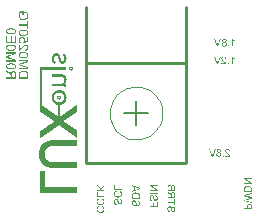
<source format=gbo>
G04*
G04 #@! TF.GenerationSoftware,Altium Limited,Altium Designer,20.0.13 (296)*
G04*
G04 Layer_Color=32896*
%FSLAX44Y44*%
%MOMM*%
G71*
G01*
G75*
%ADD11C,0.2000*%
%ADD12C,0.2500*%
%ADD42C,0.1000*%
G36*
X-66955Y-184307D02*
X-66668D01*
Y-184347D01*
X-66504D01*
Y-184389D01*
X-66340D01*
Y-184429D01*
X-66217D01*
Y-184471D01*
X-66136D01*
Y-184512D01*
X-66054D01*
Y-184552D01*
X-65930D01*
Y-184594D01*
X-65889D01*
Y-184634D01*
X-65807D01*
Y-184675D01*
X-65725D01*
Y-184716D01*
X-65684D01*
Y-184757D01*
X-65602D01*
Y-184799D01*
X-65561D01*
Y-184839D01*
X-65521D01*
Y-184881D01*
X-65438D01*
Y-184921D01*
X-65398D01*
Y-184963D01*
X-65356D01*
Y-185004D01*
X-65315D01*
Y-185044D01*
X-65275D01*
Y-185086D01*
X-65233D01*
Y-185126D01*
X-65192D01*
Y-185167D01*
X-65152D01*
Y-185208D01*
X-65111D01*
Y-185249D01*
X-65069D01*
Y-185291D01*
X-65029D01*
Y-185331D01*
X-64988D01*
Y-185413D01*
X-64946D01*
Y-185454D01*
X-64906D01*
Y-185495D01*
X-64865D01*
Y-185577D01*
X-64823D01*
Y-185660D01*
X-64783D01*
Y-185700D01*
X-64742D01*
Y-185782D01*
X-64700D01*
Y-185823D01*
X-64660D01*
Y-185905D01*
X-64619D01*
Y-185987D01*
X-64577D01*
Y-186069D01*
X-64536D01*
Y-186151D01*
X-64496D01*
Y-186274D01*
X-64454D01*
Y-186356D01*
X-64413D01*
Y-186479D01*
X-64373D01*
Y-186561D01*
X-64331D01*
Y-186684D01*
X-64290D01*
Y-186807D01*
X-64250D01*
Y-186930D01*
X-64209D01*
Y-187094D01*
X-64167D01*
Y-187258D01*
X-64127D01*
Y-187422D01*
X-64085D01*
Y-187586D01*
X-64044D01*
Y-187709D01*
X-64004D01*
Y-187914D01*
X-63963D01*
Y-188119D01*
X-63921D01*
Y-188365D01*
X-63881D01*
Y-188529D01*
X-63840D01*
Y-188734D01*
X-63799D01*
Y-188898D01*
X-63758D01*
Y-189062D01*
X-63717D01*
Y-189226D01*
X-63675D01*
Y-189349D01*
X-63635D01*
Y-189513D01*
X-63594D01*
Y-189595D01*
X-63553D01*
Y-189718D01*
X-63512D01*
Y-189841D01*
X-63471D01*
Y-189964D01*
X-63430D01*
Y-190046D01*
X-63389D01*
Y-190128D01*
X-63348D01*
Y-190210D01*
X-63307D01*
Y-190292D01*
X-63266D01*
Y-190374D01*
X-63225D01*
Y-190456D01*
X-63184D01*
Y-190497D01*
X-63143D01*
Y-190579D01*
X-63102D01*
Y-190620D01*
X-63061D01*
Y-190661D01*
X-63020D01*
Y-190702D01*
X-62979D01*
Y-190784D01*
X-62938D01*
Y-190825D01*
X-62897D01*
Y-190866D01*
X-62815D01*
Y-190907D01*
X-62774D01*
Y-190948D01*
X-62692D01*
Y-190989D01*
X-62651D01*
Y-191030D01*
X-62528D01*
Y-191071D01*
X-62323D01*
Y-191112D01*
X-62077D01*
Y-191071D01*
X-61872D01*
Y-191030D01*
X-61749D01*
Y-190989D01*
X-61667D01*
Y-190948D01*
X-61585D01*
Y-190907D01*
X-61503D01*
Y-190866D01*
X-61462D01*
Y-190825D01*
X-61380D01*
Y-190784D01*
X-61339D01*
Y-190743D01*
X-61298D01*
Y-190702D01*
X-61257D01*
Y-190661D01*
X-61216D01*
Y-190620D01*
X-61175D01*
Y-190579D01*
X-61134D01*
Y-190538D01*
X-61093D01*
Y-190456D01*
X-61052D01*
Y-190415D01*
X-61011D01*
Y-190374D01*
X-60970D01*
Y-190292D01*
X-60929D01*
Y-190210D01*
X-60888D01*
Y-190128D01*
X-60847D01*
Y-190046D01*
X-60806D01*
Y-189923D01*
X-60765D01*
Y-189841D01*
X-60724D01*
Y-189718D01*
X-60683D01*
Y-189554D01*
X-60642D01*
Y-189349D01*
X-60601D01*
Y-189021D01*
X-60560D01*
Y-188529D01*
X-60601D01*
Y-188160D01*
X-60642D01*
Y-187996D01*
X-60683D01*
Y-187832D01*
X-60724D01*
Y-187709D01*
X-60765D01*
Y-187627D01*
X-60806D01*
Y-187504D01*
X-60847D01*
Y-187422D01*
X-60888D01*
Y-187340D01*
X-60929D01*
Y-187299D01*
X-60970D01*
Y-187217D01*
X-61011D01*
Y-187176D01*
X-61052D01*
Y-187094D01*
X-61093D01*
Y-187053D01*
X-61134D01*
Y-187012D01*
X-61175D01*
Y-186930D01*
X-61216D01*
Y-186889D01*
X-61257D01*
Y-186848D01*
X-61298D01*
Y-186807D01*
X-61339D01*
Y-186766D01*
X-61380D01*
Y-186725D01*
X-61421D01*
Y-186684D01*
X-61462D01*
Y-186643D01*
X-61503D01*
Y-186602D01*
X-61544D01*
Y-186561D01*
X-61585D01*
Y-186520D01*
X-61667D01*
Y-186479D01*
X-61708D01*
Y-186438D01*
X-61749D01*
Y-186397D01*
X-61831D01*
Y-186356D01*
X-61872D01*
Y-186315D01*
X-61954D01*
Y-186274D01*
X-61995D01*
Y-186233D01*
X-61954D01*
Y-186192D01*
X-61913D01*
Y-186110D01*
X-61872D01*
Y-186069D01*
X-61831D01*
Y-185987D01*
X-61790D01*
Y-185946D01*
X-61749D01*
Y-185864D01*
X-61708D01*
Y-185823D01*
X-61667D01*
Y-185741D01*
X-61626D01*
Y-185700D01*
X-61585D01*
Y-185618D01*
X-61544D01*
Y-185577D01*
X-61503D01*
Y-185495D01*
X-61462D01*
Y-185454D01*
X-61421D01*
Y-185372D01*
X-61380D01*
Y-185331D01*
X-61339D01*
Y-185249D01*
X-61298D01*
Y-185208D01*
X-61257D01*
Y-185126D01*
X-61216D01*
Y-185086D01*
X-61175D01*
Y-185004D01*
X-61134D01*
Y-184963D01*
X-61093D01*
Y-184881D01*
X-61052D01*
Y-184839D01*
X-61011D01*
Y-184757D01*
X-60970D01*
Y-184716D01*
X-60929D01*
Y-184634D01*
X-60847D01*
Y-184675D01*
X-60806D01*
Y-184716D01*
X-60724D01*
Y-184757D01*
X-60642D01*
Y-184799D01*
X-60601D01*
Y-184839D01*
X-60519D01*
Y-184881D01*
X-60478D01*
Y-184921D01*
X-60396D01*
Y-184963D01*
X-60355D01*
Y-185004D01*
X-60314D01*
Y-185044D01*
X-60232D01*
Y-185086D01*
X-60191D01*
Y-185126D01*
X-60150D01*
Y-185167D01*
X-60109D01*
Y-185208D01*
X-60068D01*
Y-185249D01*
X-60027D01*
Y-185291D01*
X-59986D01*
Y-185331D01*
X-59945D01*
Y-185372D01*
X-59904D01*
Y-185413D01*
X-59863D01*
Y-185454D01*
X-59822D01*
Y-185495D01*
X-59781D01*
Y-185536D01*
X-59740D01*
Y-185577D01*
X-59699D01*
Y-185660D01*
X-59658D01*
Y-185700D01*
X-59617D01*
Y-185741D01*
X-59576D01*
Y-185823D01*
X-59535D01*
Y-185864D01*
X-59494D01*
Y-185946D01*
X-59453D01*
Y-185987D01*
X-59412D01*
Y-186069D01*
X-59371D01*
Y-186151D01*
X-59330D01*
Y-186233D01*
X-59289D01*
Y-186315D01*
X-59248D01*
Y-186397D01*
X-59207D01*
Y-186479D01*
X-59166D01*
Y-186602D01*
X-59125D01*
Y-186684D01*
X-59084D01*
Y-186807D01*
X-59043D01*
Y-186930D01*
X-59002D01*
Y-187094D01*
X-58961D01*
Y-187217D01*
X-58920D01*
Y-187422D01*
X-58879D01*
Y-187586D01*
X-58838D01*
Y-187873D01*
X-58797D01*
Y-188324D01*
X-58756D01*
Y-188939D01*
X-58797D01*
Y-189390D01*
X-58838D01*
Y-189677D01*
X-58879D01*
Y-189882D01*
X-58920D01*
Y-190046D01*
X-58961D01*
Y-190210D01*
X-59002D01*
Y-190333D01*
X-59043D01*
Y-190497D01*
X-59084D01*
Y-190579D01*
X-59125D01*
Y-190702D01*
X-59166D01*
Y-190825D01*
X-59207D01*
Y-190907D01*
X-59248D01*
Y-190989D01*
X-59289D01*
Y-191071D01*
X-59330D01*
Y-191153D01*
X-59371D01*
Y-191235D01*
X-59412D01*
Y-191317D01*
X-59453D01*
Y-191399D01*
X-59494D01*
Y-191440D01*
X-59535D01*
Y-191522D01*
X-59576D01*
Y-191604D01*
X-59617D01*
Y-191645D01*
X-59658D01*
Y-191727D01*
X-59699D01*
Y-191768D01*
X-59740D01*
Y-191809D01*
X-59781D01*
Y-191891D01*
X-59822D01*
Y-191932D01*
X-59863D01*
Y-191973D01*
X-59904D01*
Y-192014D01*
X-59945D01*
Y-192055D01*
X-59986D01*
Y-192096D01*
X-60027D01*
Y-192137D01*
X-60068D01*
Y-192178D01*
X-60109D01*
Y-192219D01*
X-60150D01*
Y-192260D01*
X-60191D01*
Y-192301D01*
X-60232D01*
Y-192342D01*
X-60273D01*
Y-192383D01*
X-60314D01*
Y-192424D01*
X-60396D01*
Y-192465D01*
X-60437D01*
Y-192506D01*
X-60519D01*
Y-192547D01*
X-60560D01*
Y-192588D01*
X-60601D01*
Y-192629D01*
X-60683D01*
Y-192670D01*
X-60765D01*
Y-192711D01*
X-60847D01*
Y-192752D01*
X-60929D01*
Y-192793D01*
X-61011D01*
Y-192834D01*
X-61134D01*
Y-192875D01*
X-61216D01*
Y-192916D01*
X-61380D01*
Y-192957D01*
X-61544D01*
Y-192998D01*
X-61749D01*
Y-193039D01*
X-62774D01*
Y-192998D01*
X-63020D01*
Y-192957D01*
X-63184D01*
Y-192916D01*
X-63307D01*
Y-192875D01*
X-63430D01*
Y-192834D01*
X-63553D01*
Y-192793D01*
X-63635D01*
Y-192752D01*
X-63717D01*
Y-192711D01*
X-63758D01*
Y-192670D01*
X-63840D01*
Y-192629D01*
X-63881D01*
Y-192588D01*
X-63963D01*
Y-192547D01*
X-64004D01*
Y-192506D01*
X-64044D01*
Y-192465D01*
X-64127D01*
Y-192424D01*
X-64167D01*
Y-192383D01*
X-64209D01*
Y-192342D01*
X-64250D01*
Y-192301D01*
X-64290D01*
Y-192260D01*
X-64331D01*
Y-192219D01*
X-64373D01*
Y-192178D01*
X-64413D01*
Y-192137D01*
X-64454D01*
Y-192096D01*
X-64496D01*
Y-192014D01*
X-64536D01*
Y-191973D01*
X-64577D01*
Y-191932D01*
X-64619D01*
Y-191850D01*
X-64660D01*
Y-191809D01*
X-64700D01*
Y-191727D01*
X-64742D01*
Y-191686D01*
X-64783D01*
Y-191604D01*
X-64823D01*
Y-191522D01*
X-64865D01*
Y-191440D01*
X-64906D01*
Y-191358D01*
X-64946D01*
Y-191276D01*
X-64988D01*
Y-191194D01*
X-65029D01*
Y-191112D01*
X-65069D01*
Y-190989D01*
X-65111D01*
Y-190907D01*
X-65152D01*
Y-190784D01*
X-65192D01*
Y-190661D01*
X-65233D01*
Y-190538D01*
X-65275D01*
Y-190415D01*
X-65315D01*
Y-190251D01*
X-65356D01*
Y-190128D01*
X-65398D01*
Y-189964D01*
X-65438D01*
Y-189800D01*
X-65479D01*
Y-189636D01*
X-65521D01*
Y-189472D01*
X-65561D01*
Y-189308D01*
X-65602D01*
Y-189144D01*
X-65644D01*
Y-188939D01*
X-65684D01*
Y-188734D01*
X-65725D01*
Y-188570D01*
X-65767D01*
Y-188406D01*
X-65807D01*
Y-188242D01*
X-65848D01*
Y-188078D01*
X-65889D01*
Y-187914D01*
X-65930D01*
Y-187791D01*
X-65971D01*
Y-187668D01*
X-66013D01*
Y-187586D01*
X-66054D01*
Y-187463D01*
X-66094D01*
Y-187381D01*
X-66136D01*
Y-187299D01*
X-66176D01*
Y-187217D01*
X-66217D01*
Y-187176D01*
X-66258D01*
Y-187094D01*
X-66299D01*
Y-187012D01*
X-66340D01*
Y-186971D01*
X-66382D01*
Y-186930D01*
X-66422D01*
Y-186889D01*
X-66463D01*
Y-186807D01*
X-66504D01*
Y-186766D01*
X-66545D01*
Y-186725D01*
X-66586D01*
Y-186684D01*
X-66668D01*
Y-186643D01*
X-66709D01*
Y-186602D01*
X-66750D01*
Y-186561D01*
X-66832D01*
Y-186520D01*
X-66873D01*
Y-186479D01*
X-66996D01*
Y-186438D01*
X-67119D01*
Y-186397D01*
X-67324D01*
Y-186356D01*
X-67775D01*
Y-186397D01*
X-67980D01*
Y-186438D01*
X-68103D01*
Y-186479D01*
X-68226D01*
Y-186520D01*
X-68308D01*
Y-186561D01*
X-68349D01*
Y-186602D01*
X-68431D01*
Y-186643D01*
X-68472D01*
Y-186684D01*
X-68513D01*
Y-186725D01*
X-68554D01*
Y-186766D01*
X-68636D01*
Y-186807D01*
X-68677D01*
Y-186848D01*
X-68718D01*
Y-186930D01*
X-68759D01*
Y-186971D01*
X-68800D01*
Y-187012D01*
X-68841D01*
Y-187053D01*
X-68882D01*
Y-187135D01*
X-68923D01*
Y-187176D01*
X-68964D01*
Y-187258D01*
X-69005D01*
Y-187340D01*
X-69046D01*
Y-187422D01*
X-69087D01*
Y-187504D01*
X-69128D01*
Y-187627D01*
X-69169D01*
Y-187750D01*
X-69210D01*
Y-187873D01*
X-69251D01*
Y-188037D01*
X-69292D01*
Y-188242D01*
X-69333D01*
Y-188570D01*
X-69374D01*
Y-189390D01*
X-69333D01*
Y-189718D01*
X-69292D01*
Y-189923D01*
X-69251D01*
Y-190087D01*
X-69210D01*
Y-190210D01*
X-69169D01*
Y-190333D01*
X-69128D01*
Y-190415D01*
X-69087D01*
Y-190497D01*
X-69046D01*
Y-190579D01*
X-69005D01*
Y-190661D01*
X-68964D01*
Y-190743D01*
X-68923D01*
Y-190784D01*
X-68882D01*
Y-190866D01*
X-68841D01*
Y-190907D01*
X-68800D01*
Y-190989D01*
X-68759D01*
Y-191030D01*
X-68718D01*
Y-191071D01*
X-68677D01*
Y-191153D01*
X-68636D01*
Y-191194D01*
X-68595D01*
Y-191235D01*
X-68554D01*
Y-191276D01*
X-68513D01*
Y-191317D01*
X-68472D01*
Y-191358D01*
X-68431D01*
Y-191440D01*
X-68390D01*
Y-191481D01*
X-68349D01*
Y-191522D01*
X-68308D01*
Y-191563D01*
X-68267D01*
Y-191604D01*
X-68226D01*
Y-191645D01*
X-68185D01*
Y-191686D01*
X-68144D01*
Y-191727D01*
X-68062D01*
Y-191768D01*
X-68021D01*
Y-191809D01*
X-67980D01*
Y-191850D01*
X-67939D01*
Y-191891D01*
X-67898D01*
Y-191932D01*
X-67857D01*
Y-191973D01*
X-67816D01*
Y-192055D01*
X-67857D01*
Y-192137D01*
X-67898D01*
Y-192178D01*
X-67939D01*
Y-192219D01*
X-67980D01*
Y-192260D01*
X-68021D01*
Y-192342D01*
X-68062D01*
Y-192383D01*
X-68103D01*
Y-192424D01*
X-68144D01*
Y-192506D01*
X-68185D01*
Y-192547D01*
X-68226D01*
Y-192588D01*
X-68267D01*
Y-192629D01*
X-68308D01*
Y-192711D01*
X-68349D01*
Y-192752D01*
X-68390D01*
Y-192793D01*
X-68431D01*
Y-192875D01*
X-68472D01*
Y-192916D01*
X-68513D01*
Y-192957D01*
X-68554D01*
Y-193039D01*
X-68595D01*
Y-193080D01*
X-68636D01*
Y-193121D01*
X-68677D01*
Y-193162D01*
X-68718D01*
Y-193244D01*
X-68759D01*
Y-193285D01*
X-68800D01*
Y-193326D01*
X-68841D01*
Y-193408D01*
X-68882D01*
Y-193449D01*
X-68923D01*
Y-193490D01*
X-68964D01*
Y-193531D01*
X-69046D01*
Y-193490D01*
X-69128D01*
Y-193449D01*
X-69169D01*
Y-193408D01*
X-69210D01*
Y-193367D01*
X-69292D01*
Y-193326D01*
X-69333D01*
Y-193285D01*
X-69374D01*
Y-193244D01*
X-69415D01*
Y-193203D01*
X-69497D01*
Y-193162D01*
X-69538D01*
Y-193121D01*
X-69579D01*
Y-193080D01*
X-69620D01*
Y-193039D01*
X-69661D01*
Y-192998D01*
X-69702D01*
Y-192957D01*
X-69743D01*
Y-192916D01*
X-69784D01*
Y-192875D01*
X-69825D01*
Y-192834D01*
X-69866D01*
Y-192793D01*
X-69907D01*
Y-192752D01*
X-69948D01*
Y-192711D01*
X-69989D01*
Y-192670D01*
X-70030D01*
Y-192629D01*
X-70071D01*
Y-192588D01*
X-70112D01*
Y-192547D01*
X-70153D01*
Y-192465D01*
X-70194D01*
Y-192424D01*
X-70235D01*
Y-192383D01*
X-70276D01*
Y-192301D01*
X-70317D01*
Y-192260D01*
X-70358D01*
Y-192178D01*
X-70399D01*
Y-192137D01*
X-70440D01*
Y-192055D01*
X-70481D01*
Y-192014D01*
X-70522D01*
Y-191932D01*
X-70563D01*
Y-191850D01*
X-70604D01*
Y-191768D01*
X-70645D01*
Y-191686D01*
X-70686D01*
Y-191604D01*
X-70727D01*
Y-191481D01*
X-70768D01*
Y-191399D01*
X-70809D01*
Y-191276D01*
X-70850D01*
Y-191153D01*
X-70891D01*
Y-191030D01*
X-70932D01*
Y-190866D01*
X-70973D01*
Y-190702D01*
X-71014D01*
Y-190538D01*
X-71055D01*
Y-190292D01*
X-71096D01*
Y-190046D01*
X-71137D01*
Y-189595D01*
X-71178D01*
Y-188365D01*
X-71137D01*
Y-187996D01*
X-71096D01*
Y-187709D01*
X-71055D01*
Y-187504D01*
X-71014D01*
Y-187299D01*
X-70973D01*
Y-187135D01*
X-70932D01*
Y-186971D01*
X-70891D01*
Y-186848D01*
X-70850D01*
Y-186725D01*
X-70809D01*
Y-186602D01*
X-70768D01*
Y-186520D01*
X-70727D01*
Y-186438D01*
X-70686D01*
Y-186315D01*
X-70645D01*
Y-186233D01*
X-70604D01*
Y-186151D01*
X-70563D01*
Y-186069D01*
X-70522D01*
Y-185987D01*
X-70481D01*
Y-185946D01*
X-70440D01*
Y-185864D01*
X-70399D01*
Y-185782D01*
X-70358D01*
Y-185741D01*
X-70317D01*
Y-185660D01*
X-70276D01*
Y-185618D01*
X-70235D01*
Y-185536D01*
X-70194D01*
Y-185495D01*
X-70153D01*
Y-185454D01*
X-70112D01*
Y-185413D01*
X-70071D01*
Y-185372D01*
X-70030D01*
Y-185291D01*
X-69989D01*
Y-185249D01*
X-69948D01*
Y-185208D01*
X-69907D01*
Y-185167D01*
X-69866D01*
Y-185126D01*
X-69825D01*
Y-185086D01*
X-69743D01*
Y-185044D01*
X-69702D01*
Y-185004D01*
X-69661D01*
Y-184963D01*
X-69620D01*
Y-184921D01*
X-69579D01*
Y-184881D01*
X-69497D01*
Y-184839D01*
X-69456D01*
Y-184799D01*
X-69374D01*
Y-184757D01*
X-69333D01*
Y-184716D01*
X-69251D01*
Y-184675D01*
X-69210D01*
Y-184634D01*
X-69128D01*
Y-184594D01*
X-69046D01*
Y-184552D01*
X-68964D01*
Y-184512D01*
X-68841D01*
Y-184471D01*
X-68718D01*
Y-184429D01*
X-68636D01*
Y-184389D01*
X-68431D01*
Y-184347D01*
X-68267D01*
Y-184307D01*
X-67980D01*
Y-184265D01*
X-66955D01*
Y-184307D01*
D02*
G37*
G36*
X-54369Y-195499D02*
X-54205D01*
Y-195540D01*
X-54082D01*
Y-195581D01*
X-54000D01*
Y-195622D01*
X-53918D01*
Y-195663D01*
X-53836D01*
Y-195704D01*
X-53795D01*
Y-195745D01*
X-53713D01*
Y-195786D01*
X-53672D01*
Y-195827D01*
X-53631D01*
Y-195868D01*
X-53590D01*
Y-195909D01*
X-53549D01*
Y-195950D01*
X-53508D01*
Y-195991D01*
X-53467D01*
Y-196032D01*
X-53426D01*
Y-196073D01*
X-53385D01*
Y-196155D01*
X-53344D01*
Y-196196D01*
X-53303D01*
Y-196278D01*
X-53262D01*
Y-196360D01*
X-53221D01*
Y-196442D01*
X-53180D01*
Y-196565D01*
X-53139D01*
Y-196729D01*
X-53098D01*
Y-197057D01*
X-53057D01*
Y-197262D01*
X-53098D01*
Y-197590D01*
X-53139D01*
Y-197713D01*
X-53180D01*
Y-197836D01*
X-53221D01*
Y-197959D01*
X-53262D01*
Y-198041D01*
X-53303D01*
Y-198082D01*
X-53344D01*
Y-198164D01*
X-53385D01*
Y-198205D01*
X-53426D01*
Y-198287D01*
X-53467D01*
Y-198328D01*
X-53508D01*
Y-198369D01*
X-53549D01*
Y-198410D01*
X-53590D01*
Y-198451D01*
X-53631D01*
Y-198492D01*
X-53672D01*
Y-198533D01*
X-53754D01*
Y-198574D01*
X-53795D01*
Y-198615D01*
X-53877D01*
Y-198656D01*
X-53959D01*
Y-198697D01*
X-54041D01*
Y-198738D01*
X-54123D01*
Y-198779D01*
X-54246D01*
Y-198820D01*
X-54451D01*
Y-198861D01*
X-55066D01*
Y-198820D01*
X-55271D01*
Y-198779D01*
X-55394D01*
Y-198738D01*
X-55476D01*
Y-198697D01*
X-55558D01*
Y-198656D01*
X-55640D01*
Y-198615D01*
X-55722D01*
Y-198574D01*
X-55763D01*
Y-198533D01*
X-55845D01*
Y-198492D01*
X-55886D01*
Y-198451D01*
X-55927D01*
Y-198410D01*
X-55968D01*
Y-198369D01*
X-56009D01*
Y-198328D01*
X-56050D01*
Y-198287D01*
X-56091D01*
Y-198205D01*
X-56132D01*
Y-198164D01*
X-56173D01*
Y-198082D01*
X-56214D01*
Y-198041D01*
X-56255D01*
Y-197959D01*
X-56296D01*
Y-197836D01*
X-56337D01*
Y-197754D01*
X-56378D01*
Y-197590D01*
X-56419D01*
Y-197303D01*
X-56460D01*
Y-197016D01*
X-56419D01*
Y-196729D01*
X-56378D01*
Y-196565D01*
X-56337D01*
Y-196442D01*
X-56296D01*
Y-196360D01*
X-56255D01*
Y-196278D01*
X-56214D01*
Y-196196D01*
X-56173D01*
Y-196155D01*
X-56132D01*
Y-196073D01*
X-56091D01*
Y-196032D01*
X-56050D01*
Y-195991D01*
X-56009D01*
Y-195950D01*
X-55968D01*
Y-195909D01*
X-55927D01*
Y-195868D01*
X-55886D01*
Y-195827D01*
X-55845D01*
Y-195786D01*
X-55804D01*
Y-195745D01*
X-55722D01*
Y-195704D01*
X-55681D01*
Y-195663D01*
X-55599D01*
Y-195622D01*
X-55517D01*
Y-195581D01*
X-55435D01*
Y-195540D01*
X-55312D01*
Y-195499D01*
X-55148D01*
Y-195458D01*
X-54369D01*
Y-195499D01*
D02*
G37*
G36*
X-63102Y-202100D02*
X-62651D01*
Y-202141D01*
X-62323D01*
Y-202182D01*
X-62159D01*
Y-202223D01*
X-61954D01*
Y-202264D01*
X-61790D01*
Y-202305D01*
X-61626D01*
Y-202346D01*
X-61503D01*
Y-202387D01*
X-61380D01*
Y-202428D01*
X-61257D01*
Y-202469D01*
X-61175D01*
Y-202510D01*
X-61093D01*
Y-202551D01*
X-60970D01*
Y-202592D01*
X-60888D01*
Y-202633D01*
X-60806D01*
Y-202674D01*
X-60765D01*
Y-202715D01*
X-60683D01*
Y-202756D01*
X-60601D01*
Y-202797D01*
X-60560D01*
Y-202838D01*
X-60478D01*
Y-202879D01*
X-60437D01*
Y-202920D01*
X-60355D01*
Y-202961D01*
X-60314D01*
Y-203002D01*
X-60232D01*
Y-203043D01*
X-60191D01*
Y-203084D01*
X-60150D01*
Y-203125D01*
X-60109D01*
Y-203166D01*
X-60068D01*
Y-203207D01*
X-60027D01*
Y-203248D01*
X-59986D01*
Y-203289D01*
X-59945D01*
Y-203330D01*
X-59904D01*
Y-203371D01*
X-59863D01*
Y-203412D01*
X-59822D01*
Y-203453D01*
X-59781D01*
Y-203494D01*
X-59740D01*
Y-203535D01*
X-59699D01*
Y-203576D01*
X-59658D01*
Y-203658D01*
X-59617D01*
Y-203699D01*
X-59576D01*
Y-203740D01*
X-59535D01*
Y-203822D01*
X-59494D01*
Y-203863D01*
X-59453D01*
Y-203945D01*
X-59412D01*
Y-203986D01*
X-59371D01*
Y-204068D01*
X-59330D01*
Y-204150D01*
X-59289D01*
Y-204232D01*
X-59248D01*
Y-204314D01*
X-59207D01*
Y-204396D01*
X-59166D01*
Y-204478D01*
X-59125D01*
Y-204560D01*
X-59084D01*
Y-204683D01*
X-59043D01*
Y-204806D01*
X-59002D01*
Y-204929D01*
X-58961D01*
Y-205093D01*
X-58920D01*
Y-205257D01*
X-58879D01*
Y-205462D01*
X-58838D01*
Y-205708D01*
X-58797D01*
Y-206200D01*
X-58756D01*
Y-206856D01*
X-58797D01*
Y-207265D01*
X-58838D01*
Y-207512D01*
X-58879D01*
Y-207717D01*
X-58920D01*
Y-207840D01*
X-58961D01*
Y-208004D01*
X-59002D01*
Y-208127D01*
X-59043D01*
Y-208249D01*
X-59084D01*
Y-208332D01*
X-59125D01*
Y-208454D01*
X-59166D01*
Y-208536D01*
X-59207D01*
Y-208619D01*
X-59248D01*
Y-208701D01*
X-59289D01*
Y-208783D01*
X-59330D01*
Y-208864D01*
X-59371D01*
Y-208946D01*
X-59412D01*
Y-208988D01*
X-59453D01*
Y-209069D01*
X-59494D01*
Y-209151D01*
X-59535D01*
Y-209192D01*
X-59576D01*
Y-209233D01*
X-59617D01*
Y-209315D01*
X-59658D01*
Y-209356D01*
X-59699D01*
Y-209438D01*
X-59740D01*
Y-209479D01*
X-59781D01*
Y-209520D01*
X-59822D01*
Y-209561D01*
X-59863D01*
Y-209602D01*
X-59904D01*
Y-209684D01*
X-59945D01*
Y-209725D01*
X-59986D01*
Y-209766D01*
X-60027D01*
Y-209807D01*
X-60068D01*
Y-209848D01*
X-60109D01*
Y-209889D01*
X-60150D01*
Y-209930D01*
X-60232D01*
Y-209971D01*
X-60273D01*
Y-210012D01*
X-60314D01*
Y-210053D01*
X-60355D01*
Y-210094D01*
X-60396D01*
Y-210135D01*
X-60478D01*
Y-210176D01*
X-60519D01*
Y-210217D01*
X-60601D01*
Y-210258D01*
X-60642D01*
Y-210299D01*
X-60724D01*
Y-210340D01*
X-60765D01*
Y-210381D01*
X-60847D01*
Y-210422D01*
X-60929D01*
Y-210463D01*
X-61011D01*
Y-210545D01*
X-60232D01*
Y-210586D01*
X-59084D01*
Y-212472D01*
X-59371D01*
Y-212431D01*
X-60232D01*
Y-212390D01*
X-61052D01*
Y-212349D01*
X-70891D01*
Y-210381D01*
X-64331D01*
Y-210340D01*
X-63963D01*
Y-210299D01*
X-63717D01*
Y-210258D01*
X-63512D01*
Y-210217D01*
X-63348D01*
Y-210176D01*
X-63184D01*
Y-210135D01*
X-63020D01*
Y-210094D01*
X-62938D01*
Y-210053D01*
X-62815D01*
Y-210012D01*
X-62692D01*
Y-209971D01*
X-62610D01*
Y-209930D01*
X-62487D01*
Y-209889D01*
X-62405D01*
Y-209848D01*
X-62323D01*
Y-209807D01*
X-62241D01*
Y-209766D01*
X-62200D01*
Y-209725D01*
X-62118D01*
Y-209684D01*
X-62036D01*
Y-209643D01*
X-61995D01*
Y-209602D01*
X-61913D01*
Y-209561D01*
X-61872D01*
Y-209520D01*
X-61790D01*
Y-209479D01*
X-61749D01*
Y-209438D01*
X-61708D01*
Y-209397D01*
X-61667D01*
Y-209356D01*
X-61626D01*
Y-209315D01*
X-61585D01*
Y-209274D01*
X-61503D01*
Y-209233D01*
X-61462D01*
Y-209192D01*
X-61421D01*
Y-209151D01*
X-61380D01*
Y-209069D01*
X-61339D01*
Y-209028D01*
X-61298D01*
Y-208988D01*
X-61257D01*
Y-208946D01*
X-61216D01*
Y-208864D01*
X-61175D01*
Y-208824D01*
X-61134D01*
Y-208741D01*
X-61093D01*
Y-208701D01*
X-61052D01*
Y-208619D01*
X-61011D01*
Y-208577D01*
X-60970D01*
Y-208496D01*
X-60929D01*
Y-208414D01*
X-60888D01*
Y-208291D01*
X-60847D01*
Y-208209D01*
X-60806D01*
Y-208085D01*
X-60765D01*
Y-207962D01*
X-60724D01*
Y-207840D01*
X-60683D01*
Y-207635D01*
X-60642D01*
Y-207430D01*
X-60601D01*
Y-207020D01*
X-60560D01*
Y-206487D01*
X-60601D01*
Y-206118D01*
X-60642D01*
Y-205913D01*
X-60683D01*
Y-205749D01*
X-60724D01*
Y-205626D01*
X-60765D01*
Y-205544D01*
X-60806D01*
Y-205421D01*
X-60847D01*
Y-205339D01*
X-60888D01*
Y-205298D01*
X-60929D01*
Y-205216D01*
X-60970D01*
Y-205134D01*
X-61011D01*
Y-205093D01*
X-61052D01*
Y-205052D01*
X-61093D01*
Y-204970D01*
X-61134D01*
Y-204929D01*
X-61175D01*
Y-204888D01*
X-61216D01*
Y-204847D01*
X-61257D01*
Y-204806D01*
X-61298D01*
Y-204765D01*
X-61339D01*
Y-204724D01*
X-61380D01*
Y-204683D01*
X-61462D01*
Y-204642D01*
X-61503D01*
Y-204601D01*
X-61585D01*
Y-204560D01*
X-61626D01*
Y-204519D01*
X-61708D01*
Y-204478D01*
X-61749D01*
Y-204437D01*
X-61831D01*
Y-204396D01*
X-61954D01*
Y-204355D01*
X-62036D01*
Y-204314D01*
X-62118D01*
Y-204273D01*
X-62241D01*
Y-204232D01*
X-62364D01*
Y-204191D01*
X-62487D01*
Y-204150D01*
X-62651D01*
Y-204109D01*
X-62897D01*
Y-204068D01*
X-63184D01*
Y-204027D01*
X-70891D01*
Y-202059D01*
X-63102D01*
Y-202100D01*
D02*
G37*
G36*
X-59084Y-198123D02*
X-79419D01*
Y-228421D01*
X-79378D01*
Y-228462D01*
X-79337D01*
Y-228503D01*
X-79255D01*
Y-228544D01*
X-79214D01*
Y-228585D01*
X-79173D01*
Y-228626D01*
X-79091D01*
Y-228667D01*
X-79050D01*
Y-228708D01*
X-78968D01*
Y-228749D01*
X-78927D01*
Y-228790D01*
X-78845D01*
Y-228831D01*
X-78804D01*
Y-228872D01*
X-78763D01*
Y-228913D01*
X-78681D01*
Y-228954D01*
X-78640D01*
Y-228995D01*
X-78558D01*
Y-229036D01*
X-78517D01*
Y-229077D01*
X-78435D01*
Y-229118D01*
X-78394D01*
Y-229159D01*
X-78353D01*
Y-229200D01*
X-78271D01*
Y-229241D01*
X-78230D01*
Y-229282D01*
X-78148D01*
Y-229323D01*
X-78107D01*
Y-229364D01*
X-78025D01*
Y-229405D01*
X-77984D01*
Y-229446D01*
X-77902D01*
Y-229487D01*
X-77861D01*
Y-229528D01*
X-77820D01*
Y-229569D01*
X-77738D01*
Y-229610D01*
X-77697D01*
Y-229651D01*
X-77615D01*
Y-229692D01*
X-77574D01*
Y-229733D01*
X-77492D01*
Y-229774D01*
X-77451D01*
Y-229815D01*
X-77410D01*
Y-229856D01*
X-77328D01*
Y-229897D01*
X-77287D01*
Y-229938D01*
X-77205D01*
Y-229979D01*
X-77164D01*
Y-230020D01*
X-77082D01*
Y-230061D01*
X-77041D01*
Y-230102D01*
X-77000D01*
Y-230142D01*
X-76918D01*
Y-230184D01*
X-76877D01*
Y-230225D01*
X-76795D01*
Y-230266D01*
X-76754D01*
Y-230306D01*
X-76672D01*
Y-230348D01*
X-76631D01*
Y-230389D01*
X-76590D01*
Y-230430D01*
X-76508D01*
Y-230471D01*
X-76467D01*
Y-230512D01*
X-76385D01*
Y-230553D01*
X-76344D01*
Y-230594D01*
X-76262D01*
Y-230634D01*
X-76221D01*
Y-230676D01*
X-76180D01*
Y-230716D01*
X-76098D01*
Y-230758D01*
X-76057D01*
Y-230798D01*
X-75975D01*
Y-230840D01*
X-75934D01*
Y-230881D01*
X-75852D01*
Y-230921D01*
X-75811D01*
Y-230963D01*
X-75770D01*
Y-231004D01*
X-75688D01*
Y-231045D01*
X-75647D01*
Y-231085D01*
X-75565D01*
Y-231126D01*
X-75524D01*
Y-231168D01*
X-75442D01*
Y-231208D01*
X-75401D01*
Y-231250D01*
X-75360D01*
Y-231290D01*
X-75278D01*
Y-231332D01*
X-75237D01*
Y-231373D01*
X-75155D01*
Y-231413D01*
X-75114D01*
Y-231455D01*
X-75032D01*
Y-231495D01*
X-74991D01*
Y-231537D01*
X-74950D01*
Y-231577D01*
X-74868D01*
Y-231618D01*
X-74827D01*
Y-231660D01*
X-74745D01*
Y-231700D01*
X-74704D01*
Y-231742D01*
X-74622D01*
Y-231782D01*
X-74581D01*
Y-231824D01*
X-74540D01*
Y-231864D01*
X-74458D01*
Y-231905D01*
X-74417D01*
Y-231947D01*
X-74335D01*
Y-231987D01*
X-74294D01*
Y-232029D01*
X-74212D01*
Y-232069D01*
X-74171D01*
Y-232111D01*
X-74130D01*
Y-232152D01*
X-74048D01*
Y-232192D01*
X-74007D01*
Y-232234D01*
X-73925D01*
Y-232274D01*
X-73884D01*
Y-232316D01*
X-73802D01*
Y-232356D01*
X-73761D01*
Y-232397D01*
X-73720D01*
Y-232439D01*
X-73638D01*
Y-232479D01*
X-73597D01*
Y-232521D01*
X-73515D01*
Y-232561D01*
X-73474D01*
Y-232603D01*
X-73392D01*
Y-232644D01*
X-73351D01*
Y-232684D01*
X-73310D01*
Y-232725D01*
X-73228D01*
Y-232766D01*
X-73187D01*
Y-232808D01*
X-73105D01*
Y-232848D01*
X-73064D01*
Y-232889D01*
X-72982D01*
Y-232930D01*
X-72941D01*
Y-232971D01*
X-72900D01*
Y-233013D01*
X-72818D01*
Y-233053D01*
X-72777D01*
Y-233095D01*
X-72695D01*
Y-233135D01*
X-72654D01*
Y-233176D01*
X-72572D01*
Y-233218D01*
X-72531D01*
Y-233258D01*
X-72490D01*
Y-233299D01*
X-72408D01*
Y-233340D01*
X-72367D01*
Y-233381D01*
X-72285D01*
Y-233422D01*
X-72244D01*
Y-233463D01*
X-72162D01*
Y-233504D01*
X-72121D01*
Y-233545D01*
X-72080D01*
Y-233586D01*
X-71998D01*
Y-233627D01*
X-71957D01*
Y-233668D01*
X-71875D01*
Y-233709D01*
X-71834D01*
Y-233750D01*
X-71752D01*
Y-233791D01*
X-71711D01*
Y-233832D01*
X-71670D01*
Y-233873D01*
X-71588D01*
Y-233914D01*
X-71547D01*
Y-233955D01*
X-71465D01*
Y-233996D01*
X-71424D01*
Y-234037D01*
X-71342D01*
Y-234078D01*
X-71301D01*
Y-234119D01*
X-71260D01*
Y-234160D01*
X-71178D01*
Y-234201D01*
X-71137D01*
Y-234242D01*
X-71055D01*
Y-234283D01*
X-71014D01*
Y-234324D01*
X-70932D01*
Y-234365D01*
X-70891D01*
Y-234406D01*
X-70850D01*
Y-234447D01*
X-70768D01*
Y-234488D01*
X-70727D01*
Y-234529D01*
X-70645D01*
Y-234570D01*
X-70604D01*
Y-234611D01*
X-70522D01*
Y-234652D01*
X-70481D01*
Y-234693D01*
X-70440D01*
Y-234734D01*
X-70358D01*
Y-234775D01*
X-70317D01*
Y-234816D01*
X-70235D01*
Y-234857D01*
X-70194D01*
Y-234898D01*
X-70112D01*
Y-234939D01*
X-70071D01*
Y-234980D01*
X-70030D01*
Y-235021D01*
X-69948D01*
Y-235062D01*
X-69907D01*
Y-235103D01*
X-69825D01*
Y-235144D01*
X-69784D01*
Y-235185D01*
X-69702D01*
Y-235226D01*
X-69661D01*
Y-235267D01*
X-69620D01*
Y-235308D01*
X-69538D01*
Y-235349D01*
X-69497D01*
Y-235390D01*
X-69415D01*
Y-235431D01*
X-69374D01*
Y-235472D01*
X-69292D01*
Y-235513D01*
X-69251D01*
Y-235554D01*
X-69210D01*
Y-235595D01*
X-69128D01*
Y-235636D01*
X-69087D01*
Y-235677D01*
X-69005D01*
Y-235718D01*
X-68964D01*
Y-235759D01*
X-68882D01*
Y-235800D01*
X-68841D01*
Y-235841D01*
X-68800D01*
Y-235882D01*
X-68718D01*
Y-235923D01*
X-68677D01*
Y-235964D01*
X-68595D01*
Y-236005D01*
X-68554D01*
Y-236046D01*
X-68472D01*
Y-236087D01*
X-68431D01*
Y-236128D01*
X-68390D01*
Y-236169D01*
X-68308D01*
Y-236210D01*
X-68267D01*
Y-236251D01*
X-68185D01*
Y-236292D01*
X-68144D01*
Y-236333D01*
X-68062D01*
Y-236374D01*
X-68021D01*
Y-236415D01*
X-67980D01*
Y-236456D01*
X-67898D01*
Y-236497D01*
X-67857D01*
Y-236538D01*
X-67775D01*
Y-236579D01*
X-67734D01*
Y-236620D01*
X-67652D01*
Y-236661D01*
X-67611D01*
Y-236702D01*
X-67570D01*
Y-236743D01*
X-67488D01*
Y-236784D01*
X-67447D01*
Y-236825D01*
X-67365D01*
Y-236866D01*
X-67324D01*
Y-236907D01*
X-67242D01*
Y-236948D01*
X-67201D01*
Y-236989D01*
X-67160D01*
Y-237030D01*
X-67078D01*
Y-237071D01*
X-67037D01*
Y-237112D01*
X-66955D01*
Y-237153D01*
X-66914D01*
Y-237194D01*
X-66832D01*
Y-237235D01*
X-66791D01*
Y-237276D01*
X-66750D01*
Y-237317D01*
X-66668D01*
Y-237358D01*
X-66627D01*
Y-237399D01*
X-66545D01*
Y-237440D01*
X-66504D01*
Y-237481D01*
X-66422D01*
Y-237522D01*
X-66382D01*
Y-237563D01*
X-66340D01*
Y-237604D01*
X-66258D01*
Y-237645D01*
X-66217D01*
Y-237686D01*
X-66136D01*
Y-237727D01*
X-66094D01*
Y-237768D01*
X-66013D01*
Y-237809D01*
X-65930D01*
Y-227970D01*
X-66094D01*
Y-227929D01*
X-66340D01*
Y-227888D01*
X-66545D01*
Y-227847D01*
X-66709D01*
Y-227806D01*
X-66873D01*
Y-227765D01*
X-66996D01*
Y-227724D01*
X-67119D01*
Y-227683D01*
X-67242D01*
Y-227642D01*
X-67365D01*
Y-227601D01*
X-67447D01*
Y-227560D01*
X-67570D01*
Y-227519D01*
X-67652D01*
Y-227478D01*
X-67734D01*
Y-227437D01*
X-67816D01*
Y-227396D01*
X-67898D01*
Y-227355D01*
X-67980D01*
Y-227314D01*
X-68062D01*
Y-227273D01*
X-68144D01*
Y-227232D01*
X-68185D01*
Y-227191D01*
X-68267D01*
Y-227150D01*
X-68349D01*
Y-227109D01*
X-68390D01*
Y-227068D01*
X-68472D01*
Y-227027D01*
X-68513D01*
Y-226986D01*
X-68595D01*
Y-226945D01*
X-68636D01*
Y-226904D01*
X-68718D01*
Y-226863D01*
X-68759D01*
Y-226822D01*
X-68841D01*
Y-226781D01*
X-68882D01*
Y-226740D01*
X-68923D01*
Y-226699D01*
X-68964D01*
Y-226658D01*
X-69005D01*
Y-226617D01*
X-69087D01*
Y-226576D01*
X-69128D01*
Y-226535D01*
X-69169D01*
Y-226494D01*
X-69210D01*
Y-226453D01*
X-69251D01*
Y-226412D01*
X-69292D01*
Y-226371D01*
X-69333D01*
Y-226330D01*
X-69374D01*
Y-226289D01*
X-69456D01*
Y-226207D01*
X-69497D01*
Y-226166D01*
X-69538D01*
Y-226125D01*
X-69579D01*
Y-226084D01*
X-69620D01*
Y-226043D01*
X-69661D01*
Y-226002D01*
X-69702D01*
Y-225961D01*
X-69743D01*
Y-225920D01*
X-69784D01*
Y-225838D01*
X-69825D01*
Y-225797D01*
X-69866D01*
Y-225756D01*
X-69907D01*
Y-225715D01*
X-69948D01*
Y-225633D01*
X-69989D01*
Y-225592D01*
X-70030D01*
Y-225551D01*
X-70071D01*
Y-225469D01*
X-70112D01*
Y-225387D01*
X-70153D01*
Y-225346D01*
X-70194D01*
Y-225264D01*
X-70235D01*
Y-225223D01*
X-70276D01*
Y-225141D01*
X-70317D01*
Y-225100D01*
X-70358D01*
Y-225018D01*
X-70399D01*
Y-224936D01*
X-70440D01*
Y-224854D01*
X-70481D01*
Y-224772D01*
X-70522D01*
Y-224690D01*
X-70563D01*
Y-224608D01*
X-70604D01*
Y-224526D01*
X-70645D01*
Y-224403D01*
X-70686D01*
Y-224321D01*
X-70727D01*
Y-224198D01*
X-70768D01*
Y-224075D01*
X-70809D01*
Y-223952D01*
X-70850D01*
Y-223829D01*
X-70891D01*
Y-223706D01*
X-70932D01*
Y-223542D01*
X-70973D01*
Y-223419D01*
X-71014D01*
Y-223214D01*
X-71055D01*
Y-222968D01*
X-71096D01*
Y-222763D01*
X-71137D01*
Y-222271D01*
X-71178D01*
Y-221164D01*
X-71137D01*
Y-220713D01*
X-71096D01*
Y-220508D01*
X-71055D01*
Y-220262D01*
X-71014D01*
Y-220057D01*
X-70973D01*
Y-219893D01*
X-70932D01*
Y-219770D01*
X-70891D01*
Y-219606D01*
X-70850D01*
Y-219483D01*
X-70809D01*
Y-219360D01*
X-70768D01*
Y-219278D01*
X-70727D01*
Y-219155D01*
X-70686D01*
Y-219073D01*
X-70645D01*
Y-218950D01*
X-70604D01*
Y-218868D01*
X-70563D01*
Y-218786D01*
X-70522D01*
Y-218704D01*
X-70481D01*
Y-218622D01*
X-70440D01*
Y-218540D01*
X-70399D01*
Y-218458D01*
X-70358D01*
Y-218376D01*
X-70317D01*
Y-218335D01*
X-70276D01*
Y-218253D01*
X-70235D01*
Y-218171D01*
X-70194D01*
Y-218130D01*
X-70153D01*
Y-218048D01*
X-70112D01*
Y-218007D01*
X-70071D01*
Y-217925D01*
X-70030D01*
Y-217884D01*
X-69989D01*
Y-217802D01*
X-69948D01*
Y-217761D01*
X-69907D01*
Y-217720D01*
X-69866D01*
Y-217679D01*
X-69825D01*
Y-217597D01*
X-69784D01*
Y-217556D01*
X-69743D01*
Y-217515D01*
X-69702D01*
Y-217474D01*
X-69661D01*
Y-217392D01*
X-69620D01*
Y-217351D01*
X-69579D01*
Y-217310D01*
X-69538D01*
Y-217269D01*
X-69497D01*
Y-217228D01*
X-69456D01*
Y-217187D01*
X-69415D01*
Y-217146D01*
X-69374D01*
Y-217105D01*
X-69333D01*
Y-217064D01*
X-69292D01*
Y-217023D01*
X-69251D01*
Y-216982D01*
X-69169D01*
Y-216941D01*
X-69128D01*
Y-216900D01*
X-69087D01*
Y-216859D01*
X-69046D01*
Y-216818D01*
X-69005D01*
Y-216777D01*
X-68923D01*
Y-216736D01*
X-68882D01*
Y-216695D01*
X-68841D01*
Y-216654D01*
X-68800D01*
Y-216613D01*
X-68718D01*
Y-216572D01*
X-68677D01*
Y-216531D01*
X-68595D01*
Y-216490D01*
X-68554D01*
Y-216449D01*
X-68472D01*
Y-216408D01*
X-68431D01*
Y-216367D01*
X-68349D01*
Y-216326D01*
X-68308D01*
Y-216285D01*
X-68226D01*
Y-216244D01*
X-68144D01*
Y-216203D01*
X-68062D01*
Y-216162D01*
X-67980D01*
Y-216121D01*
X-67898D01*
Y-216080D01*
X-67857D01*
Y-216039D01*
X-67775D01*
Y-215998D01*
X-67652D01*
Y-215957D01*
X-67570D01*
Y-215916D01*
X-67488D01*
Y-215875D01*
X-67365D01*
Y-215834D01*
X-67283D01*
Y-215793D01*
X-67160D01*
Y-215752D01*
X-67037D01*
Y-215711D01*
X-66914D01*
Y-215670D01*
X-66750D01*
Y-215629D01*
X-66586D01*
Y-215588D01*
X-66422D01*
Y-215547D01*
X-66176D01*
Y-215506D01*
X-65930D01*
Y-215465D01*
X-65479D01*
Y-215424D01*
X-64454D01*
Y-215465D01*
X-64044D01*
Y-215506D01*
X-63758D01*
Y-215547D01*
X-63553D01*
Y-215588D01*
X-63348D01*
Y-215629D01*
X-63184D01*
Y-215670D01*
X-63061D01*
Y-215711D01*
X-62897D01*
Y-215752D01*
X-62774D01*
Y-215793D01*
X-62692D01*
Y-215834D01*
X-62569D01*
Y-215875D01*
X-62487D01*
Y-215916D01*
X-62364D01*
Y-215957D01*
X-62282D01*
Y-215998D01*
X-62200D01*
Y-216039D01*
X-62118D01*
Y-216080D01*
X-62036D01*
Y-216121D01*
X-61954D01*
Y-216162D01*
X-61872D01*
Y-216203D01*
X-61790D01*
Y-216244D01*
X-61708D01*
Y-216285D01*
X-61667D01*
Y-216326D01*
X-61585D01*
Y-216367D01*
X-61544D01*
Y-216408D01*
X-61462D01*
Y-216449D01*
X-61421D01*
Y-216490D01*
X-61339D01*
Y-216531D01*
X-61298D01*
Y-216572D01*
X-61216D01*
Y-216613D01*
X-61175D01*
Y-216654D01*
X-61093D01*
Y-216695D01*
X-61052D01*
Y-216736D01*
X-61011D01*
Y-216777D01*
X-60970D01*
Y-216818D01*
X-60929D01*
Y-216859D01*
X-60847D01*
Y-216900D01*
X-60806D01*
Y-216941D01*
X-60765D01*
Y-216982D01*
X-60724D01*
Y-217023D01*
X-60683D01*
Y-217064D01*
X-60642D01*
Y-217105D01*
X-60601D01*
Y-217146D01*
X-60560D01*
Y-217187D01*
X-60519D01*
Y-217228D01*
X-60478D01*
Y-217269D01*
X-60437D01*
Y-217310D01*
X-60396D01*
Y-217351D01*
X-60355D01*
Y-217392D01*
X-60314D01*
Y-217433D01*
X-60273D01*
Y-217474D01*
X-60232D01*
Y-217515D01*
X-60191D01*
Y-217597D01*
X-60150D01*
Y-217638D01*
X-60109D01*
Y-217679D01*
X-60068D01*
Y-217720D01*
X-60027D01*
Y-217802D01*
X-59986D01*
Y-217843D01*
X-59945D01*
Y-217884D01*
X-59904D01*
Y-217966D01*
X-59863D01*
Y-218007D01*
X-59822D01*
Y-218089D01*
X-59781D01*
Y-218130D01*
X-59740D01*
Y-218212D01*
X-59699D01*
Y-218294D01*
X-59658D01*
Y-218335D01*
X-59617D01*
Y-218417D01*
X-59576D01*
Y-218499D01*
X-59535D01*
Y-218581D01*
X-59494D01*
Y-218663D01*
X-59453D01*
Y-218745D01*
X-59412D01*
Y-218827D01*
X-59371D01*
Y-218909D01*
X-59330D01*
Y-218991D01*
X-59289D01*
Y-219073D01*
X-59248D01*
Y-219196D01*
X-59207D01*
Y-219319D01*
X-59166D01*
Y-219401D01*
X-59125D01*
Y-219524D01*
X-59084D01*
Y-219647D01*
X-59043D01*
Y-219811D01*
X-59002D01*
Y-219975D01*
X-58961D01*
Y-220098D01*
X-58920D01*
Y-220344D01*
X-58879D01*
Y-220590D01*
X-58838D01*
Y-220877D01*
X-58797D01*
Y-221328D01*
X-58756D01*
Y-222107D01*
X-58797D01*
Y-222599D01*
X-58838D01*
Y-222886D01*
X-58879D01*
Y-223132D01*
X-58920D01*
Y-223337D01*
X-58961D01*
Y-223501D01*
X-59002D01*
Y-223665D01*
X-59043D01*
Y-223788D01*
X-59084D01*
Y-223911D01*
X-59125D01*
Y-224034D01*
X-59166D01*
Y-224157D01*
X-59207D01*
Y-224280D01*
X-59248D01*
Y-224362D01*
X-59289D01*
Y-224485D01*
X-59330D01*
Y-224567D01*
X-59371D01*
Y-224649D01*
X-59412D01*
Y-224731D01*
X-59453D01*
Y-224813D01*
X-59494D01*
Y-224895D01*
X-59535D01*
Y-224977D01*
X-59576D01*
Y-225059D01*
X-59617D01*
Y-225141D01*
X-59658D01*
Y-225182D01*
X-59699D01*
Y-225264D01*
X-59740D01*
Y-225305D01*
X-59781D01*
Y-225387D01*
X-59822D01*
Y-225428D01*
X-59863D01*
Y-225510D01*
X-59904D01*
Y-225592D01*
X-59945D01*
Y-225633D01*
X-59986D01*
Y-225674D01*
X-60027D01*
Y-225715D01*
X-60068D01*
Y-225797D01*
X-60109D01*
Y-225838D01*
X-60150D01*
Y-225879D01*
X-60191D01*
Y-225920D01*
X-60232D01*
Y-226002D01*
X-60273D01*
Y-226043D01*
X-60314D01*
Y-226084D01*
X-60355D01*
Y-226125D01*
X-60396D01*
Y-226166D01*
X-60437D01*
Y-226207D01*
X-60478D01*
Y-226248D01*
X-60519D01*
Y-226289D01*
X-60560D01*
Y-226330D01*
X-60601D01*
Y-226371D01*
X-60642D01*
Y-226412D01*
X-60683D01*
Y-226453D01*
X-60724D01*
Y-226494D01*
X-60765D01*
Y-226535D01*
X-60806D01*
Y-226576D01*
X-60888D01*
Y-226617D01*
X-60929D01*
Y-226658D01*
X-60970D01*
Y-226699D01*
X-61011D01*
Y-226740D01*
X-61052D01*
Y-226781D01*
X-61134D01*
Y-226822D01*
X-61175D01*
Y-226863D01*
X-61216D01*
Y-226904D01*
X-61298D01*
Y-226945D01*
X-61339D01*
Y-226986D01*
X-61421D01*
Y-227027D01*
X-61462D01*
Y-227068D01*
X-61544D01*
Y-227109D01*
X-61585D01*
Y-227150D01*
X-61667D01*
Y-227191D01*
X-61749D01*
Y-227232D01*
X-61831D01*
Y-227273D01*
X-61913D01*
Y-227314D01*
X-61954D01*
Y-227355D01*
X-62036D01*
Y-227396D01*
X-62118D01*
Y-227437D01*
X-62200D01*
Y-227478D01*
X-62323D01*
Y-227519D01*
X-62405D01*
Y-227560D01*
X-62487D01*
Y-227601D01*
X-62610D01*
Y-227642D01*
X-62692D01*
Y-227683D01*
X-62815D01*
Y-227724D01*
X-62938D01*
Y-227765D01*
X-63102D01*
Y-227806D01*
X-63266D01*
Y-227847D01*
X-63430D01*
Y-227888D01*
X-63635D01*
Y-227929D01*
X-63840D01*
Y-227970D01*
X-64004D01*
Y-237727D01*
X-63921D01*
Y-237686D01*
X-63881D01*
Y-237645D01*
X-63799D01*
Y-237604D01*
X-63758D01*
Y-237563D01*
X-63717D01*
Y-237522D01*
X-63635D01*
Y-237481D01*
X-63594D01*
Y-237440D01*
X-63512D01*
Y-237399D01*
X-63471D01*
Y-237358D01*
X-63430D01*
Y-237317D01*
X-63348D01*
Y-237276D01*
X-63307D01*
Y-237235D01*
X-63225D01*
Y-237194D01*
X-63184D01*
Y-237153D01*
X-63102D01*
Y-237112D01*
X-63061D01*
Y-237071D01*
X-63020D01*
Y-237030D01*
X-62938D01*
Y-236989D01*
X-62897D01*
Y-236948D01*
X-62815D01*
Y-236907D01*
X-62774D01*
Y-236866D01*
X-62733D01*
Y-236825D01*
X-62651D01*
Y-236784D01*
X-62610D01*
Y-236743D01*
X-62528D01*
Y-236702D01*
X-62487D01*
Y-236661D01*
X-62446D01*
Y-236620D01*
X-62364D01*
Y-236579D01*
X-62323D01*
Y-236538D01*
X-62241D01*
Y-236497D01*
X-62200D01*
Y-236456D01*
X-62159D01*
Y-236415D01*
X-62077D01*
Y-236374D01*
X-62036D01*
Y-236333D01*
X-61954D01*
Y-236292D01*
X-61913D01*
Y-236251D01*
X-61831D01*
Y-236210D01*
X-61790D01*
Y-236169D01*
X-61749D01*
Y-236128D01*
X-61667D01*
Y-236087D01*
X-61626D01*
Y-236046D01*
X-61544D01*
Y-236005D01*
X-61503D01*
Y-235964D01*
X-61462D01*
Y-235923D01*
X-61380D01*
Y-235882D01*
X-61339D01*
Y-235841D01*
X-61257D01*
Y-235800D01*
X-61216D01*
Y-235759D01*
X-61175D01*
Y-235718D01*
X-61093D01*
Y-235677D01*
X-61052D01*
Y-235636D01*
X-60970D01*
Y-235595D01*
X-60929D01*
Y-235554D01*
X-60888D01*
Y-235513D01*
X-60806D01*
Y-235472D01*
X-60765D01*
Y-235431D01*
X-60683D01*
Y-235390D01*
X-60642D01*
Y-235349D01*
X-60601D01*
Y-235308D01*
X-60519D01*
Y-235267D01*
X-60478D01*
Y-235226D01*
X-60396D01*
Y-235185D01*
X-60355D01*
Y-235144D01*
X-60273D01*
Y-235103D01*
X-60232D01*
Y-235062D01*
X-60191D01*
Y-235021D01*
X-60109D01*
Y-234980D01*
X-60068D01*
Y-234939D01*
X-59986D01*
Y-234898D01*
X-59945D01*
Y-234857D01*
X-59904D01*
Y-234816D01*
X-59822D01*
Y-234775D01*
X-59781D01*
Y-234734D01*
X-59699D01*
Y-234693D01*
X-59658D01*
Y-234652D01*
X-59617D01*
Y-234611D01*
X-59535D01*
Y-234570D01*
X-59494D01*
Y-234529D01*
X-59412D01*
Y-234488D01*
X-59371D01*
Y-234447D01*
X-59330D01*
Y-234406D01*
X-59248D01*
Y-234365D01*
X-59207D01*
Y-234324D01*
X-59125D01*
Y-234283D01*
X-59084D01*
Y-234242D01*
X-59043D01*
Y-234201D01*
X-58961D01*
Y-234160D01*
X-58920D01*
Y-234119D01*
X-58838D01*
Y-234078D01*
X-58797D01*
Y-234037D01*
X-58715D01*
Y-233996D01*
X-58674D01*
Y-233955D01*
X-58633D01*
Y-233914D01*
X-58551D01*
Y-233873D01*
X-58510D01*
Y-233832D01*
X-58428D01*
Y-233791D01*
X-58387D01*
Y-233750D01*
X-58346D01*
Y-233709D01*
X-58264D01*
Y-233668D01*
X-58223D01*
Y-233627D01*
X-58141D01*
Y-233586D01*
X-58100D01*
Y-233545D01*
X-58059D01*
Y-233504D01*
X-57977D01*
Y-233463D01*
X-57936D01*
Y-233422D01*
X-57854D01*
Y-233381D01*
X-57813D01*
Y-233340D01*
X-57772D01*
Y-233299D01*
X-57690D01*
Y-233258D01*
X-57649D01*
Y-233218D01*
X-57567D01*
Y-233176D01*
X-57526D01*
Y-233135D01*
X-57444D01*
Y-233095D01*
X-57403D01*
Y-233053D01*
X-57362D01*
Y-233013D01*
X-57280D01*
Y-232971D01*
X-57239D01*
Y-232930D01*
X-57157D01*
Y-232889D01*
X-57116D01*
Y-232848D01*
X-57075D01*
Y-232808D01*
X-56993D01*
Y-232766D01*
X-56952D01*
Y-232725D01*
X-56870D01*
Y-232684D01*
X-56829D01*
Y-232644D01*
X-56788D01*
Y-232603D01*
X-56706D01*
Y-232561D01*
X-56665D01*
Y-232521D01*
X-56583D01*
Y-232479D01*
X-56542D01*
Y-232439D01*
X-56501D01*
Y-232397D01*
X-56419D01*
Y-232356D01*
X-56378D01*
Y-232316D01*
X-56296D01*
Y-232274D01*
X-56255D01*
Y-232234D01*
X-56214D01*
Y-232192D01*
X-56132D01*
Y-232152D01*
X-56091D01*
Y-232111D01*
X-56009D01*
Y-232069D01*
X-55968D01*
Y-232029D01*
X-55886D01*
Y-231987D01*
X-55845D01*
Y-231947D01*
X-55804D01*
Y-231905D01*
X-55722D01*
Y-231864D01*
X-55681D01*
Y-231824D01*
X-55599D01*
Y-231782D01*
X-55558D01*
Y-231742D01*
X-55517D01*
Y-231700D01*
X-55435D01*
Y-231660D01*
X-55394D01*
Y-231618D01*
X-55312D01*
Y-231577D01*
X-55271D01*
Y-231537D01*
X-55230D01*
Y-231495D01*
X-55148D01*
Y-231455D01*
X-55107D01*
Y-231413D01*
X-55025D01*
Y-231373D01*
X-54984D01*
Y-231332D01*
X-54943D01*
Y-231290D01*
X-54861D01*
Y-231250D01*
X-54820D01*
Y-231208D01*
X-54738D01*
Y-231168D01*
X-54697D01*
Y-231126D01*
X-54656D01*
Y-231085D01*
X-54574D01*
Y-231045D01*
X-54533D01*
Y-231004D01*
X-54451D01*
Y-230963D01*
X-54410D01*
Y-230921D01*
X-54328D01*
Y-230881D01*
X-54287D01*
Y-230840D01*
X-54246D01*
Y-230798D01*
X-54164D01*
Y-230758D01*
X-54123D01*
Y-230716D01*
X-54041D01*
Y-230676D01*
X-54000D01*
Y-230634D01*
X-53959D01*
Y-230594D01*
X-53877D01*
Y-230553D01*
X-53836D01*
Y-230512D01*
X-53754D01*
Y-230471D01*
X-53713D01*
Y-230430D01*
X-53672D01*
Y-230389D01*
X-53590D01*
Y-230348D01*
X-53549D01*
Y-230306D01*
X-53467D01*
Y-230266D01*
X-53426D01*
Y-230225D01*
X-53385D01*
Y-230184D01*
X-53303D01*
Y-230142D01*
X-53262D01*
Y-230102D01*
X-53180D01*
Y-230061D01*
X-53139D01*
Y-230020D01*
X-53098D01*
Y-229979D01*
X-53016D01*
Y-229938D01*
X-52975D01*
Y-229897D01*
X-52893D01*
Y-229856D01*
X-52852D01*
Y-229815D01*
X-52770D01*
Y-229774D01*
X-52729D01*
Y-229733D01*
X-52688D01*
Y-229692D01*
X-52606D01*
Y-229651D01*
X-52565D01*
Y-229610D01*
X-52483D01*
Y-229569D01*
X-52442D01*
Y-229528D01*
X-52401D01*
Y-229487D01*
X-52319D01*
Y-229446D01*
X-52278D01*
Y-229405D01*
X-52196D01*
Y-229364D01*
X-52155D01*
Y-229323D01*
X-52114D01*
Y-229282D01*
X-52032D01*
Y-229241D01*
X-51991D01*
Y-229200D01*
X-51909D01*
Y-229159D01*
X-51868D01*
Y-229118D01*
X-51827D01*
Y-229077D01*
X-51745D01*
Y-229036D01*
X-51704D01*
Y-228995D01*
X-51622D01*
Y-228954D01*
X-51581D01*
Y-228913D01*
X-51499D01*
Y-228872D01*
X-51458D01*
Y-228831D01*
X-51417D01*
Y-228790D01*
X-51335D01*
Y-228749D01*
X-51294D01*
Y-228708D01*
X-51212D01*
Y-228667D01*
X-51171D01*
Y-228626D01*
X-51130D01*
Y-228585D01*
X-51048D01*
Y-228544D01*
X-51007D01*
Y-228503D01*
X-50925D01*
Y-228462D01*
X-50884D01*
Y-228421D01*
X-50843D01*
Y-228380D01*
X-50761D01*
Y-228339D01*
X-50720D01*
Y-228298D01*
X-50638D01*
Y-228257D01*
X-50597D01*
Y-228216D01*
X-50556D01*
Y-228175D01*
X-50474D01*
Y-228134D01*
X-50433D01*
Y-228093D01*
X-50351D01*
Y-228052D01*
X-50310D01*
Y-228011D01*
X-50269D01*
Y-234242D01*
X-50351D01*
Y-234283D01*
X-50392D01*
Y-234324D01*
X-50474D01*
Y-234365D01*
X-50515D01*
Y-234406D01*
X-50597D01*
Y-234447D01*
X-50638D01*
Y-234488D01*
X-50679D01*
Y-234529D01*
X-50761D01*
Y-234570D01*
X-50802D01*
Y-234611D01*
X-50884D01*
Y-234652D01*
X-50925D01*
Y-234693D01*
X-51007D01*
Y-234734D01*
X-51048D01*
Y-234775D01*
X-51130D01*
Y-234816D01*
X-51171D01*
Y-234857D01*
X-51253D01*
Y-234898D01*
X-51294D01*
Y-234939D01*
X-51376D01*
Y-234980D01*
X-51417D01*
Y-235021D01*
X-51499D01*
Y-235062D01*
X-51540D01*
Y-235103D01*
X-51581D01*
Y-235144D01*
X-51663D01*
Y-235185D01*
X-51704D01*
Y-235226D01*
X-51786D01*
Y-235267D01*
X-51827D01*
Y-235308D01*
X-51909D01*
Y-235349D01*
X-51950D01*
Y-235390D01*
X-52032D01*
Y-235431D01*
X-52073D01*
Y-235472D01*
X-52155D01*
Y-235513D01*
X-52196D01*
Y-235554D01*
X-52278D01*
Y-235595D01*
X-52319D01*
Y-235636D01*
X-52401D01*
Y-235677D01*
X-52442D01*
Y-235718D01*
X-52483D01*
Y-235759D01*
X-52565D01*
Y-235800D01*
X-52606D01*
Y-235841D01*
X-52688D01*
Y-235882D01*
X-52729D01*
Y-235923D01*
X-52811D01*
Y-235964D01*
X-52852D01*
Y-236005D01*
X-52934D01*
Y-236046D01*
X-52975D01*
Y-236087D01*
X-53057D01*
Y-236128D01*
X-53098D01*
Y-236169D01*
X-53180D01*
Y-236210D01*
X-53221D01*
Y-236251D01*
X-53303D01*
Y-236292D01*
X-53344D01*
Y-236333D01*
X-53385D01*
Y-236374D01*
X-53467D01*
Y-236415D01*
X-53508D01*
Y-236456D01*
X-53590D01*
Y-236497D01*
X-53631D01*
Y-236538D01*
X-53713D01*
Y-236579D01*
X-53754D01*
Y-236620D01*
X-53836D01*
Y-236661D01*
X-53877D01*
Y-236702D01*
X-53959D01*
Y-236743D01*
X-54000D01*
Y-236784D01*
X-54082D01*
Y-236825D01*
X-54123D01*
Y-236866D01*
X-54205D01*
Y-236907D01*
X-54246D01*
Y-236948D01*
X-54287D01*
Y-236989D01*
X-54369D01*
Y-237030D01*
X-54410D01*
Y-237071D01*
X-54492D01*
Y-237112D01*
X-54533D01*
Y-237153D01*
X-54615D01*
Y-237194D01*
X-54656D01*
Y-237235D01*
X-54738D01*
Y-237276D01*
X-54779D01*
Y-237317D01*
X-54861D01*
Y-237358D01*
X-54902D01*
Y-237399D01*
X-54984D01*
Y-237440D01*
X-55025D01*
Y-237481D01*
X-55107D01*
Y-237522D01*
X-55148D01*
Y-237563D01*
X-55189D01*
Y-237604D01*
X-55271D01*
Y-237645D01*
X-55312D01*
Y-237686D01*
X-55394D01*
Y-237727D01*
X-55435D01*
Y-237768D01*
X-55517D01*
Y-237809D01*
X-55558D01*
Y-237850D01*
X-55640D01*
Y-237891D01*
X-55681D01*
Y-237932D01*
X-55763D01*
Y-237973D01*
X-55804D01*
Y-238014D01*
X-55886D01*
Y-238055D01*
X-55927D01*
Y-238096D01*
X-56009D01*
Y-238137D01*
X-56050D01*
Y-238178D01*
X-56091D01*
Y-238219D01*
X-56173D01*
Y-238260D01*
X-56214D01*
Y-238301D01*
X-56296D01*
Y-238342D01*
X-56337D01*
Y-238383D01*
X-56419D01*
Y-238424D01*
X-56460D01*
Y-238465D01*
X-56542D01*
Y-238506D01*
X-56583D01*
Y-238547D01*
X-56665D01*
Y-238588D01*
X-56706D01*
Y-238629D01*
X-56788D01*
Y-238670D01*
X-56829D01*
Y-238711D01*
X-56911D01*
Y-238752D01*
X-56952D01*
Y-238793D01*
X-56993D01*
Y-238834D01*
X-57075D01*
Y-238875D01*
X-57116D01*
Y-238916D01*
X-57198D01*
Y-238957D01*
X-57239D01*
Y-238998D01*
X-57321D01*
Y-239039D01*
X-57362D01*
Y-239080D01*
X-57444D01*
Y-239121D01*
X-57485D01*
Y-239162D01*
X-57567D01*
Y-239203D01*
X-57608D01*
Y-239244D01*
X-57690D01*
Y-239285D01*
X-57731D01*
Y-239326D01*
X-57813D01*
Y-239367D01*
X-57854D01*
Y-239408D01*
X-57895D01*
Y-239449D01*
X-57977D01*
Y-239490D01*
X-58018D01*
Y-239531D01*
X-58100D01*
Y-239572D01*
X-58141D01*
Y-239613D01*
X-58223D01*
Y-239654D01*
X-58264D01*
Y-239695D01*
X-58346D01*
Y-239736D01*
X-58387D01*
Y-239777D01*
X-58469D01*
Y-239818D01*
X-58510D01*
Y-239859D01*
X-58592D01*
Y-239900D01*
X-58633D01*
Y-239941D01*
X-58715D01*
Y-239982D01*
X-58756D01*
Y-240023D01*
X-58797D01*
Y-240064D01*
X-58879D01*
Y-240105D01*
X-58920D01*
Y-240146D01*
X-59002D01*
Y-240187D01*
X-59043D01*
Y-240228D01*
X-59125D01*
Y-240269D01*
X-59166D01*
Y-240310D01*
X-59248D01*
Y-240351D01*
X-59289D01*
Y-240392D01*
X-59371D01*
Y-240433D01*
X-59412D01*
Y-240474D01*
X-59494D01*
Y-240515D01*
X-59535D01*
Y-240556D01*
X-59617D01*
Y-240597D01*
X-59658D01*
Y-240638D01*
X-59699D01*
Y-240679D01*
X-59781D01*
Y-240720D01*
X-59822D01*
Y-240761D01*
X-59904D01*
Y-240802D01*
X-59945D01*
Y-240843D01*
X-60027D01*
Y-240884D01*
X-60068D01*
Y-240925D01*
X-60150D01*
Y-240966D01*
X-60191D01*
Y-241007D01*
X-60273D01*
Y-241048D01*
X-60314D01*
Y-241089D01*
X-60396D01*
Y-241130D01*
X-60437D01*
Y-241171D01*
X-60519D01*
Y-241212D01*
X-60560D01*
Y-241253D01*
X-60601D01*
Y-241294D01*
X-60683D01*
Y-241335D01*
X-60724D01*
Y-241376D01*
X-60806D01*
Y-241417D01*
X-60847D01*
Y-241458D01*
X-60929D01*
Y-241499D01*
X-60970D01*
Y-241540D01*
X-61052D01*
Y-241581D01*
X-61093D01*
Y-241622D01*
X-61175D01*
Y-241663D01*
X-61216D01*
Y-241704D01*
X-61298D01*
Y-241745D01*
X-61257D01*
Y-241786D01*
X-61216D01*
Y-241827D01*
X-61134D01*
Y-241868D01*
X-61093D01*
Y-241909D01*
X-61011D01*
Y-241950D01*
X-60970D01*
Y-241991D01*
X-60888D01*
Y-242032D01*
X-60847D01*
Y-242073D01*
X-60806D01*
Y-242114D01*
X-60724D01*
Y-242155D01*
X-60683D01*
Y-242196D01*
X-60601D01*
Y-242237D01*
X-60560D01*
Y-242278D01*
X-60478D01*
Y-242319D01*
X-60437D01*
Y-242360D01*
X-60355D01*
Y-242401D01*
X-60314D01*
Y-242442D01*
X-60232D01*
Y-242483D01*
X-60191D01*
Y-242524D01*
X-60150D01*
Y-242565D01*
X-60068D01*
Y-242606D01*
X-60027D01*
Y-242647D01*
X-59945D01*
Y-242688D01*
X-59904D01*
Y-242729D01*
X-59822D01*
Y-242770D01*
X-59781D01*
Y-242811D01*
X-59699D01*
Y-242852D01*
X-59658D01*
Y-242893D01*
X-59617D01*
Y-242934D01*
X-59535D01*
Y-242975D01*
X-59494D01*
Y-243016D01*
X-59412D01*
Y-243057D01*
X-59371D01*
Y-243098D01*
X-59289D01*
Y-243139D01*
X-59248D01*
Y-243180D01*
X-59166D01*
Y-243221D01*
X-59125D01*
Y-243262D01*
X-59043D01*
Y-243303D01*
X-59002D01*
Y-243344D01*
X-58961D01*
Y-243385D01*
X-58879D01*
Y-243426D01*
X-58838D01*
Y-243467D01*
X-58756D01*
Y-243508D01*
X-58715D01*
Y-243549D01*
X-58633D01*
Y-243590D01*
X-58592D01*
Y-243631D01*
X-58510D01*
Y-243672D01*
X-58469D01*
Y-243713D01*
X-58387D01*
Y-243754D01*
X-58346D01*
Y-243795D01*
X-58305D01*
Y-243836D01*
X-58223D01*
Y-243877D01*
X-58182D01*
Y-243918D01*
X-58100D01*
Y-243959D01*
X-58059D01*
Y-244000D01*
X-57977D01*
Y-244041D01*
X-57936D01*
Y-244082D01*
X-57854D01*
Y-244123D01*
X-57813D01*
Y-244164D01*
X-57772D01*
Y-244205D01*
X-57690D01*
Y-244246D01*
X-57649D01*
Y-244287D01*
X-57567D01*
Y-244328D01*
X-57526D01*
Y-244369D01*
X-57444D01*
Y-244410D01*
X-57403D01*
Y-244451D01*
X-57321D01*
Y-244492D01*
X-57280D01*
Y-244533D01*
X-57198D01*
Y-244574D01*
X-57157D01*
Y-244615D01*
X-57116D01*
Y-244656D01*
X-57034D01*
Y-244697D01*
X-56993D01*
Y-244738D01*
X-56911D01*
Y-244779D01*
X-56870D01*
Y-244820D01*
X-56788D01*
Y-244861D01*
X-56747D01*
Y-244902D01*
X-56665D01*
Y-244943D01*
X-56624D01*
Y-244984D01*
X-56583D01*
Y-245025D01*
X-56501D01*
Y-245066D01*
X-56460D01*
Y-245107D01*
X-56378D01*
Y-245148D01*
X-56337D01*
Y-245189D01*
X-56255D01*
Y-245230D01*
X-56214D01*
Y-245271D01*
X-56132D01*
Y-245312D01*
X-56091D01*
Y-245353D01*
X-56009D01*
Y-245394D01*
X-55968D01*
Y-245435D01*
X-55927D01*
Y-245476D01*
X-55845D01*
Y-245517D01*
X-55804D01*
Y-245558D01*
X-55722D01*
Y-245599D01*
X-55681D01*
Y-245640D01*
X-55599D01*
Y-245681D01*
X-55558D01*
Y-245722D01*
X-55476D01*
Y-245763D01*
X-55435D01*
Y-245804D01*
X-55353D01*
Y-245845D01*
X-55312D01*
Y-245886D01*
X-55271D01*
Y-245927D01*
X-55189D01*
Y-245968D01*
X-55148D01*
Y-246009D01*
X-55066D01*
Y-246050D01*
X-55025D01*
Y-246091D01*
X-54943D01*
Y-246132D01*
X-54902D01*
Y-246173D01*
X-54820D01*
Y-246214D01*
X-54779D01*
Y-246255D01*
X-54738D01*
Y-246296D01*
X-54656D01*
Y-246337D01*
X-54615D01*
Y-246378D01*
X-54533D01*
Y-246419D01*
X-54492D01*
Y-246460D01*
X-54410D01*
Y-246501D01*
X-54369D01*
Y-246542D01*
X-54287D01*
Y-246583D01*
X-54246D01*
Y-246624D01*
X-54164D01*
Y-246665D01*
X-54123D01*
Y-246706D01*
X-54082D01*
Y-246747D01*
X-54000D01*
Y-246788D01*
X-53959D01*
Y-246829D01*
X-53877D01*
Y-246870D01*
X-53836D01*
Y-246911D01*
X-53754D01*
Y-246952D01*
X-53713D01*
Y-246993D01*
X-53631D01*
Y-247034D01*
X-53590D01*
Y-247075D01*
X-53549D01*
Y-247116D01*
X-53467D01*
Y-247157D01*
X-53426D01*
Y-247198D01*
X-53344D01*
Y-247239D01*
X-53303D01*
Y-247280D01*
X-53221D01*
Y-247321D01*
X-53180D01*
Y-247362D01*
X-53098D01*
Y-247403D01*
X-53057D01*
Y-247444D01*
X-52975D01*
Y-247485D01*
X-52934D01*
Y-247526D01*
X-52893D01*
Y-247567D01*
X-52811D01*
Y-247608D01*
X-52770D01*
Y-247649D01*
X-52688D01*
Y-247690D01*
X-52647D01*
Y-247731D01*
X-52565D01*
Y-247772D01*
X-52524D01*
Y-247813D01*
X-52442D01*
Y-247854D01*
X-52401D01*
Y-247895D01*
X-52319D01*
Y-247936D01*
X-52278D01*
Y-247977D01*
X-52237D01*
Y-248018D01*
X-52155D01*
Y-248059D01*
X-52114D01*
Y-248100D01*
X-52032D01*
Y-248141D01*
X-51991D01*
Y-248182D01*
X-51909D01*
Y-248223D01*
X-51868D01*
Y-248264D01*
X-51786D01*
Y-248305D01*
X-51745D01*
Y-248346D01*
X-51704D01*
Y-248387D01*
X-51622D01*
Y-248428D01*
X-51581D01*
Y-248469D01*
X-51499D01*
Y-248510D01*
X-51458D01*
Y-248551D01*
X-51376D01*
Y-248592D01*
X-51335D01*
Y-248633D01*
X-51253D01*
Y-248674D01*
X-51212D01*
Y-248715D01*
X-51130D01*
Y-248756D01*
X-51089D01*
Y-248797D01*
X-51048D01*
Y-248838D01*
X-50966D01*
Y-248879D01*
X-50925D01*
Y-248920D01*
X-50843D01*
Y-248961D01*
X-50802D01*
Y-249002D01*
X-50720D01*
Y-249043D01*
X-50679D01*
Y-249084D01*
X-50597D01*
Y-249125D01*
X-50556D01*
Y-249166D01*
X-50515D01*
Y-249207D01*
X-50433D01*
Y-249248D01*
X-50392D01*
Y-249289D01*
X-50310D01*
Y-249330D01*
X-50269D01*
Y-255644D01*
X-50351D01*
Y-255602D01*
X-50392D01*
Y-255562D01*
X-50433D01*
Y-255520D01*
X-50515D01*
Y-255480D01*
X-50556D01*
Y-255438D01*
X-50638D01*
Y-255397D01*
X-50679D01*
Y-255357D01*
X-50761D01*
Y-255315D01*
X-50802D01*
Y-255275D01*
X-50843D01*
Y-255233D01*
X-50925D01*
Y-255193D01*
X-50966D01*
Y-255152D01*
X-51048D01*
Y-255110D01*
X-51089D01*
Y-255070D01*
X-51130D01*
Y-255028D01*
X-51212D01*
Y-254988D01*
X-51253D01*
Y-254946D01*
X-51335D01*
Y-254905D01*
X-51376D01*
Y-254865D01*
X-51417D01*
Y-254823D01*
X-51499D01*
Y-254783D01*
X-51540D01*
Y-254741D01*
X-51622D01*
Y-254701D01*
X-51663D01*
Y-254660D01*
X-51704D01*
Y-254618D01*
X-51786D01*
Y-254578D01*
X-51827D01*
Y-254536D01*
X-51909D01*
Y-254496D01*
X-51950D01*
Y-254454D01*
X-51991D01*
Y-254414D01*
X-52073D01*
Y-254373D01*
X-52114D01*
Y-254331D01*
X-52196D01*
Y-254291D01*
X-52237D01*
Y-254249D01*
X-52319D01*
Y-254209D01*
X-52360D01*
Y-254168D01*
X-52401D01*
Y-254127D01*
X-52483D01*
Y-254086D01*
X-52524D01*
Y-254045D01*
X-52606D01*
Y-254004D01*
X-52647D01*
Y-253963D01*
X-52688D01*
Y-253922D01*
X-52770D01*
Y-253881D01*
X-52811D01*
Y-253839D01*
X-52893D01*
Y-253799D01*
X-52934D01*
Y-253758D01*
X-52975D01*
Y-253717D01*
X-53057D01*
Y-253676D01*
X-53098D01*
Y-253635D01*
X-53180D01*
Y-253594D01*
X-53221D01*
Y-253553D01*
X-53262D01*
Y-253512D01*
X-53344D01*
Y-253471D01*
X-53385D01*
Y-253430D01*
X-53467D01*
Y-253389D01*
X-53508D01*
Y-253348D01*
X-53549D01*
Y-253307D01*
X-53631D01*
Y-253266D01*
X-53672D01*
Y-253225D01*
X-53754D01*
Y-253184D01*
X-53795D01*
Y-253143D01*
X-53877D01*
Y-253102D01*
X-53918D01*
Y-253061D01*
X-53959D01*
Y-253020D01*
X-54041D01*
Y-252979D01*
X-54082D01*
Y-252938D01*
X-54164D01*
Y-252897D01*
X-54205D01*
Y-252856D01*
X-54246D01*
Y-252815D01*
X-54328D01*
Y-252774D01*
X-54369D01*
Y-252733D01*
X-54451D01*
Y-252692D01*
X-54492D01*
Y-252651D01*
X-54533D01*
Y-252610D01*
X-54615D01*
Y-252569D01*
X-54656D01*
Y-252528D01*
X-54738D01*
Y-252487D01*
X-54779D01*
Y-252446D01*
X-54820D01*
Y-252405D01*
X-54902D01*
Y-252364D01*
X-54943D01*
Y-252323D01*
X-55025D01*
Y-252282D01*
X-55066D01*
Y-252241D01*
X-55107D01*
Y-252200D01*
X-55189D01*
Y-252159D01*
X-55230D01*
Y-252118D01*
X-55312D01*
Y-252077D01*
X-55353D01*
Y-252036D01*
X-55435D01*
Y-251995D01*
X-55476D01*
Y-251954D01*
X-55517D01*
Y-251913D01*
X-55599D01*
Y-251872D01*
X-55640D01*
Y-251831D01*
X-55722D01*
Y-251790D01*
X-55763D01*
Y-251749D01*
X-55804D01*
Y-251708D01*
X-55886D01*
Y-251667D01*
X-55927D01*
Y-251626D01*
X-56009D01*
Y-251585D01*
X-56050D01*
Y-251544D01*
X-56091D01*
Y-251503D01*
X-56173D01*
Y-251462D01*
X-56214D01*
Y-251421D01*
X-56296D01*
Y-251380D01*
X-56337D01*
Y-251339D01*
X-56378D01*
Y-251298D01*
X-56460D01*
Y-251257D01*
X-56501D01*
Y-251216D01*
X-56583D01*
Y-251175D01*
X-56624D01*
Y-251134D01*
X-56665D01*
Y-251093D01*
X-56747D01*
Y-251052D01*
X-56788D01*
Y-251011D01*
X-56870D01*
Y-250970D01*
X-56911D01*
Y-250929D01*
X-56952D01*
Y-250888D01*
X-57034D01*
Y-250847D01*
X-57075D01*
Y-250806D01*
X-57157D01*
Y-250765D01*
X-57198D01*
Y-250724D01*
X-57280D01*
Y-250683D01*
X-57321D01*
Y-250642D01*
X-57362D01*
Y-250601D01*
X-57444D01*
Y-250560D01*
X-57485D01*
Y-250519D01*
X-57567D01*
Y-250478D01*
X-57608D01*
Y-250437D01*
X-57649D01*
Y-250396D01*
X-57731D01*
Y-250355D01*
X-57772D01*
Y-250314D01*
X-57854D01*
Y-250273D01*
X-57895D01*
Y-250232D01*
X-57936D01*
Y-250191D01*
X-58018D01*
Y-250150D01*
X-58059D01*
Y-250109D01*
X-58141D01*
Y-250068D01*
X-58182D01*
Y-250027D01*
X-58223D01*
Y-249986D01*
X-58305D01*
Y-249945D01*
X-58346D01*
Y-249904D01*
X-58428D01*
Y-249863D01*
X-58469D01*
Y-249822D01*
X-58510D01*
Y-249781D01*
X-58592D01*
Y-249740D01*
X-58633D01*
Y-249699D01*
X-58715D01*
Y-249658D01*
X-58756D01*
Y-249617D01*
X-58838D01*
Y-249576D01*
X-58879D01*
Y-249535D01*
X-58920D01*
Y-249494D01*
X-59002D01*
Y-249453D01*
X-59043D01*
Y-249412D01*
X-59125D01*
Y-249371D01*
X-59166D01*
Y-249330D01*
X-59207D01*
Y-249289D01*
X-59289D01*
Y-249248D01*
X-59330D01*
Y-249207D01*
X-59412D01*
Y-249166D01*
X-59453D01*
Y-249125D01*
X-59494D01*
Y-249084D01*
X-59576D01*
Y-249043D01*
X-59617D01*
Y-249002D01*
X-59699D01*
Y-248961D01*
X-59740D01*
Y-248920D01*
X-59781D01*
Y-248879D01*
X-59863D01*
Y-248838D01*
X-59904D01*
Y-248797D01*
X-59986D01*
Y-248756D01*
X-60027D01*
Y-248715D01*
X-60068D01*
Y-248674D01*
X-60150D01*
Y-248633D01*
X-60191D01*
Y-248592D01*
X-60273D01*
Y-248551D01*
X-60314D01*
Y-248510D01*
X-60396D01*
Y-248469D01*
X-60437D01*
Y-248428D01*
X-60478D01*
Y-248387D01*
X-60560D01*
Y-248346D01*
X-60601D01*
Y-248305D01*
X-60683D01*
Y-248264D01*
X-60724D01*
Y-248223D01*
X-60765D01*
Y-248182D01*
X-60847D01*
Y-248141D01*
X-60888D01*
Y-248100D01*
X-60970D01*
Y-248059D01*
X-61011D01*
Y-248018D01*
X-61052D01*
Y-247977D01*
X-61134D01*
Y-247936D01*
X-61175D01*
Y-247895D01*
X-61257D01*
Y-247854D01*
X-61298D01*
Y-247813D01*
X-61339D01*
Y-247772D01*
X-61421D01*
Y-247731D01*
X-61462D01*
Y-247690D01*
X-61544D01*
Y-247649D01*
X-61585D01*
Y-247608D01*
X-61626D01*
Y-247567D01*
X-61708D01*
Y-247526D01*
X-61749D01*
Y-247485D01*
X-61831D01*
Y-247444D01*
X-61872D01*
Y-247403D01*
X-61954D01*
Y-247362D01*
X-61995D01*
Y-247321D01*
X-62036D01*
Y-247280D01*
X-62118D01*
Y-247239D01*
X-62159D01*
Y-247198D01*
X-62241D01*
Y-247157D01*
X-62282D01*
Y-247116D01*
X-62323D01*
Y-247075D01*
X-62405D01*
Y-247034D01*
X-62446D01*
Y-246993D01*
X-62528D01*
Y-246952D01*
X-62569D01*
Y-246911D01*
X-62610D01*
Y-246870D01*
X-62692D01*
Y-246829D01*
X-62733D01*
Y-246788D01*
X-62815D01*
Y-246747D01*
X-62856D01*
Y-246706D01*
X-62897D01*
Y-246665D01*
X-62979D01*
Y-246624D01*
X-63020D01*
Y-246583D01*
X-63102D01*
Y-246542D01*
X-63143D01*
Y-246501D01*
X-63184D01*
Y-246460D01*
X-63266D01*
Y-246419D01*
X-63307D01*
Y-246378D01*
X-63389D01*
Y-246337D01*
X-63430D01*
Y-246296D01*
X-63471D01*
Y-246255D01*
X-63553D01*
Y-246214D01*
X-63594D01*
Y-246173D01*
X-63675D01*
Y-246132D01*
X-63717D01*
Y-246091D01*
X-63799D01*
Y-246050D01*
X-63840D01*
Y-246009D01*
X-63881D01*
Y-245968D01*
X-63963D01*
Y-245927D01*
X-64004D01*
Y-245886D01*
X-64085D01*
Y-245845D01*
X-64127D01*
Y-245804D01*
X-64167D01*
Y-245763D01*
X-64250D01*
Y-245722D01*
X-64290D01*
Y-245681D01*
X-64373D01*
Y-245640D01*
X-64413D01*
Y-245599D01*
X-64454D01*
Y-245558D01*
X-64536D01*
Y-245517D01*
X-64577D01*
Y-245476D01*
X-64660D01*
Y-245435D01*
X-64700D01*
Y-245394D01*
X-64742D01*
Y-245353D01*
X-64823D01*
Y-245312D01*
X-64865D01*
Y-245271D01*
X-64946D01*
Y-245230D01*
X-64988D01*
Y-245189D01*
X-65069D01*
Y-245230D01*
X-65111D01*
Y-245271D01*
X-65192D01*
Y-245312D01*
X-65233D01*
Y-245353D01*
X-65315D01*
Y-245394D01*
X-65356D01*
Y-245435D01*
X-65438D01*
Y-245476D01*
X-65479D01*
Y-245517D01*
X-65561D01*
Y-245558D01*
X-65602D01*
Y-245599D01*
X-65684D01*
Y-245640D01*
X-65725D01*
Y-245681D01*
X-65767D01*
Y-245722D01*
X-65848D01*
Y-245763D01*
X-65889D01*
Y-245804D01*
X-65971D01*
Y-245845D01*
X-66013D01*
Y-245886D01*
X-66094D01*
Y-245927D01*
X-66136D01*
Y-245968D01*
X-66217D01*
Y-246009D01*
X-66258D01*
Y-246050D01*
X-66299D01*
Y-246091D01*
X-66382D01*
Y-246132D01*
X-66422D01*
Y-246173D01*
X-66504D01*
Y-246214D01*
X-66545D01*
Y-246255D01*
X-66627D01*
Y-246296D01*
X-66668D01*
Y-246337D01*
X-66750D01*
Y-246378D01*
X-66791D01*
Y-246419D01*
X-66832D01*
Y-246460D01*
X-66914D01*
Y-246501D01*
X-66955D01*
Y-246542D01*
X-67037D01*
Y-246583D01*
X-67078D01*
Y-246624D01*
X-67160D01*
Y-246665D01*
X-67201D01*
Y-246706D01*
X-67283D01*
Y-246747D01*
X-67324D01*
Y-246788D01*
X-67365D01*
Y-246829D01*
X-67447D01*
Y-246870D01*
X-67488D01*
Y-246911D01*
X-67570D01*
Y-246952D01*
X-67611D01*
Y-246993D01*
X-67693D01*
Y-247034D01*
X-67734D01*
Y-247075D01*
X-67816D01*
Y-247116D01*
X-67857D01*
Y-247157D01*
X-67898D01*
Y-247198D01*
X-67980D01*
Y-247239D01*
X-68021D01*
Y-247280D01*
X-68103D01*
Y-247321D01*
X-68144D01*
Y-247362D01*
X-68226D01*
Y-247403D01*
X-68267D01*
Y-247444D01*
X-68349D01*
Y-247485D01*
X-68390D01*
Y-247526D01*
X-68431D01*
Y-247567D01*
X-68513D01*
Y-247608D01*
X-68554D01*
Y-247649D01*
X-68636D01*
Y-247690D01*
X-68677D01*
Y-247731D01*
X-68759D01*
Y-247772D01*
X-68800D01*
Y-247813D01*
X-68882D01*
Y-247854D01*
X-68923D01*
Y-247895D01*
X-68964D01*
Y-247936D01*
X-69046D01*
Y-247977D01*
X-69087D01*
Y-248018D01*
X-69169D01*
Y-248059D01*
X-69210D01*
Y-248100D01*
X-69292D01*
Y-248141D01*
X-69333D01*
Y-248182D01*
X-69415D01*
Y-248223D01*
X-69456D01*
Y-248264D01*
X-69497D01*
Y-248305D01*
X-69579D01*
Y-248346D01*
X-69620D01*
Y-248387D01*
X-69702D01*
Y-248428D01*
X-69743D01*
Y-248469D01*
X-69825D01*
Y-248510D01*
X-69866D01*
Y-248551D01*
X-69948D01*
Y-248592D01*
X-69989D01*
Y-248633D01*
X-70030D01*
Y-248674D01*
X-70112D01*
Y-248715D01*
X-70153D01*
Y-248756D01*
X-70235D01*
Y-248797D01*
X-70276D01*
Y-248838D01*
X-70358D01*
Y-248879D01*
X-70399D01*
Y-248920D01*
X-70481D01*
Y-248961D01*
X-70522D01*
Y-249002D01*
X-70604D01*
Y-249043D01*
X-70645D01*
Y-249084D01*
X-70686D01*
Y-249125D01*
X-70768D01*
Y-249166D01*
X-70809D01*
Y-249207D01*
X-70891D01*
Y-249248D01*
X-70932D01*
Y-249289D01*
X-71014D01*
Y-249330D01*
X-71055D01*
Y-249371D01*
X-71137D01*
Y-249412D01*
X-71178D01*
Y-249453D01*
X-71219D01*
Y-249494D01*
X-71301D01*
Y-249535D01*
X-71342D01*
Y-249576D01*
X-71424D01*
Y-249617D01*
X-71465D01*
Y-249658D01*
X-71547D01*
Y-249699D01*
X-71588D01*
Y-249740D01*
X-71670D01*
Y-249781D01*
X-71711D01*
Y-249822D01*
X-71752D01*
Y-249863D01*
X-71834D01*
Y-249904D01*
X-71875D01*
Y-249945D01*
X-71957D01*
Y-249986D01*
X-71998D01*
Y-250027D01*
X-72080D01*
Y-250068D01*
X-72121D01*
Y-250109D01*
X-72203D01*
Y-250150D01*
X-72244D01*
Y-250191D01*
X-72285D01*
Y-250232D01*
X-72367D01*
Y-250273D01*
X-72408D01*
Y-250314D01*
X-72490D01*
Y-250355D01*
X-72531D01*
Y-250396D01*
X-72613D01*
Y-250437D01*
X-72654D01*
Y-250478D01*
X-72736D01*
Y-250519D01*
X-72777D01*
Y-250560D01*
X-72818D01*
Y-250601D01*
X-72900D01*
Y-250642D01*
X-72941D01*
Y-250683D01*
X-73023D01*
Y-250724D01*
X-73064D01*
Y-250765D01*
X-73146D01*
Y-250806D01*
X-73187D01*
Y-250847D01*
X-73269D01*
Y-250888D01*
X-73310D01*
Y-250929D01*
X-73351D01*
Y-250970D01*
X-73433D01*
Y-251011D01*
X-73474D01*
Y-251052D01*
X-73556D01*
Y-251093D01*
X-73597D01*
Y-251134D01*
X-73679D01*
Y-251175D01*
X-73720D01*
Y-251216D01*
X-73802D01*
Y-251257D01*
X-73843D01*
Y-251298D01*
X-73884D01*
Y-251339D01*
X-73966D01*
Y-251380D01*
X-74007D01*
Y-251421D01*
X-74089D01*
Y-251462D01*
X-74130D01*
Y-251503D01*
X-74212D01*
Y-251544D01*
X-74253D01*
Y-251585D01*
X-74335D01*
Y-251626D01*
X-74376D01*
Y-251667D01*
X-74417D01*
Y-251708D01*
X-74499D01*
Y-251749D01*
X-74540D01*
Y-251790D01*
X-74622D01*
Y-251831D01*
X-74663D01*
Y-251872D01*
X-74745D01*
Y-251913D01*
X-74786D01*
Y-251954D01*
X-74868D01*
Y-251995D01*
X-74909D01*
Y-252036D01*
X-74991D01*
Y-252077D01*
X-75032D01*
Y-252118D01*
X-75073D01*
Y-252159D01*
X-75155D01*
Y-252200D01*
X-75196D01*
Y-252241D01*
X-75278D01*
Y-252282D01*
X-75319D01*
Y-252323D01*
X-75401D01*
Y-252364D01*
X-75442D01*
Y-252405D01*
X-75524D01*
Y-252446D01*
X-75565D01*
Y-252487D01*
X-75606D01*
Y-252528D01*
X-75688D01*
Y-252569D01*
X-75729D01*
Y-252610D01*
X-75811D01*
Y-252651D01*
X-75852D01*
Y-252692D01*
X-75934D01*
Y-252733D01*
X-75975D01*
Y-252774D01*
X-76057D01*
Y-252815D01*
X-76098D01*
Y-252856D01*
X-76139D01*
Y-252897D01*
X-76221D01*
Y-252938D01*
X-76262D01*
Y-252979D01*
X-76344D01*
Y-253020D01*
X-76385D01*
Y-253061D01*
X-76467D01*
Y-253102D01*
X-76508D01*
Y-253143D01*
X-76590D01*
Y-253184D01*
X-76631D01*
Y-253225D01*
X-76672D01*
Y-253266D01*
X-76754D01*
Y-253307D01*
X-76795D01*
Y-253348D01*
X-76877D01*
Y-253389D01*
X-76918D01*
Y-253430D01*
X-77000D01*
Y-253471D01*
X-77041D01*
Y-253512D01*
X-77123D01*
Y-253553D01*
X-77164D01*
Y-253594D01*
X-77205D01*
Y-253635D01*
X-77287D01*
Y-253676D01*
X-77328D01*
Y-253717D01*
X-77410D01*
Y-253758D01*
X-77451D01*
Y-253799D01*
X-77533D01*
Y-253839D01*
X-77574D01*
Y-253881D01*
X-77656D01*
Y-253922D01*
X-77697D01*
Y-253963D01*
X-77738D01*
Y-254004D01*
X-77820D01*
Y-254045D01*
X-77861D01*
Y-254086D01*
X-77943D01*
Y-254127D01*
X-77984D01*
Y-254168D01*
X-78066D01*
Y-254209D01*
X-78107D01*
Y-254249D01*
X-78189D01*
Y-254291D01*
X-78230D01*
Y-254331D01*
X-78271D01*
Y-254373D01*
X-78353D01*
Y-254414D01*
X-78394D01*
Y-254454D01*
X-78476D01*
Y-254496D01*
X-78517D01*
Y-254536D01*
X-78599D01*
Y-254578D01*
X-78640D01*
Y-254618D01*
X-78722D01*
Y-254660D01*
X-78763D01*
Y-254701D01*
X-78804D01*
Y-254741D01*
X-78886D01*
Y-254783D01*
X-78927D01*
Y-254823D01*
X-79009D01*
Y-254865D01*
X-79050D01*
Y-254905D01*
X-79132D01*
Y-254946D01*
X-79173D01*
Y-254988D01*
X-79255D01*
Y-255028D01*
X-79296D01*
Y-255070D01*
X-79337D01*
Y-255110D01*
X-79419D01*
Y-255152D01*
X-79460D01*
Y-255193D01*
X-79542D01*
Y-255233D01*
X-79583D01*
Y-255275D01*
X-79665D01*
Y-255315D01*
X-79706D01*
Y-255357D01*
X-79788D01*
Y-255397D01*
X-79829D01*
Y-255438D01*
X-79911D01*
Y-255480D01*
X-79952D01*
Y-255520D01*
X-79993D01*
Y-255562D01*
X-80075D01*
Y-255602D01*
X-80116D01*
Y-255644D01*
X-80198D01*
Y-255685D01*
X-80239D01*
Y-255725D01*
X-80321D01*
Y-255767D01*
X-80362D01*
Y-255807D01*
X-80444D01*
Y-255849D01*
X-80485D01*
Y-255889D01*
X-80526D01*
Y-255931D01*
X-80608D01*
Y-255972D01*
X-80649D01*
Y-256012D01*
X-80731D01*
Y-256054D01*
X-80772D01*
Y-256094D01*
X-80854D01*
Y-256136D01*
X-80895D01*
Y-256176D01*
X-80977D01*
Y-256217D01*
X-81018D01*
Y-256259D01*
X-81059D01*
Y-256299D01*
X-81141D01*
Y-256341D01*
X-81182D01*
Y-256381D01*
X-81264D01*
Y-256422D01*
X-81305D01*
Y-256463D01*
X-81346D01*
Y-250314D01*
X-81305D01*
Y-250273D01*
X-81264D01*
Y-250232D01*
X-81182D01*
Y-250191D01*
X-81141D01*
Y-250150D01*
X-81059D01*
Y-250109D01*
X-81018D01*
Y-250068D01*
X-80936D01*
Y-250027D01*
X-80895D01*
Y-249986D01*
X-80813D01*
Y-249945D01*
X-80772D01*
Y-249904D01*
X-80690D01*
Y-249863D01*
X-80649D01*
Y-249822D01*
X-80567D01*
Y-249781D01*
X-80526D01*
Y-249740D01*
X-80444D01*
Y-249699D01*
X-80403D01*
Y-249658D01*
X-80321D01*
Y-249617D01*
X-80280D01*
Y-249576D01*
X-80198D01*
Y-249535D01*
X-80157D01*
Y-249494D01*
X-80075D01*
Y-249453D01*
X-80034D01*
Y-249412D01*
X-79952D01*
Y-249371D01*
X-79911D01*
Y-249330D01*
X-79829D01*
Y-249289D01*
X-79788D01*
Y-249248D01*
X-79706D01*
Y-249207D01*
X-79665D01*
Y-249166D01*
X-79583D01*
Y-249125D01*
X-79542D01*
Y-249084D01*
X-79460D01*
Y-249043D01*
X-79419D01*
Y-249002D01*
X-79337D01*
Y-248961D01*
X-79296D01*
Y-248920D01*
X-79214D01*
Y-248879D01*
X-79173D01*
Y-248838D01*
X-79091D01*
Y-248797D01*
X-79050D01*
Y-248756D01*
X-78968D01*
Y-248715D01*
X-78927D01*
Y-248674D01*
X-78886D01*
Y-248633D01*
X-78804D01*
Y-248592D01*
X-78763D01*
Y-248551D01*
X-78681D01*
Y-248510D01*
X-78640D01*
Y-248469D01*
X-78558D01*
Y-248428D01*
X-78517D01*
Y-248387D01*
X-78435D01*
Y-248346D01*
X-78394D01*
Y-248305D01*
X-78312D01*
Y-248264D01*
X-78271D01*
Y-248223D01*
X-78189D01*
Y-248182D01*
X-78148D01*
Y-248141D01*
X-78066D01*
Y-248100D01*
X-78025D01*
Y-248059D01*
X-77943D01*
Y-248018D01*
X-77902D01*
Y-247977D01*
X-77820D01*
Y-247936D01*
X-77779D01*
Y-247895D01*
X-77697D01*
Y-247854D01*
X-77656D01*
Y-247813D01*
X-77574D01*
Y-247772D01*
X-77533D01*
Y-247731D01*
X-77451D01*
Y-247690D01*
X-77410D01*
Y-247649D01*
X-77328D01*
Y-247608D01*
X-77287D01*
Y-247567D01*
X-77205D01*
Y-247526D01*
X-77164D01*
Y-247485D01*
X-77082D01*
Y-247444D01*
X-77041D01*
Y-247403D01*
X-76959D01*
Y-247362D01*
X-76918D01*
Y-247321D01*
X-76836D01*
Y-247280D01*
X-76795D01*
Y-247239D01*
X-76713D01*
Y-247198D01*
X-76672D01*
Y-247157D01*
X-76590D01*
Y-247116D01*
X-76549D01*
Y-247075D01*
X-76467D01*
Y-247034D01*
X-76426D01*
Y-246993D01*
X-76344D01*
Y-246952D01*
X-76303D01*
Y-246911D01*
X-76221D01*
Y-246870D01*
X-76180D01*
Y-246829D01*
X-76139D01*
Y-246788D01*
X-76057D01*
Y-246747D01*
X-76016D01*
Y-246706D01*
X-75934D01*
Y-246665D01*
X-75893D01*
Y-246624D01*
X-75811D01*
Y-246583D01*
X-75770D01*
Y-246542D01*
X-75688D01*
Y-246501D01*
X-75647D01*
Y-246460D01*
X-75565D01*
Y-246419D01*
X-75524D01*
Y-246378D01*
X-75442D01*
Y-246337D01*
X-75401D01*
Y-246296D01*
X-75319D01*
Y-246255D01*
X-75278D01*
Y-246214D01*
X-75196D01*
Y-246173D01*
X-75155D01*
Y-246132D01*
X-75073D01*
Y-246091D01*
X-75032D01*
Y-246050D01*
X-74950D01*
Y-246009D01*
X-74909D01*
Y-245968D01*
X-74827D01*
Y-245927D01*
X-74786D01*
Y-245886D01*
X-74704D01*
Y-245845D01*
X-74663D01*
Y-245804D01*
X-74581D01*
Y-245763D01*
X-74540D01*
Y-245722D01*
X-74458D01*
Y-245681D01*
X-74417D01*
Y-245640D01*
X-74335D01*
Y-245599D01*
X-74294D01*
Y-245558D01*
X-74212D01*
Y-245517D01*
X-74171D01*
Y-245476D01*
X-74089D01*
Y-245435D01*
X-74048D01*
Y-245394D01*
X-73966D01*
Y-245353D01*
X-73925D01*
Y-245312D01*
X-73843D01*
Y-245271D01*
X-73802D01*
Y-245230D01*
X-73720D01*
Y-245189D01*
X-73679D01*
Y-245148D01*
X-73597D01*
Y-245107D01*
X-73556D01*
Y-245066D01*
X-73515D01*
Y-245025D01*
X-73433D01*
Y-244984D01*
X-73392D01*
Y-244943D01*
X-73310D01*
Y-244902D01*
X-73269D01*
Y-244861D01*
X-73187D01*
Y-244820D01*
X-73146D01*
Y-244779D01*
X-73064D01*
Y-244738D01*
X-73023D01*
Y-244697D01*
X-72941D01*
Y-244656D01*
X-72900D01*
Y-244615D01*
X-72818D01*
Y-244574D01*
X-72777D01*
Y-244533D01*
X-72695D01*
Y-244492D01*
X-72654D01*
Y-244451D01*
X-72572D01*
Y-244410D01*
X-72531D01*
Y-244369D01*
X-72449D01*
Y-244328D01*
X-72408D01*
Y-244287D01*
X-72326D01*
Y-244246D01*
X-72285D01*
Y-244205D01*
X-72203D01*
Y-244164D01*
X-72162D01*
Y-244123D01*
X-72080D01*
Y-244082D01*
X-72039D01*
Y-244041D01*
X-71957D01*
Y-244000D01*
X-71916D01*
Y-243959D01*
X-71834D01*
Y-243918D01*
X-71793D01*
Y-243877D01*
X-71711D01*
Y-243836D01*
X-71670D01*
Y-243795D01*
X-71588D01*
Y-243754D01*
X-71547D01*
Y-243713D01*
X-71465D01*
Y-243672D01*
X-71424D01*
Y-243631D01*
X-71342D01*
Y-243590D01*
X-71301D01*
Y-243549D01*
X-71219D01*
Y-243508D01*
X-71178D01*
Y-243467D01*
X-71096D01*
Y-243426D01*
X-71055D01*
Y-243385D01*
X-70973D01*
Y-243344D01*
X-70932D01*
Y-243303D01*
X-70891D01*
Y-243262D01*
X-70809D01*
Y-243221D01*
X-70768D01*
Y-243180D01*
X-70686D01*
Y-243139D01*
X-70645D01*
Y-243098D01*
X-70563D01*
Y-243057D01*
X-70522D01*
Y-243016D01*
X-70440D01*
Y-242975D01*
X-70399D01*
Y-242934D01*
X-70317D01*
Y-242893D01*
X-70276D01*
Y-242852D01*
X-70194D01*
Y-242811D01*
X-70153D01*
Y-242770D01*
X-70071D01*
Y-242729D01*
X-70030D01*
Y-242688D01*
X-69948D01*
Y-242647D01*
X-69907D01*
Y-242606D01*
X-69825D01*
Y-242565D01*
X-69784D01*
Y-242524D01*
X-69702D01*
Y-242483D01*
X-69661D01*
Y-242442D01*
X-69579D01*
Y-242401D01*
X-69538D01*
Y-242360D01*
X-69456D01*
Y-242319D01*
X-69415D01*
Y-242278D01*
X-69333D01*
Y-242237D01*
X-69292D01*
Y-242196D01*
X-69210D01*
Y-242155D01*
X-69169D01*
Y-242114D01*
X-69087D01*
Y-242073D01*
X-69046D01*
Y-242032D01*
X-68964D01*
Y-241991D01*
X-68923D01*
Y-241950D01*
X-68841D01*
Y-241868D01*
X-68923D01*
Y-241827D01*
X-68964D01*
Y-241786D01*
X-69005D01*
Y-241745D01*
X-69087D01*
Y-241704D01*
X-69128D01*
Y-241663D01*
X-69210D01*
Y-241622D01*
X-69251D01*
Y-241581D01*
X-69333D01*
Y-241540D01*
X-69374D01*
Y-241499D01*
X-69456D01*
Y-241458D01*
X-69497D01*
Y-241417D01*
X-69579D01*
Y-241376D01*
X-69620D01*
Y-241335D01*
X-69702D01*
Y-241294D01*
X-69743D01*
Y-241253D01*
X-69825D01*
Y-241212D01*
X-69866D01*
Y-241171D01*
X-69948D01*
Y-241130D01*
X-69989D01*
Y-241089D01*
X-70071D01*
Y-241048D01*
X-70112D01*
Y-241007D01*
X-70194D01*
Y-240966D01*
X-70235D01*
Y-240925D01*
X-70317D01*
Y-240884D01*
X-70358D01*
Y-240843D01*
X-70440D01*
Y-240802D01*
X-70481D01*
Y-240761D01*
X-70563D01*
Y-240720D01*
X-70604D01*
Y-240679D01*
X-70686D01*
Y-240638D01*
X-70727D01*
Y-240597D01*
X-70809D01*
Y-240556D01*
X-70850D01*
Y-240515D01*
X-70932D01*
Y-240474D01*
X-70973D01*
Y-240433D01*
X-71055D01*
Y-240392D01*
X-71096D01*
Y-240351D01*
X-71178D01*
Y-240310D01*
X-71219D01*
Y-240269D01*
X-71301D01*
Y-240228D01*
X-71342D01*
Y-240187D01*
X-71424D01*
Y-240146D01*
X-71465D01*
Y-240105D01*
X-71547D01*
Y-240064D01*
X-71588D01*
Y-240023D01*
X-71670D01*
Y-239982D01*
X-71711D01*
Y-239941D01*
X-71793D01*
Y-239900D01*
X-71834D01*
Y-239859D01*
X-71916D01*
Y-239818D01*
X-71957D01*
Y-239777D01*
X-72039D01*
Y-239736D01*
X-72080D01*
Y-239695D01*
X-72162D01*
Y-239654D01*
X-72203D01*
Y-239613D01*
X-72285D01*
Y-239572D01*
X-72326D01*
Y-239531D01*
X-72408D01*
Y-239490D01*
X-72449D01*
Y-239449D01*
X-72531D01*
Y-239408D01*
X-72572D01*
Y-239367D01*
X-72654D01*
Y-239326D01*
X-72695D01*
Y-239285D01*
X-72777D01*
Y-239244D01*
X-72818D01*
Y-239203D01*
X-72900D01*
Y-239162D01*
X-72941D01*
Y-239121D01*
X-73023D01*
Y-239080D01*
X-73064D01*
Y-239039D01*
X-73146D01*
Y-238998D01*
X-73187D01*
Y-238957D01*
X-73269D01*
Y-238916D01*
X-73310D01*
Y-238875D01*
X-73392D01*
Y-238834D01*
X-73433D01*
Y-238793D01*
X-73515D01*
Y-238752D01*
X-73556D01*
Y-238711D01*
X-73638D01*
Y-238670D01*
X-73679D01*
Y-238629D01*
X-73761D01*
Y-238588D01*
X-73802D01*
Y-238547D01*
X-73884D01*
Y-238506D01*
X-73925D01*
Y-238465D01*
X-74007D01*
Y-238424D01*
X-74048D01*
Y-238383D01*
X-74130D01*
Y-238342D01*
X-74171D01*
Y-238301D01*
X-74253D01*
Y-238260D01*
X-74294D01*
Y-238219D01*
X-74376D01*
Y-238178D01*
X-74417D01*
Y-238137D01*
X-74499D01*
Y-238096D01*
X-74540D01*
Y-238055D01*
X-74622D01*
Y-238014D01*
X-74663D01*
Y-237973D01*
X-74745D01*
Y-237932D01*
X-74786D01*
Y-237891D01*
X-74868D01*
Y-237850D01*
X-74909D01*
Y-237809D01*
X-74991D01*
Y-237768D01*
X-75032D01*
Y-237727D01*
X-75114D01*
Y-237686D01*
X-75155D01*
Y-237645D01*
X-75237D01*
Y-237604D01*
X-75278D01*
Y-237563D01*
X-75360D01*
Y-237522D01*
X-75401D01*
Y-237481D01*
X-75483D01*
Y-237440D01*
X-75524D01*
Y-237399D01*
X-75606D01*
Y-237358D01*
X-75647D01*
Y-237317D01*
X-75729D01*
Y-237276D01*
X-75770D01*
Y-237235D01*
X-75852D01*
Y-237194D01*
X-75893D01*
Y-237153D01*
X-75975D01*
Y-237112D01*
X-76016D01*
Y-237071D01*
X-76057D01*
Y-237030D01*
X-76139D01*
Y-236989D01*
X-76180D01*
Y-236948D01*
X-76262D01*
Y-236907D01*
X-76303D01*
Y-236866D01*
X-76385D01*
Y-236825D01*
X-76426D01*
Y-236784D01*
X-76508D01*
Y-236743D01*
X-76549D01*
Y-236702D01*
X-76631D01*
Y-236661D01*
X-76672D01*
Y-236620D01*
X-76754D01*
Y-236579D01*
X-76795D01*
Y-236538D01*
X-76877D01*
Y-236497D01*
X-76918D01*
Y-236456D01*
X-77000D01*
Y-236415D01*
X-77041D01*
Y-236374D01*
X-77123D01*
Y-236333D01*
X-77164D01*
Y-236292D01*
X-77246D01*
Y-236251D01*
X-77287D01*
Y-236210D01*
X-77369D01*
Y-236169D01*
X-77410D01*
Y-236128D01*
X-77492D01*
Y-236087D01*
X-77533D01*
Y-236046D01*
X-77615D01*
Y-236005D01*
X-77656D01*
Y-235964D01*
X-77738D01*
Y-235923D01*
X-77779D01*
Y-235882D01*
X-77861D01*
Y-235841D01*
X-77902D01*
Y-235800D01*
X-77984D01*
Y-235759D01*
X-78025D01*
Y-235718D01*
X-78107D01*
Y-235677D01*
X-78148D01*
Y-235636D01*
X-78230D01*
Y-235595D01*
X-78271D01*
Y-235554D01*
X-78353D01*
Y-235513D01*
X-78394D01*
Y-235472D01*
X-78476D01*
Y-235431D01*
X-78517D01*
Y-235390D01*
X-78599D01*
Y-235349D01*
X-78640D01*
Y-235308D01*
X-78722D01*
Y-235267D01*
X-78763D01*
Y-235226D01*
X-78845D01*
Y-235185D01*
X-78886D01*
Y-235144D01*
X-78968D01*
Y-235103D01*
X-79009D01*
Y-235062D01*
X-79091D01*
Y-235021D01*
X-79132D01*
Y-234980D01*
X-79214D01*
Y-234939D01*
X-79255D01*
Y-234898D01*
X-79337D01*
Y-234857D01*
X-79378D01*
Y-234816D01*
X-79460D01*
Y-234775D01*
X-79501D01*
Y-234734D01*
X-79583D01*
Y-234693D01*
X-79624D01*
Y-234652D01*
X-79706D01*
Y-234611D01*
X-79747D01*
Y-234570D01*
X-79829D01*
Y-234529D01*
X-79870D01*
Y-234488D01*
X-79952D01*
Y-234447D01*
X-79993D01*
Y-234406D01*
X-80075D01*
Y-234365D01*
X-80116D01*
Y-234324D01*
X-80198D01*
Y-234283D01*
X-80239D01*
Y-234242D01*
X-80321D01*
Y-234201D01*
X-80362D01*
Y-234160D01*
X-80444D01*
Y-234119D01*
X-80485D01*
Y-234078D01*
X-80567D01*
Y-234037D01*
X-80608D01*
Y-233996D01*
X-80690D01*
Y-233955D01*
X-80731D01*
Y-233914D01*
X-80813D01*
Y-233873D01*
X-80854D01*
Y-233832D01*
X-80936D01*
Y-233791D01*
X-80977D01*
Y-233750D01*
X-81059D01*
Y-233709D01*
X-81100D01*
Y-233668D01*
X-81182D01*
Y-233627D01*
X-81223D01*
Y-233586D01*
X-81305D01*
Y-233545D01*
X-81346D01*
Y-196196D01*
X-59084D01*
Y-198123D01*
D02*
G37*
G36*
X-50269Y-262736D02*
X-69415D01*
Y-262777D01*
X-70112D01*
Y-262818D01*
X-70522D01*
Y-262859D01*
X-70891D01*
Y-262900D01*
X-71137D01*
Y-262941D01*
X-71383D01*
Y-262982D01*
X-71629D01*
Y-263023D01*
X-71875D01*
Y-263064D01*
X-72039D01*
Y-263105D01*
X-72244D01*
Y-263146D01*
X-72408D01*
Y-263187D01*
X-72531D01*
Y-263228D01*
X-72695D01*
Y-263269D01*
X-72818D01*
Y-263310D01*
X-72941D01*
Y-263351D01*
X-73105D01*
Y-263392D01*
X-73187D01*
Y-263433D01*
X-73310D01*
Y-263474D01*
X-73433D01*
Y-263515D01*
X-73515D01*
Y-263556D01*
X-73597D01*
Y-263597D01*
X-73720D01*
Y-263638D01*
X-73802D01*
Y-263679D01*
X-73884D01*
Y-263720D01*
X-73966D01*
Y-263761D01*
X-74048D01*
Y-263802D01*
X-74130D01*
Y-263843D01*
X-74212D01*
Y-263884D01*
X-74294D01*
Y-263925D01*
X-74376D01*
Y-263966D01*
X-74417D01*
Y-264007D01*
X-74499D01*
Y-264048D01*
X-74581D01*
Y-264089D01*
X-74622D01*
Y-264130D01*
X-74704D01*
Y-264171D01*
X-74745D01*
Y-264212D01*
X-74827D01*
Y-264253D01*
X-74868D01*
Y-264294D01*
X-74950D01*
Y-264335D01*
X-74991D01*
Y-264376D01*
X-75073D01*
Y-264417D01*
X-75114D01*
Y-264458D01*
X-75155D01*
Y-264499D01*
X-75237D01*
Y-264540D01*
X-75278D01*
Y-264581D01*
X-75319D01*
Y-264622D01*
X-75360D01*
Y-264663D01*
X-75401D01*
Y-264704D01*
X-75442D01*
Y-264745D01*
X-75483D01*
Y-264786D01*
X-75565D01*
Y-264827D01*
X-75606D01*
Y-264868D01*
X-75647D01*
Y-264909D01*
X-75688D01*
Y-264950D01*
X-75729D01*
Y-264991D01*
X-75770D01*
Y-265073D01*
X-75811D01*
Y-265114D01*
X-75852D01*
Y-265155D01*
X-75893D01*
Y-265196D01*
X-75934D01*
Y-265237D01*
X-75975D01*
Y-265278D01*
X-76016D01*
Y-265319D01*
X-76057D01*
Y-265401D01*
X-76098D01*
Y-265442D01*
X-76139D01*
Y-265483D01*
X-76180D01*
Y-265565D01*
X-76221D01*
Y-265606D01*
X-76262D01*
Y-265647D01*
X-76303D01*
Y-265729D01*
X-76344D01*
Y-265770D01*
X-76385D01*
Y-265852D01*
X-76426D01*
Y-265893D01*
X-76467D01*
Y-265975D01*
X-76508D01*
Y-266057D01*
X-76549D01*
Y-266098D01*
X-76590D01*
Y-266180D01*
X-76631D01*
Y-266262D01*
X-76672D01*
Y-266344D01*
X-76713D01*
Y-266426D01*
X-76754D01*
Y-266508D01*
X-76795D01*
Y-266590D01*
X-76836D01*
Y-266672D01*
X-76877D01*
Y-266795D01*
X-76918D01*
Y-266877D01*
X-76959D01*
Y-267000D01*
X-77000D01*
Y-267123D01*
X-77041D01*
Y-267246D01*
X-77082D01*
Y-267410D01*
X-77123D01*
Y-267533D01*
X-77164D01*
Y-267738D01*
X-77205D01*
Y-267943D01*
X-77246D01*
Y-268189D01*
X-77287D01*
Y-268435D01*
X-77328D01*
Y-268886D01*
X-77369D01*
Y-270444D01*
X-77328D01*
Y-270854D01*
X-77287D01*
Y-271141D01*
X-77246D01*
Y-271387D01*
X-77205D01*
Y-271592D01*
X-77164D01*
Y-271756D01*
X-77123D01*
Y-271920D01*
X-77082D01*
Y-272084D01*
X-77041D01*
Y-272207D01*
X-77000D01*
Y-272330D01*
X-76959D01*
Y-272412D01*
X-76918D01*
Y-272535D01*
X-76877D01*
Y-272617D01*
X-76836D01*
Y-272740D01*
X-76795D01*
Y-272822D01*
X-76754D01*
Y-272904D01*
X-76713D01*
Y-272986D01*
X-76672D01*
Y-273068D01*
X-76631D01*
Y-273150D01*
X-76590D01*
Y-273191D01*
X-76549D01*
Y-273273D01*
X-76508D01*
Y-273355D01*
X-76467D01*
Y-273396D01*
X-76426D01*
Y-273478D01*
X-76385D01*
Y-273519D01*
X-76344D01*
Y-273601D01*
X-76303D01*
Y-273642D01*
X-76262D01*
Y-273724D01*
X-76221D01*
Y-273765D01*
X-76180D01*
Y-273806D01*
X-76139D01*
Y-273888D01*
X-76098D01*
Y-273929D01*
X-76057D01*
Y-273970D01*
X-76016D01*
Y-274052D01*
X-75975D01*
Y-274093D01*
X-75934D01*
Y-274134D01*
X-75893D01*
Y-274175D01*
X-75852D01*
Y-274216D01*
X-75811D01*
Y-274257D01*
X-75770D01*
Y-274298D01*
X-75729D01*
Y-274339D01*
X-75688D01*
Y-274380D01*
X-75647D01*
Y-274421D01*
X-75606D01*
Y-274462D01*
X-75565D01*
Y-274503D01*
X-75524D01*
Y-274544D01*
X-75483D01*
Y-274585D01*
X-75442D01*
Y-274626D01*
X-75401D01*
Y-274667D01*
X-75360D01*
Y-274708D01*
X-75319D01*
Y-274749D01*
X-75237D01*
Y-274790D01*
X-75196D01*
Y-274831D01*
X-75155D01*
Y-274872D01*
X-75114D01*
Y-274913D01*
X-75032D01*
Y-274954D01*
X-74991D01*
Y-274995D01*
X-74950D01*
Y-275036D01*
X-74868D01*
Y-275077D01*
X-74827D01*
Y-275118D01*
X-74745D01*
Y-275159D01*
X-74704D01*
Y-275200D01*
X-74622D01*
Y-275241D01*
X-74540D01*
Y-275282D01*
X-74499D01*
Y-275323D01*
X-74417D01*
Y-275364D01*
X-74335D01*
Y-275405D01*
X-74253D01*
Y-275446D01*
X-74212D01*
Y-275487D01*
X-74130D01*
Y-275528D01*
X-74048D01*
Y-275569D01*
X-73966D01*
Y-275610D01*
X-73884D01*
Y-275651D01*
X-73761D01*
Y-275692D01*
X-73679D01*
Y-275733D01*
X-73597D01*
Y-275774D01*
X-73474D01*
Y-275815D01*
X-73392D01*
Y-275856D01*
X-73269D01*
Y-275897D01*
X-73187D01*
Y-275938D01*
X-73064D01*
Y-275979D01*
X-72941D01*
Y-276020D01*
X-72818D01*
Y-276061D01*
X-72654D01*
Y-276102D01*
X-72531D01*
Y-276143D01*
X-72367D01*
Y-276184D01*
X-72203D01*
Y-276225D01*
X-71998D01*
Y-276266D01*
X-71834D01*
Y-276307D01*
X-71588D01*
Y-276348D01*
X-71342D01*
Y-276389D01*
X-71096D01*
Y-276430D01*
X-70809D01*
Y-276471D01*
X-70440D01*
Y-276512D01*
X-69989D01*
Y-276553D01*
X-69128D01*
Y-276594D01*
X-50269D01*
Y-281554D01*
X-70317D01*
Y-281513D01*
X-70932D01*
Y-281472D01*
X-71342D01*
Y-281431D01*
X-71711D01*
Y-281390D01*
X-71998D01*
Y-281349D01*
X-72285D01*
Y-281308D01*
X-72531D01*
Y-281267D01*
X-72736D01*
Y-281226D01*
X-72941D01*
Y-281185D01*
X-73146D01*
Y-281144D01*
X-73351D01*
Y-281103D01*
X-73515D01*
Y-281062D01*
X-73679D01*
Y-281021D01*
X-73843D01*
Y-280980D01*
X-74007D01*
Y-280939D01*
X-74171D01*
Y-280898D01*
X-74294D01*
Y-280858D01*
X-74417D01*
Y-280816D01*
X-74540D01*
Y-280775D01*
X-74663D01*
Y-280734D01*
X-74827D01*
Y-280693D01*
X-74950D01*
Y-280652D01*
X-75032D01*
Y-280611D01*
X-75155D01*
Y-280571D01*
X-75278D01*
Y-280529D01*
X-75360D01*
Y-280488D01*
X-75483D01*
Y-280447D01*
X-75565D01*
Y-280406D01*
X-75647D01*
Y-280365D01*
X-75770D01*
Y-280324D01*
X-75852D01*
Y-280283D01*
X-75934D01*
Y-280242D01*
X-76016D01*
Y-280201D01*
X-76139D01*
Y-280161D01*
X-76221D01*
Y-280119D01*
X-76262D01*
Y-280079D01*
X-76344D01*
Y-280037D01*
X-76426D01*
Y-279996D01*
X-76508D01*
Y-279955D01*
X-76590D01*
Y-279914D01*
X-76672D01*
Y-279874D01*
X-76754D01*
Y-279832D01*
X-76836D01*
Y-279792D01*
X-76877D01*
Y-279750D01*
X-76959D01*
Y-279709D01*
X-77041D01*
Y-279669D01*
X-77082D01*
Y-279627D01*
X-77164D01*
Y-279587D01*
X-77246D01*
Y-279545D01*
X-77287D01*
Y-279505D01*
X-77369D01*
Y-279464D01*
X-77410D01*
Y-279422D01*
X-77492D01*
Y-279382D01*
X-77533D01*
Y-279340D01*
X-77615D01*
Y-279300D01*
X-77656D01*
Y-279258D01*
X-77738D01*
Y-279217D01*
X-77779D01*
Y-279177D01*
X-77820D01*
Y-279135D01*
X-77902D01*
Y-279095D01*
X-77943D01*
Y-279053D01*
X-78025D01*
Y-279013D01*
X-78066D01*
Y-278972D01*
X-78107D01*
Y-278930D01*
X-78148D01*
Y-278890D01*
X-78230D01*
Y-278848D01*
X-78271D01*
Y-278808D01*
X-78312D01*
Y-278766D01*
X-78353D01*
Y-278725D01*
X-78435D01*
Y-278685D01*
X-78476D01*
Y-278643D01*
X-78517D01*
Y-278603D01*
X-78558D01*
Y-278561D01*
X-78599D01*
Y-278521D01*
X-78640D01*
Y-278479D01*
X-78681D01*
Y-278438D01*
X-78722D01*
Y-278398D01*
X-78763D01*
Y-278357D01*
X-78845D01*
Y-278316D01*
X-78886D01*
Y-278274D01*
X-78927D01*
Y-278234D01*
X-78968D01*
Y-278193D01*
X-79009D01*
Y-278151D01*
X-79050D01*
Y-278111D01*
X-79091D01*
Y-278069D01*
X-79132D01*
Y-278029D01*
X-79173D01*
Y-277947D01*
X-79214D01*
Y-277906D01*
X-79255D01*
Y-277864D01*
X-79296D01*
Y-277824D01*
X-79337D01*
Y-277783D01*
X-79378D01*
Y-277742D01*
X-79419D01*
Y-277701D01*
X-79460D01*
Y-277660D01*
X-79501D01*
Y-277577D01*
X-79542D01*
Y-277537D01*
X-79583D01*
Y-277496D01*
X-79624D01*
Y-277455D01*
X-79665D01*
Y-277414D01*
X-79706D01*
Y-277332D01*
X-79747D01*
Y-277291D01*
X-79788D01*
Y-277250D01*
X-79829D01*
Y-277168D01*
X-79870D01*
Y-277127D01*
X-79911D01*
Y-277086D01*
X-79952D01*
Y-277004D01*
X-79993D01*
Y-276963D01*
X-80034D01*
Y-276922D01*
X-80075D01*
Y-276840D01*
X-80116D01*
Y-276799D01*
X-80157D01*
Y-276717D01*
X-80198D01*
Y-276676D01*
X-80239D01*
Y-276594D01*
X-80280D01*
Y-276553D01*
X-80321D01*
Y-276471D01*
X-80362D01*
Y-276430D01*
X-80403D01*
Y-276348D01*
X-80444D01*
Y-276266D01*
X-80485D01*
Y-276225D01*
X-80526D01*
Y-276143D01*
X-80567D01*
Y-276061D01*
X-80608D01*
Y-275979D01*
X-80649D01*
Y-275938D01*
X-80690D01*
Y-275856D01*
X-80731D01*
Y-275774D01*
X-80772D01*
Y-275692D01*
X-80813D01*
Y-275610D01*
X-80854D01*
Y-275528D01*
X-80895D01*
Y-275446D01*
X-80936D01*
Y-275364D01*
X-80977D01*
Y-275282D01*
X-81018D01*
Y-275200D01*
X-81059D01*
Y-275118D01*
X-81100D01*
Y-274995D01*
X-81141D01*
Y-274913D01*
X-81182D01*
Y-274831D01*
X-81223D01*
Y-274708D01*
X-81264D01*
Y-274626D01*
X-81305D01*
Y-274503D01*
X-81346D01*
Y-274380D01*
X-81387D01*
Y-274298D01*
X-81428D01*
Y-274175D01*
X-81469D01*
Y-274052D01*
X-81510D01*
Y-273888D01*
X-81551D01*
Y-273765D01*
X-81592D01*
Y-273642D01*
X-81633D01*
Y-273478D01*
X-81674D01*
Y-273314D01*
X-81715D01*
Y-273150D01*
X-81756D01*
Y-272986D01*
X-81797D01*
Y-272781D01*
X-81838D01*
Y-272535D01*
X-81879D01*
Y-272330D01*
X-81920D01*
Y-272043D01*
X-81961D01*
Y-271756D01*
X-82002D01*
Y-271387D01*
X-82043D01*
Y-270936D01*
X-82084D01*
Y-270075D01*
X-82125D01*
Y-269214D01*
X-82084D01*
Y-268394D01*
X-82043D01*
Y-267902D01*
X-82002D01*
Y-267574D01*
X-81961D01*
Y-267246D01*
X-81920D01*
Y-267000D01*
X-81879D01*
Y-266754D01*
X-81838D01*
Y-266549D01*
X-81797D01*
Y-266344D01*
X-81756D01*
Y-266180D01*
X-81715D01*
Y-266016D01*
X-81674D01*
Y-265852D01*
X-81633D01*
Y-265688D01*
X-81592D01*
Y-265565D01*
X-81551D01*
Y-265401D01*
X-81510D01*
Y-265278D01*
X-81469D01*
Y-265155D01*
X-81428D01*
Y-265032D01*
X-81387D01*
Y-264909D01*
X-81346D01*
Y-264827D01*
X-81305D01*
Y-264704D01*
X-81264D01*
Y-264622D01*
X-81223D01*
Y-264499D01*
X-81182D01*
Y-264417D01*
X-81141D01*
Y-264294D01*
X-81100D01*
Y-264212D01*
X-81059D01*
Y-264130D01*
X-81018D01*
Y-264048D01*
X-80977D01*
Y-263966D01*
X-80936D01*
Y-263884D01*
X-80895D01*
Y-263802D01*
X-80854D01*
Y-263720D01*
X-80813D01*
Y-263638D01*
X-80772D01*
Y-263556D01*
X-80731D01*
Y-263474D01*
X-80690D01*
Y-263392D01*
X-80649D01*
Y-263310D01*
X-80608D01*
Y-263269D01*
X-80567D01*
Y-263187D01*
X-80526D01*
Y-263105D01*
X-80485D01*
Y-263064D01*
X-80444D01*
Y-262982D01*
X-80403D01*
Y-262900D01*
X-80362D01*
Y-262859D01*
X-80321D01*
Y-262777D01*
X-80280D01*
Y-262736D01*
X-80239D01*
Y-262654D01*
X-80198D01*
Y-262613D01*
X-80157D01*
Y-262531D01*
X-80116D01*
Y-262490D01*
X-80075D01*
Y-262408D01*
X-80034D01*
Y-262367D01*
X-79993D01*
Y-262285D01*
X-79952D01*
Y-262244D01*
X-79911D01*
Y-262203D01*
X-79870D01*
Y-262121D01*
X-79829D01*
Y-262080D01*
X-79788D01*
Y-262039D01*
X-79747D01*
Y-261957D01*
X-79706D01*
Y-261916D01*
X-79665D01*
Y-261875D01*
X-79624D01*
Y-261834D01*
X-79583D01*
Y-261752D01*
X-79542D01*
Y-261711D01*
X-79501D01*
Y-261670D01*
X-79460D01*
Y-261629D01*
X-79419D01*
Y-261588D01*
X-79378D01*
Y-261547D01*
X-79337D01*
Y-261506D01*
X-79296D01*
Y-261424D01*
X-79255D01*
Y-261383D01*
X-79214D01*
Y-261342D01*
X-79173D01*
Y-261301D01*
X-79132D01*
Y-261260D01*
X-79091D01*
Y-261219D01*
X-79050D01*
Y-261178D01*
X-79009D01*
Y-261137D01*
X-78968D01*
Y-261096D01*
X-78927D01*
Y-261055D01*
X-78886D01*
Y-261014D01*
X-78845D01*
Y-260973D01*
X-78804D01*
Y-260932D01*
X-78763D01*
Y-260891D01*
X-78722D01*
Y-260850D01*
X-78640D01*
Y-260809D01*
X-78599D01*
Y-260768D01*
X-78558D01*
Y-260727D01*
X-78517D01*
Y-260686D01*
X-78476D01*
Y-260645D01*
X-78435D01*
Y-260604D01*
X-78394D01*
Y-260563D01*
X-78312D01*
Y-260522D01*
X-78271D01*
Y-260481D01*
X-78230D01*
Y-260440D01*
X-78189D01*
Y-260399D01*
X-78107D01*
Y-260358D01*
X-78066D01*
Y-260317D01*
X-78025D01*
Y-260276D01*
X-77943D01*
Y-260235D01*
X-77902D01*
Y-260194D01*
X-77861D01*
Y-260153D01*
X-77779D01*
Y-260112D01*
X-77738D01*
Y-260071D01*
X-77656D01*
Y-260030D01*
X-77615D01*
Y-259989D01*
X-77574D01*
Y-259948D01*
X-77492D01*
Y-259907D01*
X-77451D01*
Y-259866D01*
X-77369D01*
Y-259825D01*
X-77328D01*
Y-259784D01*
X-77246D01*
Y-259743D01*
X-77164D01*
Y-259702D01*
X-77123D01*
Y-259661D01*
X-77041D01*
Y-259620D01*
X-76959D01*
Y-259579D01*
X-76918D01*
Y-259538D01*
X-76836D01*
Y-259497D01*
X-76754D01*
Y-259456D01*
X-76672D01*
Y-259415D01*
X-76631D01*
Y-259374D01*
X-76549D01*
Y-259333D01*
X-76467D01*
Y-259292D01*
X-76385D01*
Y-259251D01*
X-76303D01*
Y-259210D01*
X-76221D01*
Y-259169D01*
X-76139D01*
Y-259128D01*
X-76057D01*
Y-259087D01*
X-75975D01*
Y-259046D01*
X-75852D01*
Y-259005D01*
X-75770D01*
Y-258964D01*
X-75688D01*
Y-258923D01*
X-75606D01*
Y-258882D01*
X-75483D01*
Y-258841D01*
X-75401D01*
Y-258800D01*
X-75278D01*
Y-258759D01*
X-75155D01*
Y-258718D01*
X-75073D01*
Y-258677D01*
X-74950D01*
Y-258636D01*
X-74827D01*
Y-258595D01*
X-74704D01*
Y-258554D01*
X-74581D01*
Y-258513D01*
X-74458D01*
Y-258472D01*
X-74335D01*
Y-258431D01*
X-74171D01*
Y-258390D01*
X-74048D01*
Y-258349D01*
X-73884D01*
Y-258308D01*
X-73720D01*
Y-258267D01*
X-73556D01*
Y-258226D01*
X-73392D01*
Y-258185D01*
X-73187D01*
Y-258144D01*
X-72982D01*
Y-258103D01*
X-72777D01*
Y-258062D01*
X-72572D01*
Y-258021D01*
X-72326D01*
Y-257980D01*
X-72080D01*
Y-257939D01*
X-71752D01*
Y-257898D01*
X-71424D01*
Y-257857D01*
X-71014D01*
Y-257816D01*
X-70481D01*
Y-257775D01*
X-50269D01*
Y-262736D01*
D02*
G37*
G36*
X-76631Y-297339D02*
X-50310D01*
Y-297380D01*
X-50269D01*
Y-302341D01*
X-81346D01*
Y-283809D01*
X-76631D01*
Y-297339D01*
D02*
G37*
G36*
X-105314Y-163035D02*
X-105126D01*
X-104939Y-163047D01*
X-104774Y-163071D01*
X-104610Y-163082D01*
X-104469Y-163094D01*
X-104340Y-163118D01*
X-104223Y-163129D01*
X-104117Y-163153D01*
X-104035Y-163164D01*
X-103965Y-163176D01*
X-103906Y-163188D01*
X-103871Y-163200D01*
X-103847Y-163211D01*
X-103836D01*
X-103577Y-163282D01*
X-103343Y-163364D01*
X-103143Y-163458D01*
X-102967Y-163528D01*
X-102815Y-163610D01*
X-102709Y-163657D01*
X-102650Y-163704D01*
X-102627Y-163716D01*
X-102451Y-163845D01*
X-102298Y-163974D01*
X-102169Y-164115D01*
X-102052Y-164244D01*
X-101970Y-164361D01*
X-101911Y-164455D01*
X-101876Y-164514D01*
X-101864Y-164526D01*
Y-164537D01*
X-101770Y-164725D01*
X-101712Y-164925D01*
X-101665Y-165112D01*
X-101629Y-165288D01*
X-101606Y-165441D01*
X-101594Y-165570D01*
Y-165676D01*
X-101618Y-165993D01*
X-101665Y-166286D01*
X-101747Y-166532D01*
X-101829Y-166744D01*
X-101923Y-166920D01*
X-101958Y-166990D01*
X-102005Y-167049D01*
X-102029Y-167096D01*
X-102052Y-167131D01*
X-102075Y-167143D01*
Y-167154D01*
X-102263Y-167365D01*
X-102486Y-167542D01*
X-102709Y-167694D01*
X-102920Y-167811D01*
X-103120Y-167905D01*
X-103202Y-167952D01*
X-103284Y-167976D01*
X-103343Y-167999D01*
X-103390Y-168023D01*
X-103413Y-168034D01*
X-103425D01*
X-103601Y-168081D01*
X-103777Y-168128D01*
X-104164Y-168199D01*
X-104551Y-168257D01*
X-104915Y-168293D01*
X-105091Y-168304D01*
X-105244Y-168316D01*
X-105385D01*
X-105514Y-168328D01*
X-105608D01*
X-105690D01*
X-105737D01*
X-105748D01*
X-106159Y-168316D01*
X-106546Y-168293D01*
X-106898Y-168257D01*
X-107227Y-168199D01*
X-107532Y-168140D01*
X-107802Y-168070D01*
X-108048Y-167999D01*
X-108260Y-167929D01*
X-108447Y-167858D01*
X-108612Y-167776D01*
X-108752Y-167717D01*
X-108858Y-167659D01*
X-108952Y-167600D01*
X-109011Y-167565D01*
X-109046Y-167542D01*
X-109058Y-167530D01*
X-109198Y-167401D01*
X-109327Y-167260D01*
X-109445Y-167107D01*
X-109539Y-166955D01*
X-109621Y-166802D01*
X-109691Y-166650D01*
X-109738Y-166497D01*
X-109785Y-166356D01*
X-109820Y-166215D01*
X-109844Y-166086D01*
X-109867Y-165969D01*
X-109879Y-165875D01*
X-109891Y-165793D01*
Y-165676D01*
X-109867Y-165359D01*
X-109820Y-165065D01*
X-109738Y-164819D01*
X-109656Y-164608D01*
X-109574Y-164432D01*
X-109527Y-164373D01*
X-109492Y-164314D01*
X-109468Y-164268D01*
X-109445Y-164232D01*
X-109421Y-164221D01*
Y-164209D01*
X-109222Y-163998D01*
X-109011Y-163822D01*
X-108776Y-163669D01*
X-108565Y-163552D01*
X-108365Y-163458D01*
X-108283Y-163411D01*
X-108201Y-163387D01*
X-108142Y-163364D01*
X-108095Y-163340D01*
X-108072Y-163329D01*
X-108060D01*
X-107884Y-163270D01*
X-107708Y-163223D01*
X-107333Y-163153D01*
X-106945Y-163094D01*
X-106570Y-163059D01*
X-106406Y-163047D01*
X-106253Y-163035D01*
X-106112D01*
X-105983Y-163024D01*
X-105889D01*
X-105807D01*
X-105760D01*
X-105748D01*
X-105525D01*
X-105314Y-163035D01*
D02*
G37*
G36*
X-108788Y-174395D02*
X-106030D01*
Y-169900D01*
X-105068D01*
Y-174395D01*
X-102592D01*
Y-169595D01*
X-101629D01*
Y-175474D01*
X-109750D01*
Y-169407D01*
X-108788D01*
Y-174395D01*
D02*
G37*
G36*
X-105314Y-176918D02*
X-105126D01*
X-104939Y-176929D01*
X-104774Y-176953D01*
X-104610Y-176964D01*
X-104469Y-176976D01*
X-104340Y-177000D01*
X-104223Y-177012D01*
X-104117Y-177035D01*
X-104035Y-177047D01*
X-103965Y-177058D01*
X-103906Y-177070D01*
X-103871Y-177082D01*
X-103847Y-177094D01*
X-103836D01*
X-103577Y-177164D01*
X-103343Y-177246D01*
X-103143Y-177340D01*
X-102967Y-177411D01*
X-102815Y-177493D01*
X-102709Y-177540D01*
X-102650Y-177586D01*
X-102627Y-177598D01*
X-102451Y-177727D01*
X-102298Y-177856D01*
X-102169Y-177997D01*
X-102052Y-178126D01*
X-101970Y-178244D01*
X-101911Y-178337D01*
X-101876Y-178396D01*
X-101864Y-178408D01*
Y-178420D01*
X-101770Y-178607D01*
X-101712Y-178807D01*
X-101665Y-178995D01*
X-101629Y-179171D01*
X-101606Y-179323D01*
X-101594Y-179452D01*
Y-179558D01*
X-101618Y-179875D01*
X-101665Y-180168D01*
X-101747Y-180415D01*
X-101829Y-180626D01*
X-101923Y-180802D01*
X-101958Y-180872D01*
X-102005Y-180931D01*
X-102029Y-180978D01*
X-102052Y-181013D01*
X-102075Y-181025D01*
Y-181036D01*
X-102263Y-181248D01*
X-102486Y-181424D01*
X-102709Y-181576D01*
X-102920Y-181694D01*
X-103120Y-181787D01*
X-103202Y-181835D01*
X-103284Y-181858D01*
X-103343Y-181881D01*
X-103390Y-181905D01*
X-103413Y-181917D01*
X-103425D01*
X-103601Y-181964D01*
X-103777Y-182010D01*
X-104164Y-182081D01*
X-104551Y-182140D01*
X-104915Y-182175D01*
X-105091Y-182187D01*
X-105244Y-182198D01*
X-105385D01*
X-105514Y-182210D01*
X-105608D01*
X-105690D01*
X-105737D01*
X-105748D01*
X-106159Y-182198D01*
X-106546Y-182175D01*
X-106898Y-182140D01*
X-107227Y-182081D01*
X-107532Y-182022D01*
X-107802Y-181952D01*
X-108048Y-181881D01*
X-108260Y-181811D01*
X-108447Y-181741D01*
X-108612Y-181658D01*
X-108752Y-181600D01*
X-108858Y-181541D01*
X-108952Y-181482D01*
X-109011Y-181447D01*
X-109046Y-181424D01*
X-109058Y-181412D01*
X-109198Y-181283D01*
X-109327Y-181142D01*
X-109445Y-180990D01*
X-109539Y-180837D01*
X-109621Y-180685D01*
X-109691Y-180532D01*
X-109738Y-180379D01*
X-109785Y-180239D01*
X-109820Y-180098D01*
X-109844Y-179969D01*
X-109867Y-179851D01*
X-109879Y-179757D01*
X-109891Y-179675D01*
Y-179558D01*
X-109867Y-179241D01*
X-109820Y-178948D01*
X-109738Y-178701D01*
X-109656Y-178490D01*
X-109574Y-178314D01*
X-109527Y-178255D01*
X-109492Y-178197D01*
X-109468Y-178150D01*
X-109445Y-178115D01*
X-109421Y-178103D01*
Y-178091D01*
X-109222Y-177880D01*
X-109011Y-177704D01*
X-108776Y-177551D01*
X-108565Y-177434D01*
X-108365Y-177340D01*
X-108283Y-177293D01*
X-108201Y-177270D01*
X-108142Y-177246D01*
X-108095Y-177223D01*
X-108072Y-177211D01*
X-108060D01*
X-107884Y-177152D01*
X-107708Y-177105D01*
X-107333Y-177035D01*
X-106945Y-176976D01*
X-106570Y-176941D01*
X-106406Y-176929D01*
X-106253Y-176918D01*
X-106112D01*
X-105983Y-176906D01*
X-105889D01*
X-105807D01*
X-105760D01*
X-105748D01*
X-105525D01*
X-105314Y-176918D01*
D02*
G37*
G36*
X-101629Y-184991D02*
X-107286Y-186939D01*
X-107591Y-187045D01*
X-107849Y-187127D01*
X-108072Y-187209D01*
X-108260Y-187268D01*
X-108400Y-187315D01*
X-108506Y-187350D01*
X-108565Y-187362D01*
X-108588Y-187373D01*
X-108424Y-187420D01*
X-108236Y-187479D01*
X-108037Y-187549D01*
X-107837Y-187608D01*
X-107661Y-187667D01*
X-107520Y-187714D01*
X-107462Y-187737D01*
X-107427Y-187749D01*
X-107403Y-187761D01*
X-107391D01*
X-101629Y-189685D01*
Y-191293D01*
X-109750D01*
Y-190260D01*
X-102838D01*
X-109750Y-187913D01*
Y-186951D01*
X-102956Y-184580D01*
X-109750D01*
Y-183548D01*
X-101629D01*
Y-184991D01*
D02*
G37*
G36*
X-105314Y-192689D02*
X-105126D01*
X-104939Y-192701D01*
X-104774Y-192724D01*
X-104610Y-192736D01*
X-104469Y-192748D01*
X-104340Y-192771D01*
X-104223Y-192783D01*
X-104117Y-192806D01*
X-104035Y-192818D01*
X-103965Y-192830D01*
X-103906Y-192842D01*
X-103871Y-192854D01*
X-103847Y-192865D01*
X-103836D01*
X-103577Y-192936D01*
X-103343Y-193018D01*
X-103143Y-193112D01*
X-102967Y-193182D01*
X-102815Y-193264D01*
X-102709Y-193311D01*
X-102650Y-193358D01*
X-102627Y-193370D01*
X-102451Y-193499D01*
X-102298Y-193628D01*
X-102169Y-193769D01*
X-102052Y-193898D01*
X-101970Y-194015D01*
X-101911Y-194109D01*
X-101876Y-194168D01*
X-101864Y-194179D01*
Y-194191D01*
X-101770Y-194379D01*
X-101712Y-194578D01*
X-101665Y-194766D01*
X-101629Y-194942D01*
X-101606Y-195095D01*
X-101594Y-195224D01*
Y-195329D01*
X-101618Y-195646D01*
X-101665Y-195940D01*
X-101747Y-196186D01*
X-101829Y-196397D01*
X-101923Y-196573D01*
X-101958Y-196644D01*
X-102005Y-196702D01*
X-102029Y-196749D01*
X-102052Y-196785D01*
X-102075Y-196796D01*
Y-196808D01*
X-102263Y-197019D01*
X-102486Y-197195D01*
X-102709Y-197348D01*
X-102920Y-197465D01*
X-103120Y-197559D01*
X-103202Y-197606D01*
X-103284Y-197630D01*
X-103343Y-197653D01*
X-103390Y-197677D01*
X-103413Y-197688D01*
X-103425D01*
X-103601Y-197735D01*
X-103777Y-197782D01*
X-104164Y-197852D01*
X-104551Y-197911D01*
X-104915Y-197946D01*
X-105091Y-197958D01*
X-105244Y-197970D01*
X-105385D01*
X-105514Y-197982D01*
X-105608D01*
X-105690D01*
X-105737D01*
X-105748D01*
X-106159Y-197970D01*
X-106546Y-197946D01*
X-106898Y-197911D01*
X-107227Y-197852D01*
X-107532Y-197794D01*
X-107802Y-197723D01*
X-108048Y-197653D01*
X-108260Y-197583D01*
X-108447Y-197512D01*
X-108612Y-197430D01*
X-108752Y-197371D01*
X-108858Y-197313D01*
X-108952Y-197254D01*
X-109011Y-197219D01*
X-109046Y-197195D01*
X-109058Y-197184D01*
X-109198Y-197055D01*
X-109327Y-196914D01*
X-109445Y-196761D01*
X-109539Y-196609D01*
X-109621Y-196456D01*
X-109691Y-196304D01*
X-109738Y-196151D01*
X-109785Y-196010D01*
X-109820Y-195869D01*
X-109844Y-195740D01*
X-109867Y-195623D01*
X-109879Y-195529D01*
X-109891Y-195447D01*
Y-195329D01*
X-109867Y-195013D01*
X-109820Y-194719D01*
X-109738Y-194473D01*
X-109656Y-194262D01*
X-109574Y-194086D01*
X-109527Y-194027D01*
X-109492Y-193968D01*
X-109468Y-193921D01*
X-109445Y-193886D01*
X-109421Y-193874D01*
Y-193863D01*
X-109222Y-193651D01*
X-109011Y-193475D01*
X-108776Y-193323D01*
X-108565Y-193206D01*
X-108365Y-193112D01*
X-108283Y-193065D01*
X-108201Y-193041D01*
X-108142Y-193018D01*
X-108095Y-192994D01*
X-108072Y-192983D01*
X-108060D01*
X-107884Y-192924D01*
X-107708Y-192877D01*
X-107333Y-192806D01*
X-106945Y-192748D01*
X-106570Y-192713D01*
X-106406Y-192701D01*
X-106253Y-192689D01*
X-106112D01*
X-105983Y-192677D01*
X-105889D01*
X-105807D01*
X-105760D01*
X-105748D01*
X-105525D01*
X-105314Y-192689D01*
D02*
G37*
G36*
X-107544Y-200012D02*
X-107309Y-200176D01*
X-107098Y-200329D01*
X-106922Y-200481D01*
X-106758Y-200610D01*
X-106640Y-200728D01*
X-106546Y-200821D01*
X-106488Y-200880D01*
X-106464Y-200903D01*
X-106394Y-200997D01*
X-106312Y-201103D01*
X-106183Y-201314D01*
X-106136Y-201408D01*
X-106089Y-201479D01*
X-106065Y-201525D01*
X-106053Y-201549D01*
X-106018Y-201338D01*
X-105983Y-201138D01*
X-105924Y-200962D01*
X-105878Y-200786D01*
X-105819Y-200634D01*
X-105748Y-200493D01*
X-105690Y-200364D01*
X-105631Y-200246D01*
X-105561Y-200152D01*
X-105502Y-200059D01*
X-105455Y-199988D01*
X-105408Y-199930D01*
X-105373Y-199883D01*
X-105338Y-199847D01*
X-105326Y-199836D01*
X-105314Y-199824D01*
X-105197Y-199730D01*
X-105079Y-199636D01*
X-104833Y-199495D01*
X-104587Y-199401D01*
X-104352Y-199331D01*
X-104152Y-199284D01*
X-104070Y-199272D01*
X-103988D01*
X-103930Y-199261D01*
X-103883D01*
X-103859D01*
X-103847D01*
X-103601Y-199272D01*
X-103378Y-199308D01*
X-103167Y-199366D01*
X-102991Y-199425D01*
X-102838Y-199495D01*
X-102721Y-199542D01*
X-102650Y-199589D01*
X-102639Y-199601D01*
X-102627D01*
X-102439Y-199742D01*
X-102275Y-199883D01*
X-102134Y-200035D01*
X-102029Y-200176D01*
X-101946Y-200305D01*
X-101899Y-200411D01*
X-101864Y-200481D01*
X-101853Y-200493D01*
Y-200505D01*
X-101817Y-200610D01*
X-101782Y-200739D01*
X-101723Y-200997D01*
X-101688Y-201279D01*
X-101653Y-201537D01*
X-101641Y-201784D01*
Y-201889D01*
X-101629Y-201983D01*
Y-205750D01*
X-109750D01*
Y-204670D01*
X-106147D01*
Y-203286D01*
X-106159Y-203157D01*
Y-203063D01*
X-106171Y-202981D01*
X-106183Y-202922D01*
Y-202875D01*
X-106194Y-202852D01*
Y-202840D01*
X-106253Y-202652D01*
X-106288Y-202570D01*
X-106323Y-202500D01*
X-106359Y-202429D01*
X-106382Y-202382D01*
X-106394Y-202359D01*
X-106406Y-202347D01*
X-106476Y-202253D01*
X-106558Y-202159D01*
X-106734Y-201983D01*
X-106816Y-201901D01*
X-106887Y-201842D01*
X-106934Y-201807D01*
X-106945Y-201795D01*
X-107110Y-201678D01*
X-107286Y-201549D01*
X-107473Y-201420D01*
X-107649Y-201291D01*
X-107814Y-201185D01*
X-107943Y-201103D01*
X-107990Y-201068D01*
X-108025Y-201044D01*
X-108048Y-201021D01*
X-108060D01*
X-109750Y-199953D01*
Y-198615D01*
X-107544Y-200012D01*
D02*
G37*
G36*
X-95108Y-152122D02*
X-96070D01*
Y-149728D01*
X-97595D01*
X-97713Y-149869D01*
X-97818Y-150033D01*
X-97912Y-150209D01*
X-97994Y-150373D01*
X-98065Y-150514D01*
X-98123Y-150643D01*
X-98147Y-150690D01*
X-98159Y-150714D01*
X-98170Y-150737D01*
Y-150749D01*
X-98252Y-150995D01*
X-98323Y-151242D01*
X-98370Y-151465D01*
X-98393Y-151676D01*
X-98417Y-151852D01*
Y-151923D01*
X-98428Y-151993D01*
Y-152110D01*
X-98417Y-152404D01*
X-98370Y-152685D01*
X-98311Y-152943D01*
X-98252Y-153178D01*
X-98182Y-153366D01*
X-98159Y-153448D01*
X-98135Y-153507D01*
X-98112Y-153565D01*
X-98088Y-153601D01*
X-98076Y-153624D01*
Y-153636D01*
X-97924Y-153882D01*
X-97760Y-154105D01*
X-97584Y-154293D01*
X-97408Y-154445D01*
X-97243Y-154574D01*
X-97114Y-154657D01*
X-97067Y-154692D01*
X-97032Y-154704D01*
X-97009Y-154727D01*
X-96997D01*
X-96704Y-154844D01*
X-96398Y-154938D01*
X-96093Y-154997D01*
X-95800Y-155044D01*
X-95671Y-155056D01*
X-95554Y-155067D01*
X-95436Y-155079D01*
X-95342D01*
X-95272Y-155091D01*
X-95213D01*
X-95178D01*
X-95166D01*
X-94838Y-155079D01*
X-94544Y-155044D01*
X-94263Y-154997D01*
X-94016Y-154938D01*
X-93911Y-154915D01*
X-93817Y-154880D01*
X-93735Y-154856D01*
X-93664Y-154833D01*
X-93605Y-154809D01*
X-93570Y-154797D01*
X-93547Y-154786D01*
X-93535D01*
X-93371Y-154704D01*
X-93218Y-154621D01*
X-93077Y-154539D01*
X-92960Y-154457D01*
X-92866Y-154387D01*
X-92784Y-154328D01*
X-92737Y-154281D01*
X-92725Y-154269D01*
X-92596Y-154140D01*
X-92479Y-154000D01*
X-92385Y-153847D01*
X-92291Y-153706D01*
X-92233Y-153589D01*
X-92174Y-153495D01*
X-92150Y-153425D01*
X-92139Y-153401D01*
X-92057Y-153190D01*
X-91998Y-152979D01*
X-91963Y-152756D01*
X-91927Y-152556D01*
X-91916Y-152380D01*
Y-152310D01*
X-91904Y-152251D01*
Y-152122D01*
X-91916Y-151899D01*
X-91939Y-151688D01*
X-91974Y-151500D01*
X-92010Y-151336D01*
X-92057Y-151195D01*
X-92092Y-151089D01*
X-92115Y-151031D01*
X-92127Y-151007D01*
X-92209Y-150831D01*
X-92303Y-150679D01*
X-92397Y-150538D01*
X-92491Y-150432D01*
X-92573Y-150350D01*
X-92632Y-150280D01*
X-92678Y-150244D01*
X-92690Y-150233D01*
X-92831Y-150127D01*
X-92995Y-150045D01*
X-93148Y-149963D01*
X-93312Y-149892D01*
X-93453Y-149845D01*
X-93559Y-149810D01*
X-93605Y-149798D01*
X-93641Y-149787D01*
X-93652Y-149775D01*
X-93664D01*
X-93406Y-148801D01*
X-93113Y-148883D01*
X-92854Y-148989D01*
X-92620Y-149094D01*
X-92432Y-149188D01*
X-92280Y-149282D01*
X-92174Y-149353D01*
X-92104Y-149399D01*
X-92080Y-149423D01*
X-91892Y-149587D01*
X-91740Y-149763D01*
X-91599Y-149951D01*
X-91482Y-150127D01*
X-91399Y-150291D01*
X-91329Y-150420D01*
X-91306Y-150467D01*
X-91294Y-150503D01*
X-91282Y-150526D01*
Y-150538D01*
X-91188Y-150808D01*
X-91118Y-151089D01*
X-91059Y-151348D01*
X-91024Y-151594D01*
X-91000Y-151817D01*
Y-151911D01*
X-90989Y-151981D01*
Y-152357D01*
X-91012Y-152568D01*
X-91071Y-152979D01*
X-91106Y-153166D01*
X-91153Y-153342D01*
X-91188Y-153507D01*
X-91235Y-153659D01*
X-91282Y-153800D01*
X-91329Y-153917D01*
X-91376Y-154023D01*
X-91411Y-154117D01*
X-91446Y-154187D01*
X-91470Y-154234D01*
X-91482Y-154269D01*
X-91493Y-154281D01*
X-91599Y-154445D01*
X-91705Y-154610D01*
X-91951Y-154891D01*
X-92197Y-155138D01*
X-92456Y-155337D01*
X-92678Y-155502D01*
X-92772Y-155560D01*
X-92866Y-155607D01*
X-92937Y-155654D01*
X-92984Y-155678D01*
X-93019Y-155689D01*
X-93031Y-155701D01*
X-93418Y-155865D01*
X-93805Y-155983D01*
X-94180Y-156077D01*
X-94357Y-156100D01*
X-94521Y-156135D01*
X-94673Y-156147D01*
X-94803Y-156171D01*
X-94932Y-156182D01*
X-95037D01*
X-95119Y-156194D01*
X-95178D01*
X-95225D01*
X-95237D01*
X-95671Y-156171D01*
X-96082Y-156112D01*
X-96269Y-156077D01*
X-96445Y-156041D01*
X-96621Y-155995D01*
X-96774Y-155948D01*
X-96915Y-155901D01*
X-97032Y-155854D01*
X-97149Y-155818D01*
X-97232Y-155783D01*
X-97314Y-155748D01*
X-97361Y-155725D01*
X-97396Y-155701D01*
X-97408D01*
X-97748Y-155490D01*
X-98041Y-155255D01*
X-98299Y-155009D01*
X-98511Y-154774D01*
X-98675Y-154551D01*
X-98734Y-154469D01*
X-98792Y-154387D01*
X-98827Y-154316D01*
X-98863Y-154269D01*
X-98875Y-154234D01*
X-98886Y-154222D01*
X-98980Y-154035D01*
X-99051Y-153847D01*
X-99180Y-153471D01*
X-99262Y-153108D01*
X-99332Y-152767D01*
X-99344Y-152615D01*
X-99367Y-152474D01*
X-99379Y-152345D01*
Y-152239D01*
X-99391Y-152157D01*
Y-152040D01*
X-99379Y-151711D01*
X-99344Y-151394D01*
X-99285Y-151101D01*
X-99227Y-150843D01*
X-99203Y-150737D01*
X-99180Y-150632D01*
X-99144Y-150538D01*
X-99121Y-150456D01*
X-99097Y-150397D01*
X-99086Y-150350D01*
X-99074Y-150326D01*
Y-150315D01*
X-98945Y-149998D01*
X-98792Y-149705D01*
X-98628Y-149423D01*
X-98476Y-149177D01*
X-98405Y-149071D01*
X-98335Y-148965D01*
X-98276Y-148883D01*
X-98229Y-148813D01*
X-98182Y-148754D01*
X-98147Y-148707D01*
X-98135Y-148684D01*
X-98123Y-148672D01*
X-95108D01*
Y-152122D01*
D02*
G37*
G36*
X-91130Y-163458D02*
X-92092D01*
Y-160782D01*
X-99250D01*
Y-159703D01*
X-92092D01*
Y-157027D01*
X-91130D01*
Y-163458D01*
D02*
G37*
G36*
X-94814Y-164279D02*
X-94627D01*
X-94439Y-164291D01*
X-94274Y-164314D01*
X-94110Y-164326D01*
X-93969Y-164338D01*
X-93840Y-164361D01*
X-93723Y-164373D01*
X-93617Y-164397D01*
X-93535Y-164408D01*
X-93465Y-164420D01*
X-93406Y-164432D01*
X-93371Y-164443D01*
X-93347Y-164455D01*
X-93336D01*
X-93077Y-164526D01*
X-92843Y-164608D01*
X-92643Y-164702D01*
X-92467Y-164772D01*
X-92315Y-164854D01*
X-92209Y-164901D01*
X-92150Y-164948D01*
X-92127Y-164960D01*
X-91951Y-165089D01*
X-91798Y-165218D01*
X-91669Y-165359D01*
X-91552Y-165488D01*
X-91470Y-165605D01*
X-91411Y-165699D01*
X-91376Y-165758D01*
X-91364Y-165770D01*
Y-165781D01*
X-91270Y-165969D01*
X-91212Y-166168D01*
X-91165Y-166356D01*
X-91130Y-166532D01*
X-91106Y-166685D01*
X-91094Y-166814D01*
Y-166920D01*
X-91118Y-167236D01*
X-91165Y-167530D01*
X-91247Y-167776D01*
X-91329Y-167987D01*
X-91423Y-168163D01*
X-91458Y-168234D01*
X-91505Y-168293D01*
X-91529Y-168340D01*
X-91552Y-168375D01*
X-91575Y-168386D01*
Y-168398D01*
X-91763Y-168609D01*
X-91986Y-168785D01*
X-92209Y-168938D01*
X-92420Y-169055D01*
X-92620Y-169149D01*
X-92702Y-169196D01*
X-92784Y-169220D01*
X-92843Y-169243D01*
X-92890Y-169266D01*
X-92913Y-169278D01*
X-92925D01*
X-93101Y-169325D01*
X-93277Y-169372D01*
X-93664Y-169443D01*
X-94052Y-169501D01*
X-94415Y-169536D01*
X-94591Y-169548D01*
X-94744Y-169560D01*
X-94885D01*
X-95014Y-169572D01*
X-95108D01*
X-95190D01*
X-95237D01*
X-95248D01*
X-95659Y-169560D01*
X-96046Y-169536D01*
X-96398Y-169501D01*
X-96727Y-169443D01*
X-97032Y-169384D01*
X-97302Y-169314D01*
X-97548Y-169243D01*
X-97760Y-169173D01*
X-97947Y-169102D01*
X-98112Y-169020D01*
X-98252Y-168961D01*
X-98358Y-168903D01*
X-98452Y-168844D01*
X-98511Y-168809D01*
X-98546Y-168785D01*
X-98558Y-168774D01*
X-98698Y-168645D01*
X-98827Y-168504D01*
X-98945Y-168351D01*
X-99039Y-168199D01*
X-99121Y-168046D01*
X-99191Y-167894D01*
X-99238Y-167741D01*
X-99285Y-167600D01*
X-99320Y-167459D01*
X-99344Y-167330D01*
X-99367Y-167213D01*
X-99379Y-167119D01*
X-99391Y-167037D01*
Y-166920D01*
X-99367Y-166603D01*
X-99320Y-166309D01*
X-99238Y-166063D01*
X-99156Y-165852D01*
X-99074Y-165676D01*
X-99027Y-165617D01*
X-98992Y-165558D01*
X-98968Y-165511D01*
X-98945Y-165476D01*
X-98921Y-165464D01*
Y-165453D01*
X-98722Y-165242D01*
X-98511Y-165065D01*
X-98276Y-164913D01*
X-98065Y-164796D01*
X-97865Y-164702D01*
X-97783Y-164655D01*
X-97701Y-164631D01*
X-97642Y-164608D01*
X-97595Y-164584D01*
X-97572Y-164573D01*
X-97560D01*
X-97384Y-164514D01*
X-97208Y-164467D01*
X-96833Y-164397D01*
X-96445Y-164338D01*
X-96070Y-164303D01*
X-95906Y-164291D01*
X-95753Y-164279D01*
X-95612D01*
X-95483Y-164268D01*
X-95389D01*
X-95307D01*
X-95260D01*
X-95248D01*
X-95025D01*
X-94814Y-164279D01*
D02*
G37*
G36*
X-96293Y-170510D02*
X-96093Y-170534D01*
X-95894Y-170569D01*
X-95718Y-170616D01*
X-95554Y-170675D01*
X-95389Y-170733D01*
X-95248Y-170804D01*
X-95119Y-170862D01*
X-95002Y-170933D01*
X-94896Y-171003D01*
X-94814Y-171062D01*
X-94732Y-171121D01*
X-94673Y-171168D01*
X-94638Y-171203D01*
X-94615Y-171226D01*
X-94603Y-171238D01*
X-94474Y-171379D01*
X-94357Y-171520D01*
X-94263Y-171672D01*
X-94180Y-171825D01*
X-94098Y-171977D01*
X-94040Y-172130D01*
X-93958Y-172411D01*
X-93922Y-172540D01*
X-93899Y-172658D01*
X-93887Y-172764D01*
X-93875Y-172857D01*
X-93864Y-172928D01*
Y-173186D01*
X-93887Y-173327D01*
X-93946Y-173608D01*
X-94028Y-173867D01*
X-94122Y-174101D01*
X-94216Y-174289D01*
X-94263Y-174371D01*
X-94298Y-174442D01*
X-94333Y-174500D01*
X-94357Y-174535D01*
X-94368Y-174559D01*
X-94380Y-174571D01*
X-92186Y-174137D01*
Y-170886D01*
X-91235D01*
Y-174923D01*
X-95413Y-175709D01*
X-95542Y-174770D01*
X-95413Y-174688D01*
X-95307Y-174582D01*
X-95202Y-174489D01*
X-95119Y-174395D01*
X-95061Y-174301D01*
X-95002Y-174230D01*
X-94979Y-174183D01*
X-94967Y-174172D01*
X-94896Y-174019D01*
X-94838Y-173867D01*
X-94803Y-173726D01*
X-94767Y-173585D01*
X-94755Y-173468D01*
X-94744Y-173374D01*
Y-173151D01*
X-94767Y-173010D01*
X-94826Y-172764D01*
X-94908Y-172552D01*
X-94990Y-172365D01*
X-95084Y-172224D01*
X-95166Y-172118D01*
X-95225Y-172059D01*
X-95237Y-172036D01*
X-95248D01*
X-95448Y-171872D01*
X-95659Y-171754D01*
X-95882Y-171672D01*
X-96105Y-171614D01*
X-96293Y-171578D01*
X-96375Y-171567D01*
X-96445D01*
X-96504Y-171555D01*
X-96551D01*
X-96574D01*
X-96586D01*
X-96750D01*
X-96903Y-171578D01*
X-97196Y-171637D01*
X-97443Y-171719D01*
X-97642Y-171801D01*
X-97807Y-171895D01*
X-97936Y-171977D01*
X-97971Y-172013D01*
X-98006Y-172036D01*
X-98018Y-172048D01*
X-98029Y-172059D01*
X-98123Y-172153D01*
X-98206Y-172247D01*
X-98346Y-172458D01*
X-98440Y-172658D01*
X-98499Y-172857D01*
X-98546Y-173022D01*
X-98558Y-173162D01*
X-98569Y-173209D01*
Y-173280D01*
X-98558Y-173503D01*
X-98511Y-173702D01*
X-98452Y-173878D01*
X-98382Y-174019D01*
X-98311Y-174148D01*
X-98252Y-174242D01*
X-98206Y-174289D01*
X-98194Y-174312D01*
X-98029Y-174453D01*
X-97853Y-174571D01*
X-97654Y-174664D01*
X-97478Y-174735D01*
X-97302Y-174782D01*
X-97173Y-174817D01*
X-97114Y-174829D01*
X-97079Y-174841D01*
X-97056D01*
X-97044D01*
X-97126Y-175885D01*
X-97314Y-175861D01*
X-97490Y-175826D01*
X-97818Y-175721D01*
X-98100Y-175592D01*
X-98229Y-175521D01*
X-98335Y-175451D01*
X-98440Y-175392D01*
X-98534Y-175322D01*
X-98605Y-175263D01*
X-98663Y-175204D01*
X-98710Y-175157D01*
X-98757Y-175134D01*
X-98769Y-175110D01*
X-98781Y-175099D01*
X-98886Y-174958D01*
X-98980Y-174817D01*
X-99062Y-174664D01*
X-99133Y-174512D01*
X-99238Y-174219D01*
X-99309Y-173925D01*
X-99344Y-173796D01*
X-99356Y-173667D01*
X-99367Y-173561D01*
X-99379Y-173468D01*
X-99391Y-173385D01*
Y-173280D01*
X-99379Y-173033D01*
X-99344Y-172799D01*
X-99297Y-172576D01*
X-99238Y-172376D01*
X-99156Y-172188D01*
X-99074Y-172013D01*
X-98992Y-171848D01*
X-98898Y-171707D01*
X-98804Y-171578D01*
X-98722Y-171461D01*
X-98628Y-171367D01*
X-98558Y-171285D01*
X-98499Y-171226D01*
X-98452Y-171179D01*
X-98417Y-171156D01*
X-98405Y-171144D01*
X-98252Y-171027D01*
X-98088Y-170933D01*
X-97936Y-170839D01*
X-97771Y-170769D01*
X-97455Y-170651D01*
X-97149Y-170581D01*
X-97020Y-170557D01*
X-96891Y-170534D01*
X-96786Y-170522D01*
X-96692Y-170510D01*
X-96610Y-170499D01*
X-96551D01*
X-96516D01*
X-96504D01*
X-96293Y-170510D01*
D02*
G37*
G36*
X-98288Y-180954D02*
X-98088Y-180814D01*
X-98006Y-180743D01*
X-97924Y-180685D01*
X-97853Y-180626D01*
X-97807Y-180579D01*
X-97771Y-180544D01*
X-97760Y-180532D01*
X-97701Y-180473D01*
X-97642Y-180403D01*
X-97490Y-180239D01*
X-97314Y-180051D01*
X-97138Y-179851D01*
X-96985Y-179664D01*
X-96915Y-179581D01*
X-96844Y-179511D01*
X-96797Y-179452D01*
X-96762Y-179405D01*
X-96739Y-179382D01*
X-96727Y-179370D01*
X-96563Y-179182D01*
X-96410Y-178995D01*
X-96258Y-178830D01*
X-96129Y-178678D01*
X-95999Y-178537D01*
X-95882Y-178420D01*
X-95777Y-178302D01*
X-95683Y-178208D01*
X-95589Y-178115D01*
X-95518Y-178044D01*
X-95460Y-177985D01*
X-95401Y-177927D01*
X-95330Y-177868D01*
X-95307Y-177845D01*
X-95108Y-177680D01*
X-94932Y-177540D01*
X-94755Y-177422D01*
X-94615Y-177328D01*
X-94486Y-177258D01*
X-94392Y-177211D01*
X-94333Y-177188D01*
X-94310Y-177176D01*
X-94134Y-177105D01*
X-93958Y-177058D01*
X-93793Y-177012D01*
X-93652Y-176988D01*
X-93523Y-176976D01*
X-93429Y-176964D01*
X-93371D01*
X-93347D01*
X-93171Y-176976D01*
X-93007Y-177000D01*
X-92843Y-177023D01*
X-92702Y-177070D01*
X-92420Y-177188D01*
X-92197Y-177305D01*
X-92092Y-177375D01*
X-92010Y-177434D01*
X-91927Y-177493D01*
X-91869Y-177551D01*
X-91822Y-177598D01*
X-91775Y-177622D01*
X-91763Y-177645D01*
X-91751Y-177657D01*
X-91634Y-177786D01*
X-91529Y-177927D01*
X-91446Y-178079D01*
X-91376Y-178232D01*
X-91259Y-178537D01*
X-91176Y-178842D01*
X-91153Y-178971D01*
X-91130Y-179100D01*
X-91118Y-179218D01*
X-91106Y-179312D01*
X-91094Y-179394D01*
Y-179511D01*
X-91106Y-179722D01*
X-91118Y-179922D01*
X-91153Y-180110D01*
X-91188Y-180285D01*
X-91235Y-180450D01*
X-91282Y-180602D01*
X-91341Y-180743D01*
X-91399Y-180872D01*
X-91458Y-180990D01*
X-91517Y-181084D01*
X-91564Y-181166D01*
X-91611Y-181236D01*
X-91646Y-181295D01*
X-91681Y-181330D01*
X-91693Y-181353D01*
X-91705Y-181365D01*
X-91822Y-181482D01*
X-91951Y-181588D01*
X-92092Y-181694D01*
X-92233Y-181776D01*
X-92514Y-181917D01*
X-92796Y-182010D01*
X-92925Y-182046D01*
X-93054Y-182081D01*
X-93160Y-182104D01*
X-93253Y-182128D01*
X-93336Y-182140D01*
X-93394D01*
X-93429Y-182151D01*
X-93441D01*
X-93547Y-181130D01*
X-93277Y-181107D01*
X-93042Y-181060D01*
X-92831Y-180990D01*
X-92667Y-180907D01*
X-92526Y-180837D01*
X-92432Y-180767D01*
X-92373Y-180720D01*
X-92350Y-180696D01*
X-92209Y-180520D01*
X-92104Y-180332D01*
X-92021Y-180133D01*
X-91974Y-179957D01*
X-91939Y-179793D01*
X-91927Y-179652D01*
X-91916Y-179605D01*
Y-179534D01*
X-91927Y-179288D01*
X-91974Y-179065D01*
X-92045Y-178877D01*
X-92115Y-178713D01*
X-92197Y-178584D01*
X-92256Y-178502D01*
X-92303Y-178443D01*
X-92326Y-178420D01*
X-92491Y-178279D01*
X-92655Y-178173D01*
X-92819Y-178091D01*
X-92984Y-178044D01*
X-93113Y-178009D01*
X-93230Y-177997D01*
X-93300Y-177985D01*
X-93312D01*
X-93324D01*
X-93535Y-178009D01*
X-93758Y-178056D01*
X-93958Y-178138D01*
X-94145Y-178220D01*
X-94298Y-178314D01*
X-94427Y-178396D01*
X-94474Y-178420D01*
X-94509Y-178443D01*
X-94521Y-178467D01*
X-94533D01*
X-94662Y-178561D01*
X-94791Y-178678D01*
X-94932Y-178807D01*
X-95072Y-178948D01*
X-95354Y-179241D01*
X-95636Y-179534D01*
X-95765Y-179687D01*
X-95882Y-179816D01*
X-95988Y-179945D01*
X-96082Y-180051D01*
X-96152Y-180133D01*
X-96211Y-180203D01*
X-96246Y-180250D01*
X-96258Y-180262D01*
X-96504Y-180555D01*
X-96739Y-180825D01*
X-96950Y-181048D01*
X-97126Y-181224D01*
X-97278Y-181377D01*
X-97384Y-181482D01*
X-97455Y-181541D01*
X-97466Y-181565D01*
X-97478D01*
X-97677Y-181729D01*
X-97865Y-181858D01*
X-98053Y-181975D01*
X-98217Y-182069D01*
X-98358Y-182140D01*
X-98464Y-182187D01*
X-98534Y-182210D01*
X-98546Y-182222D01*
X-98558D01*
X-98687Y-182269D01*
X-98804Y-182292D01*
X-98921Y-182316D01*
X-99027Y-182327D01*
X-99121Y-182339D01*
X-99191D01*
X-99238D01*
X-99250D01*
Y-176953D01*
X-98288D01*
Y-180954D01*
D02*
G37*
G36*
X-94814Y-183219D02*
X-94627D01*
X-94439Y-183231D01*
X-94274Y-183254D01*
X-94110Y-183266D01*
X-93969Y-183278D01*
X-93840Y-183301D01*
X-93723Y-183313D01*
X-93617Y-183337D01*
X-93535Y-183348D01*
X-93465Y-183360D01*
X-93406Y-183372D01*
X-93371Y-183384D01*
X-93347Y-183395D01*
X-93336D01*
X-93077Y-183466D01*
X-92843Y-183548D01*
X-92643Y-183642D01*
X-92467Y-183712D01*
X-92315Y-183794D01*
X-92209Y-183841D01*
X-92150Y-183888D01*
X-92127Y-183900D01*
X-91951Y-184029D01*
X-91798Y-184158D01*
X-91669Y-184299D01*
X-91552Y-184428D01*
X-91470Y-184545D01*
X-91411Y-184639D01*
X-91376Y-184698D01*
X-91364Y-184709D01*
Y-184721D01*
X-91270Y-184909D01*
X-91212Y-185109D01*
X-91165Y-185296D01*
X-91130Y-185472D01*
X-91106Y-185625D01*
X-91094Y-185754D01*
Y-185860D01*
X-91118Y-186176D01*
X-91165Y-186470D01*
X-91247Y-186716D01*
X-91329Y-186927D01*
X-91423Y-187103D01*
X-91458Y-187174D01*
X-91505Y-187232D01*
X-91529Y-187279D01*
X-91552Y-187315D01*
X-91575Y-187326D01*
Y-187338D01*
X-91763Y-187549D01*
X-91986Y-187725D01*
X-92209Y-187878D01*
X-92420Y-187995D01*
X-92620Y-188089D01*
X-92702Y-188136D01*
X-92784Y-188160D01*
X-92843Y-188183D01*
X-92890Y-188207D01*
X-92913Y-188218D01*
X-92925D01*
X-93101Y-188265D01*
X-93277Y-188312D01*
X-93664Y-188382D01*
X-94052Y-188441D01*
X-94415Y-188476D01*
X-94591Y-188488D01*
X-94744Y-188500D01*
X-94885D01*
X-95014Y-188512D01*
X-95108D01*
X-95190D01*
X-95237D01*
X-95248D01*
X-95659Y-188500D01*
X-96046Y-188476D01*
X-96398Y-188441D01*
X-96727Y-188382D01*
X-97032Y-188324D01*
X-97302Y-188253D01*
X-97548Y-188183D01*
X-97760Y-188113D01*
X-97947Y-188042D01*
X-98112Y-187960D01*
X-98252Y-187901D01*
X-98358Y-187843D01*
X-98452Y-187784D01*
X-98511Y-187749D01*
X-98546Y-187725D01*
X-98558Y-187714D01*
X-98698Y-187584D01*
X-98827Y-187444D01*
X-98945Y-187291D01*
X-99039Y-187139D01*
X-99121Y-186986D01*
X-99191Y-186833D01*
X-99238Y-186681D01*
X-99285Y-186540D01*
X-99320Y-186399D01*
X-99344Y-186270D01*
X-99367Y-186153D01*
X-99379Y-186059D01*
X-99391Y-185977D01*
Y-185860D01*
X-99367Y-185543D01*
X-99320Y-185249D01*
X-99238Y-185003D01*
X-99156Y-184792D01*
X-99074Y-184616D01*
X-99027Y-184557D01*
X-98992Y-184498D01*
X-98968Y-184451D01*
X-98945Y-184416D01*
X-98921Y-184404D01*
Y-184393D01*
X-98722Y-184181D01*
X-98511Y-184005D01*
X-98276Y-183853D01*
X-98065Y-183736D01*
X-97865Y-183642D01*
X-97783Y-183595D01*
X-97701Y-183571D01*
X-97642Y-183548D01*
X-97595Y-183524D01*
X-97572Y-183513D01*
X-97560D01*
X-97384Y-183454D01*
X-97208Y-183407D01*
X-96833Y-183337D01*
X-96445Y-183278D01*
X-96070Y-183243D01*
X-95906Y-183231D01*
X-95753Y-183219D01*
X-95612D01*
X-95483Y-183207D01*
X-95389D01*
X-95307D01*
X-95260D01*
X-95248D01*
X-95025D01*
X-94814Y-183219D01*
D02*
G37*
G36*
X-91130Y-191293D02*
X-96786Y-193241D01*
X-97091Y-193346D01*
X-97349Y-193428D01*
X-97572Y-193511D01*
X-97760Y-193569D01*
X-97900Y-193616D01*
X-98006Y-193651D01*
X-98065Y-193663D01*
X-98088Y-193675D01*
X-97924Y-193722D01*
X-97736Y-193780D01*
X-97537Y-193851D01*
X-97337Y-193910D01*
X-97161Y-193968D01*
X-97020Y-194015D01*
X-96962Y-194039D01*
X-96926Y-194050D01*
X-96903Y-194062D01*
X-96891D01*
X-91130Y-195987D01*
Y-197594D01*
X-99250D01*
Y-196562D01*
X-92338D01*
X-99250Y-194215D01*
Y-193252D01*
X-92456Y-190882D01*
X-99250D01*
Y-189849D01*
X-91130D01*
Y-191293D01*
D02*
G37*
G36*
X-94755Y-199049D02*
X-94392Y-199085D01*
X-94063Y-199143D01*
X-93911Y-199167D01*
X-93781Y-199202D01*
X-93652Y-199237D01*
X-93547Y-199261D01*
X-93453Y-199284D01*
X-93371Y-199319D01*
X-93300Y-199331D01*
X-93253Y-199354D01*
X-93230Y-199366D01*
X-93218D01*
X-92913Y-199495D01*
X-92643Y-199648D01*
X-92409Y-199812D01*
X-92209Y-199965D01*
X-92045Y-200106D01*
X-91927Y-200223D01*
X-91892Y-200270D01*
X-91857Y-200305D01*
X-91845Y-200317D01*
X-91834Y-200329D01*
X-91681Y-200516D01*
X-91564Y-200716D01*
X-91458Y-200915D01*
X-91376Y-201103D01*
X-91317Y-201267D01*
X-91282Y-201396D01*
X-91259Y-201443D01*
Y-201479D01*
X-91247Y-201502D01*
Y-201514D01*
X-91212Y-201713D01*
X-91176Y-201948D01*
X-91153Y-202183D01*
X-91141Y-202417D01*
X-91130Y-202629D01*
Y-205750D01*
X-99250D01*
Y-202828D01*
X-99238Y-202558D01*
X-99227Y-202312D01*
X-99203Y-202089D01*
X-99180Y-201901D01*
X-99156Y-201737D01*
X-99144Y-201619D01*
X-99133Y-201584D01*
X-99121Y-201549D01*
Y-201525D01*
X-99062Y-201314D01*
X-98992Y-201126D01*
X-98933Y-200962D01*
X-98863Y-200821D01*
X-98804Y-200704D01*
X-98757Y-200622D01*
X-98722Y-200575D01*
X-98710Y-200551D01*
X-98605Y-200399D01*
X-98476Y-200270D01*
X-98358Y-200141D01*
X-98241Y-200035D01*
X-98135Y-199941D01*
X-98053Y-199871D01*
X-97994Y-199824D01*
X-97971Y-199812D01*
X-97783Y-199695D01*
X-97584Y-199578D01*
X-97396Y-199484D01*
X-97208Y-199413D01*
X-97044Y-199343D01*
X-96915Y-199296D01*
X-96868Y-199284D01*
X-96833Y-199272D01*
X-96809Y-199261D01*
X-96797D01*
X-96516Y-199190D01*
X-96234Y-199132D01*
X-95964Y-199096D01*
X-95706Y-199061D01*
X-95483Y-199049D01*
X-95389D01*
X-95307Y-199038D01*
X-95248D01*
X-95190D01*
X-95166D01*
X-95154D01*
X-94755Y-199049D01*
D02*
G37*
G36*
X82214Y-172128D02*
X82318Y-172278D01*
X82440Y-172429D01*
X82553Y-172561D01*
X82666Y-172673D01*
X82750Y-172767D01*
X82788Y-172795D01*
X82816Y-172824D01*
X82825Y-172833D01*
X82835Y-172842D01*
X83032Y-173002D01*
X83229Y-173153D01*
X83417Y-173284D01*
X83605Y-173388D01*
X83765Y-173482D01*
X83831Y-173519D01*
X83887Y-173547D01*
X83934Y-173575D01*
X83972Y-173585D01*
X83991Y-173604D01*
X84000D01*
Y-174374D01*
X83859Y-174318D01*
X83718Y-174252D01*
X83577Y-174186D01*
X83446Y-174121D01*
X83333Y-174064D01*
X83239Y-174017D01*
X83182Y-173980D01*
X83173Y-173970D01*
X83164D01*
X82994Y-173867D01*
X82844Y-173763D01*
X82712Y-173669D01*
X82609Y-173585D01*
X82515Y-173519D01*
X82459Y-173463D01*
X82412Y-173425D01*
X82402Y-173416D01*
Y-178500D01*
X81603D01*
Y-171968D01*
X82120D01*
X82214Y-172128D01*
D02*
G37*
G36*
X69800Y-178500D02*
X68897D01*
X66360Y-171997D01*
X67234D01*
X69001Y-176724D01*
X69076Y-176921D01*
X69142Y-177109D01*
X69198Y-177288D01*
X69245Y-177447D01*
X69292Y-177588D01*
X69320Y-177692D01*
X69330Y-177729D01*
X69339Y-177758D01*
X69349Y-177776D01*
Y-177786D01*
X69461Y-177410D01*
X69518Y-177231D01*
X69574Y-177071D01*
X69621Y-176931D01*
X69640Y-176874D01*
X69649Y-176818D01*
X69668Y-176780D01*
X69677Y-176752D01*
X69687Y-176733D01*
Y-176724D01*
X71378Y-171997D01*
X72318D01*
X69800Y-178500D01*
D02*
G37*
G36*
X79104D02*
X78192D01*
Y-177588D01*
X79104D01*
Y-178500D01*
D02*
G37*
G36*
X75062Y-171978D02*
X75213Y-171987D01*
X75476Y-172044D01*
X75598Y-172081D01*
X75711Y-172119D01*
X75814Y-172166D01*
X75908Y-172213D01*
X75984Y-172260D01*
X76059Y-172307D01*
X76125Y-172344D01*
X76171Y-172382D01*
X76209Y-172410D01*
X76237Y-172438D01*
X76256Y-172448D01*
X76265Y-172457D01*
X76350Y-172551D01*
X76435Y-172645D01*
X76500Y-172748D01*
X76557Y-172852D01*
X76651Y-173049D01*
X76707Y-173237D01*
X76745Y-173397D01*
X76754Y-173472D01*
X76764Y-173528D01*
X76773Y-173585D01*
Y-173622D01*
Y-173641D01*
Y-173651D01*
X76764Y-173820D01*
X76735Y-173980D01*
X76698Y-174121D01*
X76651Y-174243D01*
X76613Y-174337D01*
X76576Y-174412D01*
X76547Y-174450D01*
X76538Y-174468D01*
X76435Y-174581D01*
X76322Y-174684D01*
X76200Y-174778D01*
X76077Y-174854D01*
X75965Y-174910D01*
X75880Y-174948D01*
X75842Y-174966D01*
X75814Y-174976D01*
X75805Y-174985D01*
X75795D01*
X76012Y-175051D01*
X76190Y-175135D01*
X76350Y-175239D01*
X76482Y-175333D01*
X76585Y-175427D01*
X76660Y-175502D01*
X76698Y-175549D01*
X76716Y-175558D01*
Y-175568D01*
X76820Y-175737D01*
X76905Y-175916D01*
X76961Y-176085D01*
X76999Y-176254D01*
X77017Y-176404D01*
X77027Y-176470D01*
Y-176526D01*
X77036Y-176564D01*
Y-176602D01*
Y-176620D01*
Y-176630D01*
X77027Y-176780D01*
X77008Y-176931D01*
X76980Y-177071D01*
X76942Y-177213D01*
X76848Y-177447D01*
X76801Y-177560D01*
X76745Y-177654D01*
X76688Y-177748D01*
X76641Y-177823D01*
X76585Y-177889D01*
X76547Y-177945D01*
X76510Y-177992D01*
X76482Y-178021D01*
X76463Y-178039D01*
X76453Y-178049D01*
X76341Y-178152D01*
X76218Y-178237D01*
X76087Y-178312D01*
X75955Y-178378D01*
X75833Y-178425D01*
X75702Y-178472D01*
X75448Y-178538D01*
X75335Y-178566D01*
X75232Y-178585D01*
X75138Y-178594D01*
X75053Y-178603D01*
X74987Y-178613D01*
X74893D01*
X74715Y-178603D01*
X74555Y-178585D01*
X74395Y-178556D01*
X74245Y-178528D01*
X74113Y-178481D01*
X73982Y-178434D01*
X73860Y-178387D01*
X73756Y-178331D01*
X73662Y-178274D01*
X73578Y-178228D01*
X73512Y-178181D01*
X73446Y-178134D01*
X73399Y-178105D01*
X73371Y-178077D01*
X73352Y-178058D01*
X73343Y-178049D01*
X73239Y-177936D01*
X73145Y-177823D01*
X73070Y-177711D01*
X73004Y-177588D01*
X72938Y-177476D01*
X72892Y-177353D01*
X72826Y-177137D01*
X72798Y-177034D01*
X72779Y-176940D01*
X72769Y-176855D01*
X72760Y-176790D01*
X72751Y-176733D01*
Y-176686D01*
Y-176658D01*
Y-176649D01*
X72760Y-176432D01*
X72798Y-176235D01*
X72854Y-176056D01*
X72910Y-175906D01*
X72967Y-175784D01*
X73023Y-175690D01*
X73061Y-175634D01*
X73070Y-175624D01*
Y-175615D01*
X73202Y-175464D01*
X73343Y-175333D01*
X73493Y-175229D01*
X73634Y-175135D01*
X73766Y-175070D01*
X73878Y-175023D01*
X73916Y-175004D01*
X73944Y-174995D01*
X73963Y-174985D01*
X73972D01*
X73803Y-174910D01*
X73662Y-174825D01*
X73540Y-174741D01*
X73437Y-174656D01*
X73361Y-174581D01*
X73305Y-174525D01*
X73267Y-174487D01*
X73258Y-174468D01*
X73173Y-174337D01*
X73117Y-174205D01*
X73070Y-174074D01*
X73042Y-173942D01*
X73023Y-173839D01*
X73014Y-173754D01*
Y-173698D01*
Y-173688D01*
Y-173679D01*
X73023Y-173547D01*
X73032Y-173425D01*
X73098Y-173190D01*
X73183Y-172983D01*
X73277Y-172805D01*
X73371Y-172664D01*
X73418Y-172607D01*
X73455Y-172551D01*
X73493Y-172514D01*
X73521Y-172485D01*
X73531Y-172476D01*
X73540Y-172467D01*
X73643Y-172382D01*
X73747Y-172297D01*
X73860Y-172232D01*
X73972Y-172175D01*
X74198Y-172091D01*
X74423Y-172034D01*
X74517Y-172006D01*
X74611Y-171997D01*
X74696Y-171987D01*
X74771Y-171978D01*
X74827Y-171968D01*
X74912D01*
X75062Y-171978D01*
D02*
G37*
G36*
X74544Y-186978D02*
X74703Y-186987D01*
X74854Y-187015D01*
X74995Y-187044D01*
X75126Y-187081D01*
X75248Y-187119D01*
X75361Y-187166D01*
X75465Y-187213D01*
X75559Y-187260D01*
X75634Y-187307D01*
X75700Y-187344D01*
X75756Y-187382D01*
X75803Y-187410D01*
X75831Y-187438D01*
X75850Y-187448D01*
X75859Y-187457D01*
X75953Y-187551D01*
X76038Y-187654D01*
X76123Y-187767D01*
X76188Y-187880D01*
X76301Y-188106D01*
X76376Y-188331D01*
X76405Y-188435D01*
X76433Y-188538D01*
X76452Y-188622D01*
X76470Y-188698D01*
X76480Y-188763D01*
Y-188810D01*
X76489Y-188839D01*
Y-188848D01*
X75672Y-188933D01*
X75653Y-188716D01*
X75615Y-188528D01*
X75559Y-188359D01*
X75493Y-188228D01*
X75437Y-188115D01*
X75380Y-188040D01*
X75342Y-187993D01*
X75324Y-187974D01*
X75183Y-187861D01*
X75032Y-187777D01*
X74873Y-187711D01*
X74732Y-187673D01*
X74600Y-187645D01*
X74487Y-187636D01*
X74450Y-187626D01*
X74393D01*
X74196Y-187636D01*
X74017Y-187673D01*
X73867Y-187730D01*
X73735Y-187786D01*
X73632Y-187852D01*
X73566Y-187899D01*
X73519Y-187936D01*
X73500Y-187955D01*
X73388Y-188087D01*
X73303Y-188218D01*
X73237Y-188350D01*
X73200Y-188482D01*
X73172Y-188585D01*
X73162Y-188679D01*
X73153Y-188735D01*
Y-188745D01*
Y-188754D01*
X73172Y-188923D01*
X73209Y-189102D01*
X73275Y-189261D01*
X73341Y-189412D01*
X73416Y-189534D01*
X73482Y-189637D01*
X73500Y-189675D01*
X73519Y-189703D01*
X73538Y-189713D01*
Y-189722D01*
X73613Y-189825D01*
X73707Y-189929D01*
X73811Y-190042D01*
X73923Y-190154D01*
X74158Y-190380D01*
X74393Y-190605D01*
X74516Y-190709D01*
X74619Y-190803D01*
X74722Y-190887D01*
X74807Y-190963D01*
X74873Y-191019D01*
X74929Y-191066D01*
X74967Y-191094D01*
X74976Y-191103D01*
X75211Y-191301D01*
X75427Y-191489D01*
X75606Y-191658D01*
X75747Y-191799D01*
X75869Y-191921D01*
X75953Y-192006D01*
X76000Y-192062D01*
X76019Y-192071D01*
Y-192081D01*
X76151Y-192241D01*
X76254Y-192391D01*
X76348Y-192541D01*
X76423Y-192673D01*
X76480Y-192786D01*
X76517Y-192870D01*
X76536Y-192927D01*
X76546Y-192936D01*
Y-192945D01*
X76583Y-193049D01*
X76602Y-193143D01*
X76621Y-193237D01*
X76630Y-193321D01*
X76639Y-193397D01*
Y-193453D01*
Y-193491D01*
Y-193500D01*
X72326D01*
Y-192729D01*
X75531D01*
X75418Y-192570D01*
X75361Y-192504D01*
X75314Y-192438D01*
X75267Y-192382D01*
X75230Y-192344D01*
X75202Y-192316D01*
X75192Y-192306D01*
X75145Y-192260D01*
X75089Y-192213D01*
X74957Y-192090D01*
X74807Y-191949D01*
X74647Y-191808D01*
X74497Y-191686D01*
X74431Y-191630D01*
X74374Y-191573D01*
X74328Y-191536D01*
X74290Y-191508D01*
X74271Y-191489D01*
X74262Y-191479D01*
X74111Y-191348D01*
X73961Y-191226D01*
X73829Y-191103D01*
X73707Y-191000D01*
X73594Y-190897D01*
X73500Y-190803D01*
X73407Y-190718D01*
X73331Y-190643D01*
X73256Y-190568D01*
X73200Y-190511D01*
X73153Y-190464D01*
X73106Y-190417D01*
X73059Y-190361D01*
X73040Y-190342D01*
X72908Y-190182D01*
X72796Y-190042D01*
X72702Y-189901D01*
X72627Y-189788D01*
X72570Y-189684D01*
X72533Y-189609D01*
X72514Y-189562D01*
X72504Y-189543D01*
X72448Y-189403D01*
X72410Y-189261D01*
X72373Y-189130D01*
X72354Y-189017D01*
X72345Y-188914D01*
X72335Y-188839D01*
Y-188792D01*
Y-188773D01*
X72345Y-188632D01*
X72363Y-188500D01*
X72382Y-188369D01*
X72420Y-188256D01*
X72514Y-188030D01*
X72608Y-187852D01*
X72664Y-187767D01*
X72711Y-187701D01*
X72758Y-187636D01*
X72805Y-187589D01*
X72843Y-187551D01*
X72861Y-187514D01*
X72880Y-187504D01*
X72890Y-187495D01*
X72993Y-187401D01*
X73106Y-187316D01*
X73228Y-187250D01*
X73350Y-187194D01*
X73594Y-187100D01*
X73839Y-187034D01*
X73942Y-187015D01*
X74046Y-186997D01*
X74140Y-186987D01*
X74215Y-186978D01*
X74281Y-186968D01*
X74374D01*
X74544Y-186978D01*
D02*
G37*
G36*
X81714Y-187128D02*
X81818Y-187278D01*
X81940Y-187429D01*
X82053Y-187561D01*
X82165Y-187673D01*
X82250Y-187767D01*
X82288Y-187795D01*
X82316Y-187824D01*
X82325Y-187833D01*
X82335Y-187842D01*
X82532Y-188002D01*
X82729Y-188153D01*
X82917Y-188284D01*
X83105Y-188388D01*
X83265Y-188482D01*
X83331Y-188519D01*
X83387Y-188547D01*
X83434Y-188575D01*
X83472Y-188585D01*
X83491Y-188604D01*
X83500D01*
Y-189374D01*
X83359Y-189318D01*
X83218Y-189252D01*
X83077Y-189186D01*
X82945Y-189121D01*
X82833Y-189064D01*
X82739Y-189017D01*
X82682Y-188980D01*
X82673Y-188970D01*
X82664D01*
X82494Y-188867D01*
X82344Y-188763D01*
X82212Y-188669D01*
X82109Y-188585D01*
X82015Y-188519D01*
X81959Y-188463D01*
X81912Y-188425D01*
X81902Y-188416D01*
Y-193500D01*
X81103D01*
Y-186968D01*
X81620D01*
X81714Y-187128D01*
D02*
G37*
G36*
X69300Y-193500D02*
X68397D01*
X65860Y-186997D01*
X66734D01*
X68501Y-191724D01*
X68576Y-191921D01*
X68642Y-192109D01*
X68698Y-192288D01*
X68745Y-192447D01*
X68792Y-192588D01*
X68820Y-192692D01*
X68830Y-192729D01*
X68839Y-192758D01*
X68849Y-192776D01*
Y-192786D01*
X68961Y-192410D01*
X69018Y-192231D01*
X69074Y-192071D01*
X69121Y-191931D01*
X69140Y-191874D01*
X69149Y-191818D01*
X69168Y-191780D01*
X69177Y-191752D01*
X69187Y-191733D01*
Y-191724D01*
X70879Y-186997D01*
X71818D01*
X69300Y-193500D01*
D02*
G37*
G36*
X78604D02*
X77692D01*
Y-192588D01*
X78604D01*
Y-193500D01*
D02*
G37*
G36*
X77895Y-265228D02*
X78055Y-265237D01*
X78205Y-265265D01*
X78346Y-265294D01*
X78478Y-265331D01*
X78600Y-265369D01*
X78713Y-265416D01*
X78816Y-265463D01*
X78910Y-265510D01*
X78985Y-265557D01*
X79051Y-265594D01*
X79107Y-265632D01*
X79154Y-265660D01*
X79182Y-265688D01*
X79201Y-265698D01*
X79211Y-265707D01*
X79304Y-265801D01*
X79389Y-265904D01*
X79474Y-266017D01*
X79539Y-266130D01*
X79652Y-266356D01*
X79728Y-266581D01*
X79756Y-266684D01*
X79784Y-266788D01*
X79803Y-266872D01*
X79821Y-266948D01*
X79831Y-267013D01*
Y-267060D01*
X79840Y-267089D01*
Y-267098D01*
X79023Y-267183D01*
X79004Y-266966D01*
X78966Y-266779D01*
X78910Y-266609D01*
X78844Y-266478D01*
X78788Y-266365D01*
X78731Y-266290D01*
X78694Y-266243D01*
X78675Y-266224D01*
X78534Y-266111D01*
X78383Y-266027D01*
X78224Y-265961D01*
X78083Y-265923D01*
X77951Y-265895D01*
X77839Y-265886D01*
X77801Y-265876D01*
X77744D01*
X77547Y-265886D01*
X77369Y-265923D01*
X77218Y-265980D01*
X77087Y-266036D01*
X76983Y-266102D01*
X76917Y-266149D01*
X76870Y-266186D01*
X76852Y-266205D01*
X76739Y-266337D01*
X76654Y-266468D01*
X76589Y-266600D01*
X76551Y-266731D01*
X76523Y-266835D01*
X76513Y-266929D01*
X76504Y-266985D01*
Y-266995D01*
Y-267004D01*
X76523Y-267173D01*
X76560Y-267352D01*
X76626Y-267512D01*
X76692Y-267662D01*
X76767Y-267784D01*
X76833Y-267887D01*
X76852Y-267925D01*
X76870Y-267953D01*
X76889Y-267963D01*
Y-267972D01*
X76964Y-268075D01*
X77058Y-268179D01*
X77162Y-268291D01*
X77275Y-268404D01*
X77509Y-268630D01*
X77744Y-268855D01*
X77867Y-268959D01*
X77970Y-269053D01*
X78073Y-269137D01*
X78158Y-269212D01*
X78224Y-269269D01*
X78280Y-269316D01*
X78318Y-269344D01*
X78327Y-269354D01*
X78562Y-269551D01*
X78778Y-269739D01*
X78957Y-269908D01*
X79098Y-270049D01*
X79220Y-270171D01*
X79304Y-270256D01*
X79352Y-270312D01*
X79370Y-270322D01*
Y-270331D01*
X79502Y-270491D01*
X79605Y-270641D01*
X79699Y-270791D01*
X79774Y-270923D01*
X79831Y-271036D01*
X79868Y-271120D01*
X79887Y-271177D01*
X79897Y-271186D01*
Y-271196D01*
X79934Y-271299D01*
X79953Y-271393D01*
X79972Y-271487D01*
X79981Y-271571D01*
X79991Y-271647D01*
Y-271703D01*
Y-271741D01*
Y-271750D01*
X75677D01*
Y-270979D01*
X78882D01*
X78769Y-270820D01*
X78713Y-270754D01*
X78665Y-270688D01*
X78618Y-270632D01*
X78581Y-270594D01*
X78553Y-270566D01*
X78543Y-270557D01*
X78496Y-270509D01*
X78440Y-270462D01*
X78308Y-270340D01*
X78158Y-270199D01*
X77998Y-270058D01*
X77848Y-269936D01*
X77782Y-269880D01*
X77726Y-269823D01*
X77679Y-269786D01*
X77641Y-269758D01*
X77622Y-269739D01*
X77613Y-269729D01*
X77463Y-269598D01*
X77312Y-269476D01*
X77181Y-269354D01*
X77058Y-269250D01*
X76946Y-269147D01*
X76852Y-269053D01*
X76758Y-268968D01*
X76683Y-268893D01*
X76607Y-268818D01*
X76551Y-268761D01*
X76504Y-268714D01*
X76457Y-268668D01*
X76410Y-268611D01*
X76391Y-268592D01*
X76260Y-268433D01*
X76147Y-268291D01*
X76053Y-268151D01*
X75978Y-268038D01*
X75921Y-267934D01*
X75884Y-267859D01*
X75865Y-267812D01*
X75855Y-267793D01*
X75799Y-267652D01*
X75761Y-267512D01*
X75724Y-267380D01*
X75705Y-267267D01*
X75696Y-267164D01*
X75686Y-267089D01*
Y-267042D01*
Y-267023D01*
X75696Y-266882D01*
X75715Y-266750D01*
X75733Y-266619D01*
X75771Y-266506D01*
X75865Y-266280D01*
X75959Y-266102D01*
X76015Y-266017D01*
X76062Y-265951D01*
X76109Y-265886D01*
X76156Y-265839D01*
X76194Y-265801D01*
X76213Y-265763D01*
X76231Y-265754D01*
X76241Y-265745D01*
X76344Y-265651D01*
X76457Y-265566D01*
X76579Y-265500D01*
X76701Y-265444D01*
X76946Y-265350D01*
X77190Y-265284D01*
X77293Y-265265D01*
X77397Y-265247D01*
X77491Y-265237D01*
X77566Y-265228D01*
X77632Y-265218D01*
X77726D01*
X77895Y-265228D01*
D02*
G37*
G36*
X65067Y-271750D02*
X64164D01*
X61627Y-265247D01*
X62501D01*
X64268Y-269974D01*
X64343Y-270171D01*
X64409Y-270359D01*
X64465Y-270538D01*
X64512Y-270697D01*
X64559Y-270838D01*
X64587Y-270942D01*
X64597Y-270979D01*
X64606Y-271008D01*
X64616Y-271026D01*
Y-271036D01*
X64728Y-270660D01*
X64785Y-270481D01*
X64841Y-270322D01*
X64888Y-270180D01*
X64907Y-270124D01*
X64916Y-270068D01*
X64935Y-270030D01*
X64944Y-270002D01*
X64954Y-269983D01*
Y-269974D01*
X66645Y-265247D01*
X67585D01*
X65067Y-271750D01*
D02*
G37*
G36*
X74371D02*
X73459D01*
Y-270838D01*
X74371D01*
Y-271750D01*
D02*
G37*
G36*
X70329Y-265228D02*
X70480Y-265237D01*
X70743Y-265294D01*
X70865Y-265331D01*
X70978Y-265369D01*
X71081Y-265416D01*
X71175Y-265463D01*
X71251Y-265510D01*
X71326Y-265557D01*
X71391Y-265594D01*
X71438Y-265632D01*
X71476Y-265660D01*
X71504Y-265688D01*
X71523Y-265698D01*
X71532Y-265707D01*
X71617Y-265801D01*
X71702Y-265895D01*
X71767Y-265998D01*
X71824Y-266102D01*
X71918Y-266299D01*
X71974Y-266487D01*
X72012Y-266647D01*
X72021Y-266722D01*
X72031Y-266779D01*
X72040Y-266835D01*
Y-266872D01*
Y-266891D01*
Y-266901D01*
X72031Y-267070D01*
X72002Y-267230D01*
X71965Y-267370D01*
X71918Y-267493D01*
X71880Y-267587D01*
X71842Y-267662D01*
X71814Y-267700D01*
X71805Y-267718D01*
X71702Y-267831D01*
X71589Y-267934D01*
X71467Y-268028D01*
X71344Y-268104D01*
X71232Y-268160D01*
X71147Y-268198D01*
X71109Y-268216D01*
X71081Y-268226D01*
X71072Y-268235D01*
X71062D01*
X71279Y-268301D01*
X71457Y-268386D01*
X71617Y-268489D01*
X71748Y-268583D01*
X71852Y-268677D01*
X71927Y-268752D01*
X71965Y-268799D01*
X71983Y-268808D01*
Y-268818D01*
X72087Y-268987D01*
X72172Y-269166D01*
X72228Y-269335D01*
X72265Y-269504D01*
X72284Y-269654D01*
X72294Y-269720D01*
Y-269776D01*
X72303Y-269814D01*
Y-269852D01*
Y-269870D01*
Y-269880D01*
X72294Y-270030D01*
X72275Y-270180D01*
X72247Y-270322D01*
X72209Y-270462D01*
X72115Y-270697D01*
X72068Y-270810D01*
X72012Y-270904D01*
X71955Y-270998D01*
X71908Y-271073D01*
X71852Y-271139D01*
X71814Y-271196D01*
X71777Y-271243D01*
X71748Y-271271D01*
X71730Y-271290D01*
X71720Y-271299D01*
X71608Y-271402D01*
X71485Y-271487D01*
X71354Y-271562D01*
X71222Y-271628D01*
X71100Y-271675D01*
X70968Y-271722D01*
X70715Y-271788D01*
X70602Y-271816D01*
X70499Y-271835D01*
X70405Y-271844D01*
X70320Y-271853D01*
X70254Y-271863D01*
X70160D01*
X69982Y-271853D01*
X69822Y-271835D01*
X69662Y-271806D01*
X69512Y-271778D01*
X69380Y-271731D01*
X69249Y-271684D01*
X69127Y-271637D01*
X69023Y-271581D01*
X68929Y-271525D01*
X68845Y-271478D01*
X68779Y-271430D01*
X68713Y-271383D01*
X68666Y-271355D01*
X68638Y-271327D01*
X68619Y-271308D01*
X68610Y-271299D01*
X68506Y-271186D01*
X68412Y-271073D01*
X68337Y-270961D01*
X68271Y-270838D01*
X68205Y-270726D01*
X68158Y-270603D01*
X68093Y-270387D01*
X68064Y-270284D01*
X68046Y-270190D01*
X68036Y-270105D01*
X68027Y-270040D01*
X68018Y-269983D01*
Y-269936D01*
Y-269908D01*
Y-269899D01*
X68027Y-269682D01*
X68064Y-269485D01*
X68121Y-269307D01*
X68177Y-269156D01*
X68234Y-269034D01*
X68290Y-268940D01*
X68328Y-268884D01*
X68337Y-268874D01*
Y-268865D01*
X68469Y-268714D01*
X68610Y-268583D01*
X68760Y-268479D01*
X68901Y-268386D01*
X69033Y-268320D01*
X69145Y-268273D01*
X69183Y-268254D01*
X69211Y-268244D01*
X69230Y-268235D01*
X69239D01*
X69070Y-268160D01*
X68929Y-268075D01*
X68807Y-267991D01*
X68704Y-267906D01*
X68628Y-267831D01*
X68572Y-267775D01*
X68534Y-267737D01*
X68525Y-267718D01*
X68440Y-267587D01*
X68384Y-267455D01*
X68337Y-267323D01*
X68309Y-267192D01*
X68290Y-267089D01*
X68281Y-267004D01*
Y-266948D01*
Y-266938D01*
Y-266929D01*
X68290Y-266797D01*
X68299Y-266675D01*
X68365Y-266440D01*
X68450Y-266233D01*
X68544Y-266055D01*
X68638Y-265914D01*
X68685Y-265858D01*
X68722Y-265801D01*
X68760Y-265763D01*
X68788Y-265735D01*
X68798Y-265726D01*
X68807Y-265716D01*
X68910Y-265632D01*
X69014Y-265547D01*
X69127Y-265481D01*
X69239Y-265425D01*
X69465Y-265341D01*
X69690Y-265284D01*
X69784Y-265256D01*
X69878Y-265247D01*
X69963Y-265237D01*
X70038Y-265228D01*
X70094Y-265218D01*
X70179D01*
X70329Y-265228D01*
D02*
G37*
G36*
X98003Y-291013D02*
X92891D01*
X98003Y-294424D01*
Y-295308D01*
X91500D01*
Y-294480D01*
X96603D01*
X91500Y-291078D01*
Y-290186D01*
X98003D01*
Y-291013D01*
D02*
G37*
G36*
X95099Y-296492D02*
X95391Y-296520D01*
X95654Y-296567D01*
X95776Y-296586D01*
X95879Y-296614D01*
X95983Y-296642D01*
X96067Y-296661D01*
X96143Y-296680D01*
X96208Y-296708D01*
X96265Y-296717D01*
X96302Y-296736D01*
X96321Y-296745D01*
X96331D01*
X96575Y-296849D01*
X96791Y-296971D01*
X96979Y-297103D01*
X97139Y-297225D01*
X97270Y-297337D01*
X97364Y-297432D01*
X97393Y-297469D01*
X97421Y-297497D01*
X97430Y-297507D01*
X97439Y-297516D01*
X97562Y-297666D01*
X97656Y-297826D01*
X97740Y-297986D01*
X97806Y-298136D01*
X97853Y-298268D01*
X97881Y-298371D01*
X97900Y-298409D01*
Y-298437D01*
X97909Y-298456D01*
Y-298465D01*
X97938Y-298625D01*
X97966Y-298813D01*
X97985Y-299001D01*
X97994Y-299189D01*
X98003Y-299358D01*
Y-301858D01*
X91500D01*
Y-299518D01*
X91509Y-299302D01*
X91519Y-299104D01*
X91538Y-298926D01*
X91556Y-298775D01*
X91575Y-298644D01*
X91585Y-298550D01*
X91594Y-298522D01*
X91603Y-298493D01*
Y-298475D01*
X91650Y-298305D01*
X91707Y-298155D01*
X91754Y-298023D01*
X91810Y-297911D01*
X91857Y-297817D01*
X91895Y-297751D01*
X91923Y-297713D01*
X91932Y-297695D01*
X92017Y-297572D01*
X92120Y-297469D01*
X92214Y-297366D01*
X92308Y-297281D01*
X92393Y-297206D01*
X92459Y-297150D01*
X92506Y-297112D01*
X92524Y-297103D01*
X92675Y-297008D01*
X92835Y-296915D01*
X92985Y-296839D01*
X93135Y-296783D01*
X93267Y-296727D01*
X93370Y-296689D01*
X93408Y-296680D01*
X93436Y-296670D01*
X93455Y-296661D01*
X93464D01*
X93690Y-296604D01*
X93915Y-296557D01*
X94131Y-296529D01*
X94338Y-296501D01*
X94517Y-296492D01*
X94592D01*
X94658Y-296482D01*
X94705D01*
X94752D01*
X94770D01*
X94780D01*
X95099Y-296492D01*
D02*
G37*
G36*
X98003Y-303540D02*
X93821Y-304555D01*
X93530Y-304630D01*
X93267Y-304687D01*
X93022Y-304743D01*
X92816Y-304790D01*
X92722Y-304818D01*
X92637Y-304828D01*
X92571Y-304846D01*
X92515Y-304856D01*
X92468Y-304875D01*
X92430D01*
X92412Y-304884D01*
X92402D01*
X92816Y-304950D01*
X93220Y-305034D01*
X93605Y-305119D01*
X93784Y-305157D01*
X93962Y-305204D01*
X94122Y-305241D01*
X94263Y-305279D01*
X94385Y-305316D01*
X94498Y-305345D01*
X94583Y-305363D01*
X94648Y-305382D01*
X94695Y-305401D01*
X94705D01*
X98003Y-306322D01*
Y-307365D01*
X93605Y-308596D01*
X93568Y-308606D01*
X93511Y-308624D01*
X93436Y-308643D01*
X93351Y-308662D01*
X93257Y-308690D01*
X93154Y-308709D01*
X92947Y-308765D01*
X92740Y-308812D01*
X92647Y-308841D01*
X92571Y-308859D01*
X92496Y-308869D01*
X92449Y-308888D01*
X92412Y-308897D01*
X92402D01*
X92647Y-308944D01*
X92891Y-308991D01*
X93117Y-309038D01*
X93314Y-309085D01*
X93408Y-309104D01*
X93492Y-309123D01*
X93558Y-309141D01*
X93624Y-309151D01*
X93671Y-309160D01*
X93708Y-309170D01*
X93727Y-309179D01*
X93737D01*
X98003Y-310147D01*
Y-311040D01*
X91500Y-309339D01*
Y-308437D01*
X96453Y-307064D01*
X96575Y-307027D01*
X96706Y-306999D01*
X96838Y-306961D01*
X96951Y-306933D01*
X97054Y-306905D01*
X97139Y-306886D01*
X97195Y-306876D01*
X97205Y-306867D01*
X97214D01*
X97186Y-306858D01*
X97139Y-306848D01*
X97035Y-306820D01*
X96913Y-306782D01*
X96782Y-306745D01*
X96659Y-306717D01*
X96556Y-306688D01*
X96509Y-306679D01*
X96481Y-306670D01*
X96462Y-306660D01*
X96453D01*
X91500Y-305298D01*
Y-304452D01*
X98003Y-302666D01*
Y-303540D01*
D02*
G37*
G36*
X96293Y-311547D02*
X96462Y-311566D01*
X96613Y-311604D01*
X96744Y-311632D01*
X96857Y-311669D01*
X96941Y-311707D01*
X96988Y-311726D01*
X97007Y-311735D01*
X97148Y-311810D01*
X97270Y-311904D01*
X97383Y-311989D01*
X97468Y-312073D01*
X97534Y-312149D01*
X97590Y-312205D01*
X97618Y-312243D01*
X97627Y-312262D01*
X97703Y-312384D01*
X97768Y-312525D01*
X97825Y-312656D01*
X97872Y-312778D01*
X97900Y-312891D01*
X97919Y-312976D01*
X97938Y-313041D01*
Y-313060D01*
X97956Y-313201D01*
X97975Y-313361D01*
X97985Y-313530D01*
X97994Y-313690D01*
X98003Y-313831D01*
Y-316500D01*
X91500D01*
Y-315635D01*
X94141D01*
Y-313972D01*
X94150Y-313728D01*
X94169Y-313493D01*
X94197Y-313286D01*
X94235Y-313098D01*
X94272Y-312919D01*
X94319Y-312769D01*
X94376Y-312628D01*
X94432Y-312506D01*
X94479Y-312402D01*
X94536Y-312309D01*
X94583Y-312233D01*
X94629Y-312177D01*
X94658Y-312130D01*
X94686Y-312102D01*
X94705Y-312083D01*
X94714Y-312073D01*
X94827Y-311980D01*
X94940Y-311895D01*
X95052Y-311829D01*
X95175Y-311763D01*
X95297Y-311707D01*
X95410Y-311669D01*
X95626Y-311604D01*
X95729Y-311585D01*
X95823Y-311566D01*
X95908Y-311557D01*
X95973Y-311547D01*
X96039Y-311538D01*
X96077D01*
X96105D01*
X96114D01*
X96293Y-311547D01*
D02*
G37*
G36*
X18307Y-296382D02*
X13195D01*
X18307Y-299794D01*
Y-300677D01*
X11804D01*
Y-299850D01*
X16907D01*
X11804Y-296448D01*
Y-295555D01*
X18307D01*
Y-296382D01*
D02*
G37*
G36*
Y-303055D02*
X11804D01*
Y-302190D01*
X18307D01*
Y-303055D01*
D02*
G37*
G36*
X13815Y-304389D02*
X13994Y-304418D01*
X14153Y-304465D01*
X14285Y-304512D01*
X14398Y-304568D01*
X14482Y-304606D01*
X14529Y-304643D01*
X14548Y-304653D01*
X14689Y-304765D01*
X14820Y-304897D01*
X14933Y-305038D01*
X15037Y-305179D01*
X15112Y-305301D01*
X15168Y-305404D01*
X15187Y-305442D01*
X15206Y-305470D01*
X15215Y-305489D01*
Y-305499D01*
X15253Y-305574D01*
X15281Y-305668D01*
X15319Y-305771D01*
X15356Y-305884D01*
X15422Y-306119D01*
X15488Y-306363D01*
X15516Y-306476D01*
X15544Y-306579D01*
X15572Y-306683D01*
X15591Y-306767D01*
X15610Y-306833D01*
X15619Y-306889D01*
X15629Y-306927D01*
Y-306936D01*
X15676Y-307124D01*
X15713Y-307293D01*
X15760Y-307444D01*
X15798Y-307575D01*
X15845Y-307698D01*
X15883Y-307801D01*
X15920Y-307895D01*
X15948Y-307980D01*
X15986Y-308045D01*
X16014Y-308102D01*
X16033Y-308139D01*
X16061Y-308177D01*
X16089Y-308224D01*
X16099Y-308233D01*
X16193Y-308318D01*
X16287Y-308374D01*
X16381Y-308421D01*
X16475Y-308449D01*
X16550Y-308468D01*
X16616Y-308478D01*
X16653D01*
X16672D01*
X16822Y-308459D01*
X16954Y-308421D01*
X17067Y-308365D01*
X17170Y-308299D01*
X17245Y-308243D01*
X17311Y-308186D01*
X17349Y-308149D01*
X17358Y-308130D01*
X17405Y-308055D01*
X17452Y-307980D01*
X17527Y-307801D01*
X17574Y-307613D01*
X17612Y-307425D01*
X17630Y-307256D01*
X17640Y-307181D01*
X17649Y-307124D01*
Y-306993D01*
X17640Y-306730D01*
X17602Y-306495D01*
X17546Y-306307D01*
X17490Y-306147D01*
X17433Y-306025D01*
X17377Y-305931D01*
X17339Y-305884D01*
X17330Y-305865D01*
X17198Y-305733D01*
X17057Y-305630D01*
X16907Y-305546D01*
X16757Y-305489D01*
X16616Y-305452D01*
X16512Y-305423D01*
X16465Y-305414D01*
X16437Y-305404D01*
X16418D01*
X16409D01*
X16475Y-304578D01*
X16681Y-304596D01*
X16869Y-304643D01*
X17048Y-304690D01*
X17198Y-304756D01*
X17320Y-304812D01*
X17414Y-304859D01*
X17443Y-304878D01*
X17471Y-304897D01*
X17480Y-304906D01*
X17490D01*
X17649Y-305029D01*
X17790Y-305160D01*
X17912Y-305301D01*
X18007Y-305442D01*
X18091Y-305564D01*
X18138Y-305658D01*
X18157Y-305696D01*
X18176Y-305724D01*
X18185Y-305743D01*
Y-305752D01*
X18260Y-305959D01*
X18317Y-306185D01*
X18364Y-306391D01*
X18392Y-306589D01*
X18411Y-306767D01*
Y-306833D01*
X18420Y-306899D01*
Y-307021D01*
X18411Y-307265D01*
X18382Y-307481D01*
X18345Y-307688D01*
X18307Y-307867D01*
X18270Y-308008D01*
X18251Y-308074D01*
X18232Y-308120D01*
X18213Y-308158D01*
X18204Y-308186D01*
X18194Y-308205D01*
Y-308214D01*
X18100Y-308403D01*
X17997Y-308572D01*
X17884Y-308713D01*
X17781Y-308825D01*
X17687Y-308910D01*
X17612Y-308976D01*
X17555Y-309023D01*
X17546Y-309032D01*
X17537D01*
X17377Y-309126D01*
X17217Y-309192D01*
X17057Y-309239D01*
X16916Y-309267D01*
X16794Y-309286D01*
X16700Y-309305D01*
X16663D01*
X16634D01*
X16625D01*
X16616D01*
X16456Y-309295D01*
X16305Y-309267D01*
X16164Y-309230D01*
X16042Y-309192D01*
X15948Y-309154D01*
X15873Y-309117D01*
X15826Y-309088D01*
X15807Y-309079D01*
X15676Y-308985D01*
X15554Y-308872D01*
X15450Y-308760D01*
X15366Y-308647D01*
X15290Y-308553D01*
X15244Y-308468D01*
X15206Y-308412D01*
X15196Y-308403D01*
Y-308393D01*
X15159Y-308318D01*
X15121Y-308233D01*
X15056Y-308045D01*
X14990Y-307829D01*
X14924Y-307622D01*
X14868Y-307435D01*
X14849Y-307350D01*
X14830Y-307275D01*
X14811Y-307218D01*
X14802Y-307171D01*
X14792Y-307143D01*
Y-307134D01*
X14755Y-306974D01*
X14717Y-306824D01*
X14680Y-306692D01*
X14651Y-306579D01*
X14623Y-306467D01*
X14595Y-306373D01*
X14576Y-306288D01*
X14548Y-306222D01*
X14529Y-306156D01*
X14520Y-306109D01*
X14492Y-306034D01*
X14482Y-305987D01*
X14473Y-305978D01*
X14416Y-305837D01*
X14351Y-305715D01*
X14285Y-305611D01*
X14229Y-305536D01*
X14172Y-305470D01*
X14135Y-305433D01*
X14106Y-305404D01*
X14097Y-305395D01*
X14012Y-305329D01*
X13918Y-305282D01*
X13824Y-305254D01*
X13749Y-305226D01*
X13674Y-305217D01*
X13618Y-305207D01*
X13571D01*
X13561D01*
X13448Y-305217D01*
X13345Y-305235D01*
X13251Y-305264D01*
X13176Y-305301D01*
X13101Y-305339D01*
X13054Y-305367D01*
X13016Y-305386D01*
X13007Y-305395D01*
X12913Y-305470D01*
X12838Y-305564D01*
X12772Y-305658D01*
X12706Y-305743D01*
X12668Y-305827D01*
X12631Y-305893D01*
X12612Y-305940D01*
X12603Y-305959D01*
X12556Y-306100D01*
X12518Y-306250D01*
X12499Y-306401D01*
X12480Y-306532D01*
X12471Y-306645D01*
X12462Y-306739D01*
Y-306824D01*
X12471Y-307030D01*
X12490Y-307218D01*
X12518Y-307388D01*
X12556Y-307538D01*
X12593Y-307660D01*
X12621Y-307754D01*
X12631Y-307782D01*
X12640Y-307810D01*
X12650Y-307820D01*
Y-307829D01*
X12725Y-307980D01*
X12809Y-308120D01*
X12894Y-308224D01*
X12979Y-308318D01*
X13044Y-308393D01*
X13110Y-308440D01*
X13148Y-308468D01*
X13157Y-308478D01*
X13279Y-308543D01*
X13411Y-308609D01*
X13552Y-308647D01*
X13674Y-308684D01*
X13796Y-308713D01*
X13881Y-308731D01*
X13918D01*
X13946Y-308741D01*
X13956D01*
X13965D01*
X13890Y-309549D01*
X13655Y-309530D01*
X13430Y-309493D01*
X13232Y-309436D01*
X13054Y-309370D01*
X12913Y-309305D01*
X12856Y-309277D01*
X12809Y-309258D01*
X12772Y-309230D01*
X12744Y-309220D01*
X12725Y-309201D01*
X12715D01*
X12537Y-309060D01*
X12377Y-308910D01*
X12246Y-308750D01*
X12133Y-308600D01*
X12048Y-308468D01*
X11992Y-308356D01*
X11973Y-308318D01*
X11954Y-308290D01*
X11945Y-308271D01*
Y-308262D01*
X11860Y-308027D01*
X11794Y-307782D01*
X11757Y-307538D01*
X11719Y-307303D01*
X11710Y-307190D01*
X11700Y-307096D01*
Y-307012D01*
X11691Y-306936D01*
Y-306786D01*
X11700Y-306532D01*
X11729Y-306297D01*
X11776Y-306081D01*
X11823Y-305903D01*
X11860Y-305752D01*
X11888Y-305686D01*
X11907Y-305630D01*
X11926Y-305592D01*
X11935Y-305564D01*
X11945Y-305546D01*
Y-305536D01*
X12048Y-305339D01*
X12161Y-305170D01*
X12283Y-305019D01*
X12396Y-304897D01*
X12490Y-304803D01*
X12574Y-304737D01*
X12631Y-304690D01*
X12640Y-304681D01*
X12650D01*
X12828Y-304578D01*
X12997Y-304502D01*
X13157Y-304455D01*
X13307Y-304418D01*
X13439Y-304399D01*
X13542Y-304380D01*
X13580D01*
X13608D01*
X13618D01*
X13627D01*
X13815Y-304389D01*
D02*
G37*
G36*
X18307Y-314774D02*
X11804D01*
Y-313910D01*
X14755D01*
Y-310855D01*
X15525D01*
Y-313910D01*
X17537D01*
Y-310376D01*
X18307D01*
Y-314774D01*
D02*
G37*
G36*
X28846Y-295565D02*
X29034Y-295602D01*
X29193Y-295659D01*
X29344Y-295715D01*
X29457Y-295772D01*
X29541Y-295828D01*
X29598Y-295865D01*
X29616Y-295875D01*
X29767Y-296007D01*
X29889Y-296147D01*
X29992Y-296307D01*
X30077Y-296448D01*
X30143Y-296580D01*
X30180Y-296693D01*
X30199Y-296730D01*
X30208Y-296758D01*
X30218Y-296777D01*
Y-296786D01*
X30312Y-296627D01*
X30406Y-296486D01*
X30509Y-296373D01*
X30603Y-296279D01*
X30678Y-296204D01*
X30754Y-296147D01*
X30791Y-296119D01*
X30810Y-296110D01*
X30951Y-296035D01*
X31082Y-295978D01*
X31214Y-295931D01*
X31336Y-295903D01*
X31440Y-295884D01*
X31524Y-295875D01*
X31571D01*
X31590D01*
X31750Y-295884D01*
X31909Y-295912D01*
X32050Y-295959D01*
X32182Y-296007D01*
X32295Y-296054D01*
X32370Y-296101D01*
X32426Y-296129D01*
X32445Y-296138D01*
X32586Y-296241D01*
X32718Y-296354D01*
X32821Y-296476D01*
X32906Y-296589D01*
X32971Y-296683D01*
X33019Y-296768D01*
X33047Y-296824D01*
X33056Y-296833D01*
Y-296843D01*
X33122Y-297022D01*
X33169Y-297219D01*
X33206Y-297416D01*
X33225Y-297604D01*
X33244Y-297773D01*
Y-297848D01*
X33253Y-297914D01*
Y-300471D01*
X26750D01*
Y-297990D01*
X26759Y-297764D01*
X26769Y-297567D01*
X26788Y-297388D01*
X26806Y-297238D01*
X26825Y-297115D01*
X26835Y-297022D01*
X26853Y-296965D01*
Y-296946D01*
X26900Y-296786D01*
X26947Y-296655D01*
X27004Y-296533D01*
X27060Y-296429D01*
X27098Y-296345D01*
X27135Y-296279D01*
X27164Y-296241D01*
X27173Y-296232D01*
X27257Y-296129D01*
X27361Y-296035D01*
X27464Y-295959D01*
X27558Y-295884D01*
X27652Y-295828D01*
X27718Y-295790D01*
X27765Y-295762D01*
X27784Y-295753D01*
X27934Y-295687D01*
X28084Y-295640D01*
X28226Y-295602D01*
X28357Y-295584D01*
X28470Y-295565D01*
X28564Y-295555D01*
X28620D01*
X28630D01*
X28639D01*
X28846Y-295565D01*
D02*
G37*
G36*
X28517Y-302388D02*
X28705Y-302519D01*
X28874Y-302642D01*
X29015Y-302764D01*
X29146Y-302867D01*
X29241Y-302961D01*
X29316Y-303036D01*
X29363Y-303083D01*
X29381Y-303102D01*
X29438Y-303177D01*
X29504Y-303262D01*
X29607Y-303431D01*
X29645Y-303506D01*
X29682Y-303563D01*
X29701Y-303600D01*
X29710Y-303619D01*
X29739Y-303450D01*
X29767Y-303290D01*
X29814Y-303149D01*
X29851Y-303008D01*
X29898Y-302886D01*
X29955Y-302773D01*
X30002Y-302670D01*
X30049Y-302576D01*
X30105Y-302500D01*
X30152Y-302425D01*
X30190Y-302369D01*
X30227Y-302322D01*
X30255Y-302284D01*
X30284Y-302256D01*
X30293Y-302247D01*
X30303Y-302237D01*
X30396Y-302162D01*
X30490Y-302087D01*
X30688Y-301974D01*
X30885Y-301899D01*
X31073Y-301843D01*
X31233Y-301805D01*
X31299Y-301796D01*
X31364D01*
X31411Y-301786D01*
X31449D01*
X31468D01*
X31477D01*
X31675Y-301796D01*
X31853Y-301824D01*
X32022Y-301871D01*
X32163Y-301918D01*
X32285Y-301974D01*
X32379Y-302012D01*
X32436Y-302049D01*
X32445Y-302059D01*
X32455D01*
X32605Y-302172D01*
X32736Y-302284D01*
X32849Y-302407D01*
X32934Y-302519D01*
X33000Y-302623D01*
X33037Y-302707D01*
X33066Y-302764D01*
X33075Y-302773D01*
Y-302782D01*
X33103Y-302867D01*
X33131Y-302970D01*
X33178Y-303177D01*
X33206Y-303403D01*
X33235Y-303610D01*
X33244Y-303807D01*
Y-303891D01*
X33253Y-303967D01*
Y-306983D01*
X26750D01*
Y-306119D01*
X29635D01*
Y-305010D01*
X29626Y-304906D01*
Y-304831D01*
X29616Y-304765D01*
X29607Y-304718D01*
Y-304681D01*
X29598Y-304662D01*
Y-304653D01*
X29551Y-304502D01*
X29522Y-304436D01*
X29494Y-304380D01*
X29466Y-304324D01*
X29447Y-304286D01*
X29438Y-304267D01*
X29428Y-304258D01*
X29372Y-304183D01*
X29306Y-304108D01*
X29165Y-303967D01*
X29100Y-303901D01*
X29043Y-303854D01*
X29005Y-303826D01*
X28996Y-303816D01*
X28865Y-303722D01*
X28724Y-303619D01*
X28573Y-303515D01*
X28432Y-303412D01*
X28301Y-303328D01*
X28197Y-303262D01*
X28160Y-303234D01*
X28131Y-303215D01*
X28113Y-303196D01*
X28103D01*
X26750Y-302341D01*
Y-301269D01*
X28517Y-302388D01*
D02*
G37*
G36*
X33253Y-313036D02*
X32483D01*
Y-310893D01*
X26750D01*
Y-310028D01*
X32483D01*
Y-307886D01*
X33253D01*
Y-313036D01*
D02*
G37*
G36*
X28761Y-313741D02*
X28940Y-313769D01*
X29100Y-313816D01*
X29231Y-313863D01*
X29344Y-313919D01*
X29428Y-313957D01*
X29475Y-313994D01*
X29494Y-314004D01*
X29635Y-314116D01*
X29767Y-314248D01*
X29880Y-314389D01*
X29983Y-314530D01*
X30058Y-314652D01*
X30115Y-314755D01*
X30133Y-314793D01*
X30152Y-314821D01*
X30161Y-314840D01*
Y-314849D01*
X30199Y-314925D01*
X30227Y-315019D01*
X30265Y-315122D01*
X30303Y-315235D01*
X30368Y-315470D01*
X30434Y-315714D01*
X30462Y-315827D01*
X30490Y-315930D01*
X30519Y-316034D01*
X30537Y-316118D01*
X30556Y-316184D01*
X30566Y-316240D01*
X30575Y-316278D01*
Y-316287D01*
X30622Y-316475D01*
X30660Y-316644D01*
X30707Y-316795D01*
X30744Y-316926D01*
X30791Y-317049D01*
X30829Y-317152D01*
X30866Y-317246D01*
X30894Y-317331D01*
X30932Y-317396D01*
X30960Y-317453D01*
X30979Y-317490D01*
X31007Y-317528D01*
X31035Y-317575D01*
X31045Y-317584D01*
X31139Y-317669D01*
X31233Y-317725D01*
X31327Y-317772D01*
X31421Y-317801D01*
X31496Y-317819D01*
X31562Y-317829D01*
X31599D01*
X31618D01*
X31769Y-317810D01*
X31900Y-317772D01*
X32013Y-317716D01*
X32116Y-317650D01*
X32192Y-317594D01*
X32257Y-317537D01*
X32295Y-317500D01*
X32304Y-317481D01*
X32351Y-317406D01*
X32398Y-317331D01*
X32473Y-317152D01*
X32520Y-316964D01*
X32558Y-316776D01*
X32577Y-316607D01*
X32586Y-316532D01*
X32596Y-316475D01*
Y-316344D01*
X32586Y-316081D01*
X32549Y-315846D01*
X32492Y-315658D01*
X32436Y-315498D01*
X32379Y-315376D01*
X32323Y-315282D01*
X32285Y-315235D01*
X32276Y-315216D01*
X32144Y-315084D01*
X32004Y-314981D01*
X31853Y-314897D01*
X31703Y-314840D01*
X31562Y-314802D01*
X31458Y-314774D01*
X31411Y-314765D01*
X31383Y-314755D01*
X31364D01*
X31355D01*
X31421Y-313929D01*
X31628Y-313947D01*
X31816Y-313994D01*
X31994Y-314041D01*
X32144Y-314107D01*
X32267Y-314163D01*
X32361Y-314210D01*
X32389Y-314229D01*
X32417Y-314248D01*
X32426Y-314257D01*
X32436D01*
X32596Y-314380D01*
X32736Y-314511D01*
X32859Y-314652D01*
X32953Y-314793D01*
X33037Y-314915D01*
X33084Y-315009D01*
X33103Y-315047D01*
X33122Y-315075D01*
X33131Y-315094D01*
Y-315103D01*
X33206Y-315310D01*
X33263Y-315536D01*
X33310Y-315742D01*
X33338Y-315940D01*
X33357Y-316118D01*
Y-316184D01*
X33366Y-316250D01*
Y-316372D01*
X33357Y-316616D01*
X33329Y-316833D01*
X33291Y-317039D01*
X33253Y-317218D01*
X33216Y-317359D01*
X33197Y-317425D01*
X33178Y-317472D01*
X33159Y-317509D01*
X33150Y-317537D01*
X33141Y-317556D01*
Y-317565D01*
X33047Y-317754D01*
X32943Y-317923D01*
X32831Y-318064D01*
X32727Y-318176D01*
X32633Y-318261D01*
X32558Y-318327D01*
X32502Y-318374D01*
X32492Y-318383D01*
X32483D01*
X32323Y-318477D01*
X32163Y-318543D01*
X32004Y-318590D01*
X31862Y-318618D01*
X31740Y-318637D01*
X31646Y-318656D01*
X31609D01*
X31581D01*
X31571D01*
X31562D01*
X31402Y-318646D01*
X31252Y-318618D01*
X31111Y-318580D01*
X30989Y-318543D01*
X30894Y-318505D01*
X30819Y-318468D01*
X30772Y-318440D01*
X30754Y-318430D01*
X30622Y-318336D01*
X30500Y-318223D01*
X30396Y-318111D01*
X30312Y-317998D01*
X30237Y-317904D01*
X30190Y-317819D01*
X30152Y-317763D01*
X30143Y-317754D01*
Y-317744D01*
X30105Y-317669D01*
X30068Y-317584D01*
X30002Y-317396D01*
X29936Y-317180D01*
X29870Y-316973D01*
X29814Y-316786D01*
X29795Y-316701D01*
X29776Y-316626D01*
X29757Y-316569D01*
X29748Y-316522D01*
X29739Y-316494D01*
Y-316485D01*
X29701Y-316325D01*
X29663Y-316175D01*
X29626Y-316043D01*
X29598Y-315930D01*
X29569Y-315818D01*
X29541Y-315723D01*
X29522Y-315639D01*
X29494Y-315573D01*
X29475Y-315507D01*
X29466Y-315460D01*
X29438Y-315385D01*
X29428Y-315338D01*
X29419Y-315329D01*
X29363Y-315188D01*
X29297Y-315066D01*
X29231Y-314962D01*
X29175Y-314887D01*
X29118Y-314821D01*
X29081Y-314784D01*
X29053Y-314755D01*
X29043Y-314746D01*
X28958Y-314680D01*
X28865Y-314633D01*
X28771Y-314605D01*
X28695Y-314577D01*
X28620Y-314568D01*
X28564Y-314558D01*
X28517D01*
X28507D01*
X28395Y-314568D01*
X28291Y-314586D01*
X28197Y-314615D01*
X28122Y-314652D01*
X28047Y-314690D01*
X28000Y-314718D01*
X27962Y-314737D01*
X27953Y-314746D01*
X27859Y-314821D01*
X27784Y-314915D01*
X27718Y-315009D01*
X27652Y-315094D01*
X27615Y-315178D01*
X27577Y-315244D01*
X27558Y-315291D01*
X27549Y-315310D01*
X27502Y-315451D01*
X27464Y-315601D01*
X27445Y-315752D01*
X27427Y-315883D01*
X27417Y-315996D01*
X27408Y-316090D01*
Y-316175D01*
X27417Y-316381D01*
X27436Y-316569D01*
X27464Y-316738D01*
X27502Y-316889D01*
X27539Y-317011D01*
X27568Y-317105D01*
X27577Y-317133D01*
X27586Y-317161D01*
X27596Y-317171D01*
Y-317180D01*
X27671Y-317331D01*
X27756Y-317472D01*
X27840Y-317575D01*
X27925Y-317669D01*
X27991Y-317744D01*
X28056Y-317791D01*
X28094Y-317819D01*
X28103Y-317829D01*
X28226Y-317894D01*
X28357Y-317960D01*
X28498Y-317998D01*
X28620Y-318035D01*
X28742Y-318064D01*
X28827Y-318082D01*
X28865D01*
X28893Y-318092D01*
X28902D01*
X28911D01*
X28836Y-318900D01*
X28601Y-318881D01*
X28376Y-318844D01*
X28179Y-318787D01*
X28000Y-318722D01*
X27859Y-318656D01*
X27803Y-318627D01*
X27756Y-318609D01*
X27718Y-318580D01*
X27690Y-318571D01*
X27671Y-318552D01*
X27662D01*
X27483Y-318411D01*
X27323Y-318261D01*
X27192Y-318101D01*
X27079Y-317951D01*
X26994Y-317819D01*
X26938Y-317707D01*
X26919Y-317669D01*
X26900Y-317641D01*
X26891Y-317622D01*
Y-317612D01*
X26806Y-317377D01*
X26741Y-317133D01*
X26703Y-316889D01*
X26665Y-316654D01*
X26656Y-316541D01*
X26647Y-316447D01*
Y-316363D01*
X26637Y-316287D01*
Y-316137D01*
X26647Y-315883D01*
X26675Y-315648D01*
X26722Y-315432D01*
X26769Y-315254D01*
X26806Y-315103D01*
X26835Y-315037D01*
X26853Y-314981D01*
X26872Y-314944D01*
X26882Y-314915D01*
X26891Y-314897D01*
Y-314887D01*
X26994Y-314690D01*
X27107Y-314521D01*
X27229Y-314370D01*
X27342Y-314248D01*
X27436Y-314154D01*
X27521Y-314088D01*
X27577Y-314041D01*
X27586Y-314032D01*
X27596D01*
X27774Y-313929D01*
X27944Y-313853D01*
X28103Y-313806D01*
X28254Y-313769D01*
X28385Y-313750D01*
X28489Y-313731D01*
X28526D01*
X28554D01*
X28564D01*
X28573D01*
X28761Y-313741D01*
D02*
G37*
G36*
X3253Y-298215D02*
Y-299155D01*
X-3250Y-301636D01*
Y-300724D01*
X-1276Y-300019D01*
Y-297294D01*
X-3250Y-296533D01*
Y-295555D01*
X3253Y-298215D01*
D02*
G37*
G36*
X349Y-302115D02*
X641Y-302143D01*
X904Y-302190D01*
X1026Y-302209D01*
X1129Y-302237D01*
X1233Y-302266D01*
X1317Y-302284D01*
X1393Y-302303D01*
X1458Y-302331D01*
X1515Y-302341D01*
X1552Y-302360D01*
X1571Y-302369D01*
X1581D01*
X1825Y-302472D01*
X2041Y-302595D01*
X2229Y-302726D01*
X2389Y-302848D01*
X2520Y-302961D01*
X2614Y-303055D01*
X2643Y-303093D01*
X2671Y-303121D01*
X2680Y-303130D01*
X2689Y-303140D01*
X2812Y-303290D01*
X2906Y-303450D01*
X2990Y-303610D01*
X3056Y-303760D01*
X3103Y-303891D01*
X3131Y-303995D01*
X3150Y-304032D01*
Y-304061D01*
X3159Y-304079D01*
Y-304089D01*
X3188Y-304249D01*
X3216Y-304436D01*
X3235Y-304625D01*
X3244Y-304812D01*
X3253Y-304982D01*
Y-307481D01*
X-3250D01*
Y-305141D01*
X-3241Y-304925D01*
X-3231Y-304728D01*
X-3212Y-304549D01*
X-3194Y-304399D01*
X-3175Y-304267D01*
X-3165Y-304173D01*
X-3156Y-304145D01*
X-3147Y-304117D01*
Y-304098D01*
X-3100Y-303929D01*
X-3043Y-303779D01*
X-2996Y-303647D01*
X-2940Y-303534D01*
X-2893Y-303440D01*
X-2855Y-303375D01*
X-2827Y-303337D01*
X-2818Y-303318D01*
X-2733Y-303196D01*
X-2630Y-303093D01*
X-2536Y-302989D01*
X-2442Y-302905D01*
X-2357Y-302829D01*
X-2291Y-302773D01*
X-2244Y-302736D01*
X-2226Y-302726D01*
X-2075Y-302632D01*
X-1916Y-302538D01*
X-1765Y-302463D01*
X-1615Y-302407D01*
X-1483Y-302350D01*
X-1380Y-302313D01*
X-1342Y-302303D01*
X-1314Y-302294D01*
X-1295Y-302284D01*
X-1286D01*
X-1060Y-302228D01*
X-835Y-302181D01*
X-619Y-302153D01*
X-412Y-302125D01*
X-233Y-302115D01*
X-158D01*
X-92Y-302106D01*
X-45D01*
X2D01*
X21D01*
X30D01*
X349Y-302115D01*
D02*
G37*
G36*
X-1239Y-308675D02*
X-1060Y-308703D01*
X-900Y-308750D01*
X-769Y-308797D01*
X-656Y-308854D01*
X-572Y-308891D01*
X-525Y-308929D01*
X-506Y-308938D01*
X-365Y-309051D01*
X-233Y-309182D01*
X-121Y-309324D01*
X-17Y-309464D01*
X58Y-309587D01*
X115Y-309690D01*
X133Y-309728D01*
X152Y-309756D01*
X161Y-309775D01*
Y-309784D01*
X199Y-309859D01*
X227Y-309953D01*
X265Y-310056D01*
X302Y-310169D01*
X368Y-310404D01*
X434Y-310649D01*
X462Y-310761D01*
X490Y-310865D01*
X519Y-310968D01*
X537Y-311053D01*
X556Y-311119D01*
X566Y-311175D01*
X575Y-311213D01*
Y-311222D01*
X622Y-311410D01*
X660Y-311579D01*
X707Y-311729D01*
X744Y-311861D01*
X791Y-311983D01*
X829Y-312087D01*
X866Y-312181D01*
X895Y-312265D01*
X932Y-312331D01*
X960Y-312387D01*
X979Y-312425D01*
X1007Y-312462D01*
X1036Y-312509D01*
X1045Y-312519D01*
X1139Y-312603D01*
X1233Y-312660D01*
X1327Y-312707D01*
X1421Y-312735D01*
X1496Y-312754D01*
X1562Y-312763D01*
X1599D01*
X1618D01*
X1769Y-312744D01*
X1900Y-312707D01*
X2013Y-312650D01*
X2116Y-312585D01*
X2191Y-312528D01*
X2257Y-312472D01*
X2295Y-312434D01*
X2304Y-312415D01*
X2351Y-312340D01*
X2398Y-312265D01*
X2473Y-312087D01*
X2520Y-311898D01*
X2558Y-311711D01*
X2577Y-311541D01*
X2586Y-311466D01*
X2596Y-311410D01*
Y-311278D01*
X2586Y-311015D01*
X2549Y-310780D01*
X2492Y-310592D01*
X2436Y-310432D01*
X2379Y-310310D01*
X2323Y-310216D01*
X2285Y-310169D01*
X2276Y-310151D01*
X2144Y-310019D01*
X2004Y-309916D01*
X1853Y-309831D01*
X1703Y-309775D01*
X1562Y-309737D01*
X1458Y-309709D01*
X1411Y-309699D01*
X1383Y-309690D01*
X1364D01*
X1355D01*
X1421Y-308863D01*
X1628Y-308882D01*
X1815Y-308929D01*
X1994Y-308976D01*
X2144Y-309042D01*
X2267Y-309098D01*
X2361Y-309145D01*
X2389Y-309164D01*
X2417Y-309182D01*
X2426Y-309192D01*
X2436D01*
X2596Y-309314D01*
X2736Y-309446D01*
X2859Y-309587D01*
X2953Y-309728D01*
X3037Y-309850D01*
X3084Y-309944D01*
X3103Y-309981D01*
X3122Y-310009D01*
X3131Y-310028D01*
Y-310038D01*
X3206Y-310245D01*
X3263Y-310470D01*
X3310Y-310677D01*
X3338Y-310874D01*
X3357Y-311053D01*
Y-311119D01*
X3366Y-311184D01*
Y-311306D01*
X3357Y-311551D01*
X3329Y-311767D01*
X3291Y-311974D01*
X3253Y-312152D01*
X3216Y-312293D01*
X3197Y-312359D01*
X3178Y-312406D01*
X3159Y-312444D01*
X3150Y-312472D01*
X3141Y-312491D01*
Y-312500D01*
X3047Y-312688D01*
X2943Y-312857D01*
X2831Y-312998D01*
X2727Y-313111D01*
X2633Y-313195D01*
X2558Y-313261D01*
X2502Y-313308D01*
X2492Y-313318D01*
X2483D01*
X2323Y-313412D01*
X2163Y-313477D01*
X2004Y-313524D01*
X1863Y-313553D01*
X1740Y-313571D01*
X1646Y-313590D01*
X1609D01*
X1581D01*
X1571D01*
X1562D01*
X1402Y-313581D01*
X1252Y-313553D01*
X1111Y-313515D01*
X988Y-313477D01*
X895Y-313440D01*
X819Y-313402D01*
X772Y-313374D01*
X754Y-313365D01*
X622Y-313271D01*
X500Y-313158D01*
X396Y-313045D01*
X312Y-312932D01*
X237Y-312838D01*
X190Y-312754D01*
X152Y-312697D01*
X143Y-312688D01*
Y-312679D01*
X105Y-312603D01*
X68Y-312519D01*
X2Y-312331D01*
X-64Y-312115D01*
X-130Y-311908D01*
X-186Y-311720D01*
X-205Y-311635D01*
X-224Y-311560D01*
X-243Y-311504D01*
X-252Y-311457D01*
X-261Y-311429D01*
Y-311419D01*
X-299Y-311259D01*
X-337Y-311109D01*
X-374Y-310977D01*
X-402Y-310865D01*
X-431Y-310752D01*
X-459Y-310658D01*
X-478Y-310573D01*
X-506Y-310508D01*
X-525Y-310442D01*
X-534Y-310395D01*
X-562Y-310320D01*
X-572Y-310273D01*
X-581Y-310263D01*
X-637Y-310122D01*
X-703Y-310000D01*
X-769Y-309897D01*
X-825Y-309822D01*
X-882Y-309756D01*
X-919Y-309718D01*
X-948Y-309690D01*
X-957Y-309681D01*
X-1041Y-309615D01*
X-1135Y-309568D01*
X-1229Y-309540D01*
X-1305Y-309511D01*
X-1380Y-309502D01*
X-1436Y-309493D01*
X-1483D01*
X-1493D01*
X-1605Y-309502D01*
X-1709Y-309521D01*
X-1803Y-309549D01*
X-1878Y-309587D01*
X-1953Y-309624D01*
X-2000Y-309652D01*
X-2038Y-309671D01*
X-2047Y-309681D01*
X-2141Y-309756D01*
X-2216Y-309850D01*
X-2282Y-309944D01*
X-2348Y-310028D01*
X-2385Y-310113D01*
X-2423Y-310179D01*
X-2442Y-310226D01*
X-2451Y-310245D01*
X-2498Y-310385D01*
X-2536Y-310536D01*
X-2555Y-310686D01*
X-2573Y-310818D01*
X-2583Y-310931D01*
X-2592Y-311024D01*
Y-311109D01*
X-2583Y-311316D01*
X-2564Y-311504D01*
X-2536Y-311673D01*
X-2498Y-311823D01*
X-2461Y-311945D01*
X-2432Y-312040D01*
X-2423Y-312068D01*
X-2414Y-312096D01*
X-2404Y-312105D01*
Y-312115D01*
X-2329Y-312265D01*
X-2244Y-312406D01*
X-2160Y-312509D01*
X-2075Y-312603D01*
X-2009Y-312679D01*
X-1944Y-312726D01*
X-1906Y-312754D01*
X-1897Y-312763D01*
X-1775Y-312829D01*
X-1643Y-312895D01*
X-1502Y-312932D01*
X-1380Y-312970D01*
X-1258Y-312998D01*
X-1173Y-313017D01*
X-1135D01*
X-1107Y-313026D01*
X-1098D01*
X-1089D01*
X-1164Y-313834D01*
X-1399Y-313816D01*
X-1624Y-313778D01*
X-1822Y-313722D01*
X-2000Y-313656D01*
X-2141Y-313590D01*
X-2197Y-313562D01*
X-2244Y-313543D01*
X-2282Y-313515D01*
X-2310Y-313506D01*
X-2329Y-313487D01*
X-2338D01*
X-2517Y-313346D01*
X-2677Y-313195D01*
X-2808Y-313036D01*
X-2921Y-312885D01*
X-3006Y-312754D01*
X-3062Y-312641D01*
X-3081Y-312603D01*
X-3100Y-312575D01*
X-3109Y-312556D01*
Y-312547D01*
X-3194Y-312312D01*
X-3259Y-312068D01*
X-3297Y-311823D01*
X-3335Y-311588D01*
X-3344Y-311476D01*
X-3353Y-311382D01*
Y-311297D01*
X-3363Y-311222D01*
Y-311071D01*
X-3353Y-310818D01*
X-3325Y-310583D01*
X-3278Y-310367D01*
X-3231Y-310188D01*
X-3194Y-310038D01*
X-3165Y-309972D01*
X-3147Y-309916D01*
X-3128Y-309878D01*
X-3118Y-309850D01*
X-3109Y-309831D01*
Y-309822D01*
X-3006Y-309624D01*
X-2893Y-309455D01*
X-2771Y-309305D01*
X-2658Y-309182D01*
X-2564Y-309088D01*
X-2479Y-309023D01*
X-2423Y-308976D01*
X-2414Y-308966D01*
X-2404D01*
X-2226Y-308863D01*
X-2057Y-308788D01*
X-1897Y-308741D01*
X-1746Y-308703D01*
X-1615Y-308684D01*
X-1511Y-308666D01*
X-1474D01*
X-1446D01*
X-1436D01*
X-1427D01*
X-1239Y-308675D01*
D02*
G37*
G36*
X-17729Y-298760D02*
X-11997D01*
Y-299625D01*
X-18500D01*
Y-295555D01*
X-17729D01*
Y-298760D01*
D02*
G37*
G36*
X-16226Y-301514D02*
X-16376Y-301551D01*
X-16517Y-301598D01*
X-16649Y-301645D01*
X-16771Y-301692D01*
X-16883Y-301749D01*
X-16977Y-301805D01*
X-17071Y-301871D01*
X-17156Y-301927D01*
X-17231Y-301974D01*
X-17288Y-302031D01*
X-17344Y-302078D01*
X-17391Y-302115D01*
X-17419Y-302153D01*
X-17447Y-302181D01*
X-17457Y-302190D01*
X-17466Y-302200D01*
X-17541Y-302294D01*
X-17598Y-302397D01*
X-17701Y-302604D01*
X-17776Y-302801D01*
X-17823Y-302999D01*
X-17861Y-303168D01*
X-17870Y-303234D01*
Y-303299D01*
X-17880Y-303356D01*
Y-303421D01*
X-17870Y-303638D01*
X-17833Y-303845D01*
X-17786Y-304032D01*
X-17729Y-304202D01*
X-17673Y-304333D01*
X-17645Y-304389D01*
X-17626Y-304436D01*
X-17607Y-304474D01*
X-17588Y-304502D01*
X-17579Y-304521D01*
Y-304531D01*
X-17447Y-304709D01*
X-17306Y-304859D01*
X-17147Y-304991D01*
X-16996Y-305094D01*
X-16865Y-305179D01*
X-16752Y-305235D01*
X-16705Y-305254D01*
X-16677Y-305273D01*
X-16658Y-305282D01*
X-16649D01*
X-16404Y-305357D01*
X-16160Y-305414D01*
X-15915Y-305461D01*
X-15690Y-305489D01*
X-15587Y-305499D01*
X-15493Y-305508D01*
X-15408D01*
X-15342Y-305517D01*
X-15286D01*
X-15239D01*
X-15211D01*
X-15201D01*
X-14957Y-305508D01*
X-14731Y-305489D01*
X-14525Y-305452D01*
X-14337Y-305414D01*
X-14177Y-305386D01*
X-14111Y-305367D01*
X-14055Y-305348D01*
X-14008Y-305339D01*
X-13980Y-305329D01*
X-13961Y-305320D01*
X-13951D01*
X-13735Y-305226D01*
X-13538Y-305123D01*
X-13378Y-305010D01*
X-13237Y-304888D01*
X-13124Y-304784D01*
X-13049Y-304700D01*
X-13002Y-304634D01*
X-12983Y-304625D01*
Y-304615D01*
X-12861Y-304418D01*
X-12767Y-304202D01*
X-12701Y-303995D01*
X-12664Y-303797D01*
X-12636Y-303619D01*
X-12626Y-303544D01*
Y-303478D01*
X-12617Y-303431D01*
Y-303356D01*
X-12626Y-303121D01*
X-12664Y-302905D01*
X-12720Y-302726D01*
X-12777Y-302566D01*
X-12842Y-302444D01*
X-12889Y-302350D01*
X-12927Y-302294D01*
X-12946Y-302275D01*
X-13087Y-302125D01*
X-13247Y-301984D01*
X-13416Y-301871D01*
X-13585Y-301777D01*
X-13735Y-301702D01*
X-13810Y-301674D01*
X-13867Y-301655D01*
X-13914Y-301636D01*
X-13951Y-301617D01*
X-13970Y-301608D01*
X-13980D01*
X-13782Y-300762D01*
X-13613Y-300818D01*
X-13463Y-300875D01*
X-13322Y-300950D01*
X-13181Y-301016D01*
X-13059Y-301091D01*
X-12946Y-301175D01*
X-12833Y-301251D01*
X-12739Y-301326D01*
X-12664Y-301401D01*
X-12589Y-301467D01*
X-12523Y-301532D01*
X-12476Y-301579D01*
X-12429Y-301626D01*
X-12401Y-301664D01*
X-12391Y-301683D01*
X-12382Y-301692D01*
X-12297Y-301824D01*
X-12213Y-301956D01*
X-12147Y-302087D01*
X-12091Y-302228D01*
X-12006Y-302510D01*
X-11950Y-302764D01*
X-11921Y-302886D01*
X-11912Y-302989D01*
X-11903Y-303093D01*
X-11893Y-303177D01*
X-11884Y-303243D01*
Y-303337D01*
X-11903Y-303647D01*
X-11950Y-303948D01*
X-12006Y-304211D01*
X-12044Y-304333D01*
X-12081Y-304446D01*
X-12119Y-304549D01*
X-12156Y-304643D01*
X-12184Y-304718D01*
X-12213Y-304794D01*
X-12241Y-304841D01*
X-12260Y-304878D01*
X-12269Y-304906D01*
X-12278Y-304916D01*
X-12438Y-305170D01*
X-12626Y-305386D01*
X-12814Y-305574D01*
X-13002Y-305733D01*
X-13171Y-305856D01*
X-13247Y-305903D01*
X-13312Y-305940D01*
X-13359Y-305978D01*
X-13397Y-305997D01*
X-13425Y-306006D01*
X-13434Y-306015D01*
X-13726Y-306147D01*
X-14026Y-306241D01*
X-14327Y-306307D01*
X-14600Y-306354D01*
X-14722Y-306373D01*
X-14844Y-306382D01*
X-14938Y-306391D01*
X-15032D01*
X-15098Y-306401D01*
X-15154D01*
X-15192D01*
X-15201D01*
X-15540Y-306382D01*
X-15869Y-306344D01*
X-16160Y-306297D01*
X-16301Y-306260D01*
X-16423Y-306231D01*
X-16536Y-306203D01*
X-16639Y-306166D01*
X-16733Y-306138D01*
X-16808Y-306119D01*
X-16865Y-306091D01*
X-16912Y-306081D01*
X-16940Y-306062D01*
X-16949D01*
X-17231Y-305921D01*
X-17485Y-305762D01*
X-17701Y-305592D01*
X-17786Y-305508D01*
X-17870Y-305433D01*
X-17945Y-305357D01*
X-18011Y-305282D01*
X-18068Y-305217D01*
X-18105Y-305160D01*
X-18143Y-305123D01*
X-18171Y-305085D01*
X-18181Y-305066D01*
X-18190Y-305057D01*
X-18265Y-304925D01*
X-18331Y-304794D01*
X-18434Y-304512D01*
X-18509Y-304230D01*
X-18556Y-303957D01*
X-18575Y-303826D01*
X-18594Y-303713D01*
X-18603Y-303610D01*
Y-303525D01*
X-18613Y-303450D01*
Y-303346D01*
X-18603Y-303158D01*
X-18585Y-302980D01*
X-18566Y-302811D01*
X-18528Y-302651D01*
X-18481Y-302500D01*
X-18434Y-302360D01*
X-18387Y-302228D01*
X-18331Y-302106D01*
X-18284Y-302002D01*
X-18237Y-301899D01*
X-18190Y-301824D01*
X-18143Y-301749D01*
X-18105Y-301702D01*
X-18087Y-301655D01*
X-18068Y-301636D01*
X-18058Y-301626D01*
X-17945Y-301495D01*
X-17833Y-301382D01*
X-17701Y-301279D01*
X-17570Y-301175D01*
X-17306Y-301006D01*
X-17043Y-300875D01*
X-16921Y-300818D01*
X-16808Y-300771D01*
X-16705Y-300734D01*
X-16620Y-300706D01*
X-16545Y-300677D01*
X-16489Y-300658D01*
X-16451Y-300649D01*
X-16442D01*
X-16226Y-301514D01*
D02*
G37*
G36*
X-16489Y-307341D02*
X-16310Y-307369D01*
X-16150Y-307416D01*
X-16019Y-307463D01*
X-15906Y-307519D01*
X-15822Y-307557D01*
X-15775Y-307594D01*
X-15756Y-307604D01*
X-15615Y-307716D01*
X-15483Y-307848D01*
X-15371Y-307989D01*
X-15267Y-308130D01*
X-15192Y-308252D01*
X-15136Y-308356D01*
X-15117Y-308393D01*
X-15098Y-308421D01*
X-15088Y-308440D01*
Y-308449D01*
X-15051Y-308525D01*
X-15023Y-308619D01*
X-14985Y-308722D01*
X-14948Y-308835D01*
X-14882Y-309070D01*
X-14816Y-309314D01*
X-14788Y-309427D01*
X-14760Y-309530D01*
X-14731Y-309634D01*
X-14713Y-309718D01*
X-14694Y-309784D01*
X-14684Y-309840D01*
X-14675Y-309878D01*
Y-309887D01*
X-14628Y-310075D01*
X-14590Y-310245D01*
X-14543Y-310395D01*
X-14506Y-310526D01*
X-14459Y-310649D01*
X-14421Y-310752D01*
X-14384Y-310846D01*
X-14355Y-310931D01*
X-14318Y-310996D01*
X-14290Y-311053D01*
X-14271Y-311090D01*
X-14243Y-311128D01*
X-14215Y-311175D01*
X-14205Y-311184D01*
X-14111Y-311269D01*
X-14017Y-311325D01*
X-13923Y-311372D01*
X-13829Y-311400D01*
X-13754Y-311419D01*
X-13688Y-311429D01*
X-13651D01*
X-13632D01*
X-13482Y-311410D01*
X-13350Y-311372D01*
X-13237Y-311316D01*
X-13134Y-311250D01*
X-13059Y-311194D01*
X-12993Y-311137D01*
X-12955Y-311100D01*
X-12946Y-311081D01*
X-12899Y-311006D01*
X-12852Y-310931D01*
X-12777Y-310752D01*
X-12730Y-310564D01*
X-12692Y-310376D01*
X-12673Y-310207D01*
X-12664Y-310132D01*
X-12654Y-310075D01*
Y-309944D01*
X-12664Y-309681D01*
X-12701Y-309446D01*
X-12758Y-309258D01*
X-12814Y-309098D01*
X-12871Y-308976D01*
X-12927Y-308882D01*
X-12965Y-308835D01*
X-12974Y-308816D01*
X-13105Y-308684D01*
X-13247Y-308581D01*
X-13397Y-308496D01*
X-13547Y-308440D01*
X-13688Y-308403D01*
X-13792Y-308374D01*
X-13839Y-308365D01*
X-13867Y-308356D01*
X-13886D01*
X-13895D01*
X-13829Y-307528D01*
X-13622Y-307547D01*
X-13434Y-307594D01*
X-13256Y-307641D01*
X-13105Y-307707D01*
X-12983Y-307763D01*
X-12889Y-307810D01*
X-12861Y-307829D01*
X-12833Y-307848D01*
X-12824Y-307857D01*
X-12814D01*
X-12654Y-307980D01*
X-12514Y-308111D01*
X-12391Y-308252D01*
X-12297Y-308393D01*
X-12213Y-308515D01*
X-12166Y-308609D01*
X-12147Y-308647D01*
X-12128Y-308675D01*
X-12119Y-308694D01*
Y-308703D01*
X-12044Y-308910D01*
X-11987Y-309135D01*
X-11940Y-309342D01*
X-11912Y-309540D01*
X-11893Y-309718D01*
Y-309784D01*
X-11884Y-309850D01*
Y-309972D01*
X-11893Y-310216D01*
X-11921Y-310432D01*
X-11959Y-310639D01*
X-11997Y-310818D01*
X-12034Y-310959D01*
X-12053Y-311024D01*
X-12072Y-311071D01*
X-12091Y-311109D01*
X-12100Y-311137D01*
X-12109Y-311156D01*
Y-311166D01*
X-12203Y-311353D01*
X-12307Y-311523D01*
X-12420Y-311664D01*
X-12523Y-311776D01*
X-12617Y-311861D01*
X-12692Y-311927D01*
X-12748Y-311974D01*
X-12758Y-311983D01*
X-12767D01*
X-12927Y-312077D01*
X-13087Y-312143D01*
X-13247Y-312190D01*
X-13388Y-312218D01*
X-13510Y-312237D01*
X-13604Y-312256D01*
X-13641D01*
X-13669D01*
X-13679D01*
X-13688D01*
X-13848Y-312246D01*
X-13998Y-312218D01*
X-14139Y-312181D01*
X-14261Y-312143D01*
X-14355Y-312105D01*
X-14431Y-312068D01*
X-14478Y-312040D01*
X-14496Y-312030D01*
X-14628Y-311936D01*
X-14750Y-311823D01*
X-14854Y-311711D01*
X-14938Y-311598D01*
X-15013Y-311504D01*
X-15060Y-311419D01*
X-15098Y-311363D01*
X-15107Y-311353D01*
Y-311344D01*
X-15145Y-311269D01*
X-15182Y-311184D01*
X-15248Y-310996D01*
X-15314Y-310780D01*
X-15380Y-310573D01*
X-15436Y-310385D01*
X-15455Y-310301D01*
X-15474Y-310226D01*
X-15493Y-310169D01*
X-15502Y-310122D01*
X-15511Y-310094D01*
Y-310085D01*
X-15549Y-309925D01*
X-15587Y-309775D01*
X-15624Y-309643D01*
X-15652Y-309530D01*
X-15681Y-309417D01*
X-15709Y-309324D01*
X-15728Y-309239D01*
X-15756Y-309173D01*
X-15775Y-309107D01*
X-15784Y-309060D01*
X-15812Y-308985D01*
X-15822Y-308938D01*
X-15831Y-308929D01*
X-15887Y-308788D01*
X-15953Y-308666D01*
X-16019Y-308562D01*
X-16075Y-308487D01*
X-16132Y-308421D01*
X-16169Y-308384D01*
X-16198Y-308356D01*
X-16207Y-308346D01*
X-16292Y-308280D01*
X-16385Y-308233D01*
X-16479Y-308205D01*
X-16555Y-308177D01*
X-16630Y-308167D01*
X-16686Y-308158D01*
X-16733D01*
X-16743D01*
X-16855Y-308167D01*
X-16959Y-308186D01*
X-17053Y-308214D01*
X-17128Y-308252D01*
X-17203Y-308290D01*
X-17250Y-308318D01*
X-17288Y-308337D01*
X-17297Y-308346D01*
X-17391Y-308421D01*
X-17466Y-308515D01*
X-17532Y-308609D01*
X-17598Y-308694D01*
X-17635Y-308778D01*
X-17673Y-308844D01*
X-17692Y-308891D01*
X-17701Y-308910D01*
X-17748Y-309051D01*
X-17786Y-309201D01*
X-17804Y-309352D01*
X-17823Y-309483D01*
X-17833Y-309596D01*
X-17842Y-309690D01*
Y-309775D01*
X-17833Y-309981D01*
X-17814Y-310169D01*
X-17786Y-310338D01*
X-17748Y-310489D01*
X-17711Y-310611D01*
X-17682Y-310705D01*
X-17673Y-310733D01*
X-17664Y-310761D01*
X-17654Y-310771D01*
Y-310780D01*
X-17579Y-310931D01*
X-17494Y-311071D01*
X-17410Y-311175D01*
X-17325Y-311269D01*
X-17260Y-311344D01*
X-17194Y-311391D01*
X-17156Y-311419D01*
X-17147Y-311429D01*
X-17025Y-311494D01*
X-16893Y-311560D01*
X-16752Y-311598D01*
X-16630Y-311635D01*
X-16508Y-311664D01*
X-16423Y-311682D01*
X-16385D01*
X-16357Y-311692D01*
X-16348D01*
X-16338D01*
X-16414Y-312500D01*
X-16649Y-312481D01*
X-16874Y-312444D01*
X-17071Y-312387D01*
X-17250Y-312321D01*
X-17391Y-312256D01*
X-17447Y-312227D01*
X-17494Y-312209D01*
X-17532Y-312181D01*
X-17560Y-312171D01*
X-17579Y-312152D01*
X-17588D01*
X-17767Y-312011D01*
X-17927Y-311861D01*
X-18058Y-311701D01*
X-18171Y-311551D01*
X-18256Y-311419D01*
X-18312Y-311306D01*
X-18331Y-311269D01*
X-18350Y-311241D01*
X-18359Y-311222D01*
Y-311213D01*
X-18444Y-310977D01*
X-18509Y-310733D01*
X-18547Y-310489D01*
X-18585Y-310254D01*
X-18594Y-310141D01*
X-18603Y-310047D01*
Y-309963D01*
X-18613Y-309887D01*
Y-309737D01*
X-18603Y-309483D01*
X-18575Y-309248D01*
X-18528Y-309032D01*
X-18481Y-308854D01*
X-18444Y-308703D01*
X-18415Y-308637D01*
X-18397Y-308581D01*
X-18378Y-308543D01*
X-18368Y-308515D01*
X-18359Y-308496D01*
Y-308487D01*
X-18256Y-308290D01*
X-18143Y-308120D01*
X-18021Y-307970D01*
X-17908Y-307848D01*
X-17814Y-307754D01*
X-17729Y-307688D01*
X-17673Y-307641D01*
X-17664Y-307632D01*
X-17654D01*
X-17476Y-307528D01*
X-17306Y-307453D01*
X-17147Y-307406D01*
X-16996Y-307369D01*
X-16865Y-307350D01*
X-16761Y-307331D01*
X-16724D01*
X-16696D01*
X-16686D01*
X-16677D01*
X-16489Y-307341D01*
D02*
G37*
G36*
X-29387Y-298403D02*
X-26747Y-295678D01*
Y-296852D01*
X-29980Y-300067D01*
X-26747D01*
Y-300931D01*
X-33250D01*
Y-300067D01*
X-30995D01*
X-29970Y-299004D01*
X-33250Y-296693D01*
Y-295555D01*
X-29387Y-298403D01*
D02*
G37*
G36*
X-32479Y-305123D02*
X-26747D01*
Y-305987D01*
X-33250D01*
Y-301918D01*
X-32479D01*
Y-305123D01*
D02*
G37*
G36*
X-30976Y-307876D02*
X-31126Y-307914D01*
X-31267Y-307961D01*
X-31399Y-308008D01*
X-31521Y-308055D01*
X-31634Y-308111D01*
X-31727Y-308167D01*
X-31821Y-308233D01*
X-31906Y-308290D01*
X-31981Y-308337D01*
X-32038Y-308393D01*
X-32094Y-308440D01*
X-32141Y-308478D01*
X-32169Y-308515D01*
X-32197Y-308543D01*
X-32207Y-308553D01*
X-32216Y-308562D01*
X-32291Y-308656D01*
X-32348Y-308760D01*
X-32451Y-308966D01*
X-32526Y-309164D01*
X-32573Y-309361D01*
X-32611Y-309530D01*
X-32620Y-309596D01*
Y-309662D01*
X-32630Y-309718D01*
Y-309784D01*
X-32620Y-310000D01*
X-32583Y-310207D01*
X-32536Y-310395D01*
X-32479Y-310564D01*
X-32423Y-310696D01*
X-32395Y-310752D01*
X-32376Y-310799D01*
X-32357Y-310837D01*
X-32338Y-310865D01*
X-32329Y-310884D01*
Y-310893D01*
X-32197Y-311071D01*
X-32057Y-311222D01*
X-31897Y-311353D01*
X-31746Y-311457D01*
X-31615Y-311541D01*
X-31502Y-311598D01*
X-31455Y-311617D01*
X-31427Y-311635D01*
X-31408Y-311645D01*
X-31399D01*
X-31154Y-311720D01*
X-30910Y-311776D01*
X-30666Y-311823D01*
X-30440Y-311852D01*
X-30337Y-311861D01*
X-30243Y-311870D01*
X-30158D01*
X-30092Y-311880D01*
X-30036D01*
X-29989D01*
X-29961D01*
X-29951D01*
X-29707Y-311870D01*
X-29481Y-311852D01*
X-29275Y-311814D01*
X-29087Y-311776D01*
X-28927Y-311748D01*
X-28861Y-311729D01*
X-28805Y-311711D01*
X-28758Y-311701D01*
X-28730Y-311692D01*
X-28711Y-311682D01*
X-28701D01*
X-28485Y-311588D01*
X-28288Y-311485D01*
X-28128Y-311372D01*
X-27987Y-311250D01*
X-27874Y-311147D01*
X-27799Y-311062D01*
X-27752Y-310996D01*
X-27733Y-310987D01*
Y-310977D01*
X-27611Y-310780D01*
X-27517Y-310564D01*
X-27451Y-310357D01*
X-27414Y-310160D01*
X-27386Y-309981D01*
X-27376Y-309906D01*
Y-309840D01*
X-27367Y-309793D01*
Y-309718D01*
X-27376Y-309483D01*
X-27414Y-309267D01*
X-27470Y-309088D01*
X-27527Y-308929D01*
X-27592Y-308807D01*
X-27639Y-308713D01*
X-27677Y-308656D01*
X-27696Y-308637D01*
X-27837Y-308487D01*
X-27996Y-308346D01*
X-28166Y-308233D01*
X-28335Y-308139D01*
X-28485Y-308064D01*
X-28560Y-308036D01*
X-28617Y-308017D01*
X-28664Y-307998D01*
X-28701Y-307980D01*
X-28720Y-307970D01*
X-28730D01*
X-28532Y-307124D01*
X-28363Y-307181D01*
X-28213Y-307237D01*
X-28072Y-307312D01*
X-27931Y-307378D01*
X-27809Y-307453D01*
X-27696Y-307538D01*
X-27583Y-307613D01*
X-27489Y-307688D01*
X-27414Y-307763D01*
X-27339Y-307829D01*
X-27273Y-307895D01*
X-27226Y-307942D01*
X-27179Y-307989D01*
X-27151Y-308027D01*
X-27141Y-308045D01*
X-27132Y-308055D01*
X-27047Y-308186D01*
X-26963Y-308318D01*
X-26897Y-308449D01*
X-26841Y-308590D01*
X-26756Y-308872D01*
X-26700Y-309126D01*
X-26671Y-309248D01*
X-26662Y-309352D01*
X-26653Y-309455D01*
X-26643Y-309540D01*
X-26634Y-309605D01*
Y-309699D01*
X-26653Y-310009D01*
X-26700Y-310310D01*
X-26756Y-310573D01*
X-26794Y-310696D01*
X-26831Y-310808D01*
X-26869Y-310912D01*
X-26906Y-311006D01*
X-26934Y-311081D01*
X-26963Y-311156D01*
X-26991Y-311203D01*
X-27010Y-311241D01*
X-27019Y-311269D01*
X-27029Y-311278D01*
X-27188Y-311532D01*
X-27376Y-311748D01*
X-27564Y-311936D01*
X-27752Y-312096D01*
X-27921Y-312218D01*
X-27996Y-312265D01*
X-28062Y-312303D01*
X-28109Y-312340D01*
X-28147Y-312359D01*
X-28175Y-312368D01*
X-28184Y-312378D01*
X-28476Y-312509D01*
X-28777Y-312603D01*
X-29077Y-312669D01*
X-29350Y-312716D01*
X-29472Y-312735D01*
X-29594Y-312744D01*
X-29688Y-312754D01*
X-29782D01*
X-29848Y-312763D01*
X-29904D01*
X-29942D01*
X-29951D01*
X-30290Y-312744D01*
X-30619Y-312707D01*
X-30910Y-312660D01*
X-31051Y-312622D01*
X-31173Y-312594D01*
X-31286Y-312566D01*
X-31389Y-312528D01*
X-31483Y-312500D01*
X-31558Y-312481D01*
X-31615Y-312453D01*
X-31662Y-312444D01*
X-31690Y-312425D01*
X-31699D01*
X-31981Y-312284D01*
X-32235Y-312124D01*
X-32451Y-311955D01*
X-32536Y-311870D01*
X-32620Y-311795D01*
X-32696Y-311720D01*
X-32761Y-311645D01*
X-32818Y-311579D01*
X-32855Y-311523D01*
X-32893Y-311485D01*
X-32921Y-311447D01*
X-32931Y-311429D01*
X-32940Y-311419D01*
X-33015Y-311288D01*
X-33081Y-311156D01*
X-33184Y-310874D01*
X-33259Y-310592D01*
X-33306Y-310320D01*
X-33325Y-310188D01*
X-33344Y-310075D01*
X-33353Y-309972D01*
Y-309887D01*
X-33363Y-309812D01*
Y-309709D01*
X-33353Y-309521D01*
X-33335Y-309342D01*
X-33316Y-309173D01*
X-33278Y-309013D01*
X-33231Y-308863D01*
X-33184Y-308722D01*
X-33137Y-308590D01*
X-33081Y-308468D01*
X-33034Y-308365D01*
X-32987Y-308262D01*
X-32940Y-308186D01*
X-32893Y-308111D01*
X-32855Y-308064D01*
X-32836Y-308017D01*
X-32818Y-307998D01*
X-32808Y-307989D01*
X-32696Y-307857D01*
X-32583Y-307745D01*
X-32451Y-307641D01*
X-32320Y-307538D01*
X-32057Y-307369D01*
X-31793Y-307237D01*
X-31671Y-307181D01*
X-31558Y-307134D01*
X-31455Y-307096D01*
X-31370Y-307068D01*
X-31295Y-307040D01*
X-31239Y-307021D01*
X-31201Y-307012D01*
X-31192D01*
X-30976Y-307876D01*
D02*
G37*
G36*
Y-314436D02*
X-31126Y-314474D01*
X-31267Y-314521D01*
X-31399Y-314568D01*
X-31521Y-314615D01*
X-31634Y-314671D01*
X-31727Y-314727D01*
X-31821Y-314793D01*
X-31906Y-314849D01*
X-31981Y-314897D01*
X-32038Y-314953D01*
X-32094Y-315000D01*
X-32141Y-315037D01*
X-32169Y-315075D01*
X-32197Y-315103D01*
X-32207Y-315113D01*
X-32216Y-315122D01*
X-32291Y-315216D01*
X-32348Y-315319D01*
X-32451Y-315526D01*
X-32526Y-315723D01*
X-32573Y-315921D01*
X-32611Y-316090D01*
X-32620Y-316156D01*
Y-316222D01*
X-32630Y-316278D01*
Y-316344D01*
X-32620Y-316560D01*
X-32583Y-316767D01*
X-32536Y-316955D01*
X-32479Y-317124D01*
X-32423Y-317255D01*
X-32395Y-317312D01*
X-32376Y-317359D01*
X-32357Y-317396D01*
X-32338Y-317425D01*
X-32329Y-317443D01*
Y-317453D01*
X-32197Y-317631D01*
X-32057Y-317782D01*
X-31897Y-317913D01*
X-31746Y-318017D01*
X-31615Y-318101D01*
X-31502Y-318158D01*
X-31455Y-318176D01*
X-31427Y-318195D01*
X-31408Y-318205D01*
X-31399D01*
X-31154Y-318280D01*
X-30910Y-318336D01*
X-30666Y-318383D01*
X-30440Y-318411D01*
X-30337Y-318421D01*
X-30243Y-318430D01*
X-30158D01*
X-30092Y-318440D01*
X-30036D01*
X-29989D01*
X-29961D01*
X-29951D01*
X-29707Y-318430D01*
X-29481Y-318411D01*
X-29275Y-318374D01*
X-29087Y-318336D01*
X-28927Y-318308D01*
X-28861Y-318289D01*
X-28805Y-318270D01*
X-28758Y-318261D01*
X-28730Y-318252D01*
X-28711Y-318242D01*
X-28701D01*
X-28485Y-318148D01*
X-28288Y-318045D01*
X-28128Y-317932D01*
X-27987Y-317810D01*
X-27874Y-317707D01*
X-27799Y-317622D01*
X-27752Y-317556D01*
X-27733Y-317547D01*
Y-317537D01*
X-27611Y-317340D01*
X-27517Y-317124D01*
X-27451Y-316917D01*
X-27414Y-316720D01*
X-27386Y-316541D01*
X-27376Y-316466D01*
Y-316400D01*
X-27367Y-316353D01*
Y-316278D01*
X-27376Y-316043D01*
X-27414Y-315827D01*
X-27470Y-315648D01*
X-27527Y-315489D01*
X-27592Y-315366D01*
X-27639Y-315272D01*
X-27677Y-315216D01*
X-27696Y-315197D01*
X-27837Y-315047D01*
X-27996Y-314906D01*
X-28166Y-314793D01*
X-28335Y-314699D01*
X-28485Y-314624D01*
X-28560Y-314596D01*
X-28617Y-314577D01*
X-28664Y-314558D01*
X-28701Y-314539D01*
X-28720Y-314530D01*
X-28730D01*
X-28532Y-313684D01*
X-28363Y-313741D01*
X-28213Y-313797D01*
X-28072Y-313872D01*
X-27931Y-313938D01*
X-27809Y-314013D01*
X-27696Y-314098D01*
X-27583Y-314173D01*
X-27489Y-314248D01*
X-27414Y-314323D01*
X-27339Y-314389D01*
X-27273Y-314455D01*
X-27226Y-314502D01*
X-27179Y-314549D01*
X-27151Y-314586D01*
X-27141Y-314605D01*
X-27132Y-314615D01*
X-27047Y-314746D01*
X-26963Y-314878D01*
X-26897Y-315009D01*
X-26841Y-315150D01*
X-26756Y-315432D01*
X-26700Y-315686D01*
X-26671Y-315808D01*
X-26662Y-315912D01*
X-26653Y-316015D01*
X-26643Y-316099D01*
X-26634Y-316165D01*
Y-316259D01*
X-26653Y-316569D01*
X-26700Y-316870D01*
X-26756Y-317133D01*
X-26794Y-317255D01*
X-26831Y-317368D01*
X-26869Y-317472D01*
X-26906Y-317565D01*
X-26934Y-317641D01*
X-26963Y-317716D01*
X-26991Y-317763D01*
X-27010Y-317801D01*
X-27019Y-317829D01*
X-27029Y-317838D01*
X-27188Y-318092D01*
X-27376Y-318308D01*
X-27564Y-318496D01*
X-27752Y-318656D01*
X-27921Y-318778D01*
X-27996Y-318825D01*
X-28062Y-318862D01*
X-28109Y-318900D01*
X-28147Y-318919D01*
X-28175Y-318928D01*
X-28184Y-318938D01*
X-28476Y-319069D01*
X-28777Y-319163D01*
X-29077Y-319229D01*
X-29350Y-319276D01*
X-29472Y-319295D01*
X-29594Y-319304D01*
X-29688Y-319314D01*
X-29782D01*
X-29848Y-319323D01*
X-29904D01*
X-29942D01*
X-29951D01*
X-30290Y-319304D01*
X-30619Y-319267D01*
X-30910Y-319220D01*
X-31051Y-319182D01*
X-31173Y-319154D01*
X-31286Y-319126D01*
X-31389Y-319088D01*
X-31483Y-319060D01*
X-31558Y-319041D01*
X-31615Y-319013D01*
X-31662Y-319003D01*
X-31690Y-318985D01*
X-31699D01*
X-31981Y-318844D01*
X-32235Y-318684D01*
X-32451Y-318515D01*
X-32536Y-318430D01*
X-32620Y-318355D01*
X-32696Y-318280D01*
X-32761Y-318205D01*
X-32818Y-318139D01*
X-32855Y-318082D01*
X-32893Y-318045D01*
X-32921Y-318007D01*
X-32931Y-317988D01*
X-32940Y-317979D01*
X-33015Y-317847D01*
X-33081Y-317716D01*
X-33184Y-317434D01*
X-33259Y-317152D01*
X-33306Y-316880D01*
X-33325Y-316748D01*
X-33344Y-316635D01*
X-33353Y-316532D01*
Y-316447D01*
X-33363Y-316372D01*
Y-316269D01*
X-33353Y-316081D01*
X-33335Y-315902D01*
X-33316Y-315733D01*
X-33278Y-315573D01*
X-33231Y-315423D01*
X-33184Y-315282D01*
X-33137Y-315150D01*
X-33081Y-315028D01*
X-33034Y-314925D01*
X-32987Y-314821D01*
X-32940Y-314746D01*
X-32893Y-314671D01*
X-32855Y-314624D01*
X-32836Y-314577D01*
X-32818Y-314558D01*
X-32808Y-314549D01*
X-32696Y-314417D01*
X-32583Y-314304D01*
X-32451Y-314201D01*
X-32320Y-314098D01*
X-32057Y-313929D01*
X-31793Y-313797D01*
X-31671Y-313741D01*
X-31558Y-313694D01*
X-31455Y-313656D01*
X-31370Y-313628D01*
X-31295Y-313600D01*
X-31239Y-313581D01*
X-31201Y-313571D01*
X-31192D01*
X-30976Y-314436D01*
D02*
G37*
%LPC*%
G36*
X-54574Y-196401D02*
X-54943D01*
Y-196442D01*
X-55107D01*
Y-196483D01*
X-55189D01*
Y-196524D01*
X-55230D01*
Y-196565D01*
X-55312D01*
Y-196606D01*
X-55353D01*
Y-196647D01*
X-55394D01*
Y-196729D01*
X-55435D01*
Y-196770D01*
X-55476D01*
Y-196893D01*
X-55517D01*
Y-197016D01*
X-55558D01*
Y-197262D01*
X-55517D01*
Y-197426D01*
X-55476D01*
Y-197508D01*
X-55435D01*
Y-197590D01*
X-55394D01*
Y-197631D01*
X-55353D01*
Y-197672D01*
X-55312D01*
Y-197713D01*
X-55271D01*
Y-197754D01*
X-55230D01*
Y-197795D01*
X-55148D01*
Y-197836D01*
X-55066D01*
Y-197877D01*
X-54861D01*
Y-197918D01*
X-54656D01*
Y-197877D01*
X-54451D01*
Y-197836D01*
X-54369D01*
Y-197795D01*
X-54287D01*
Y-197754D01*
X-54246D01*
Y-197713D01*
X-54205D01*
Y-197672D01*
X-54164D01*
Y-197631D01*
X-54123D01*
Y-197590D01*
X-54082D01*
Y-197508D01*
X-54041D01*
Y-197426D01*
X-54000D01*
Y-197262D01*
X-53959D01*
Y-197057D01*
X-54000D01*
Y-196893D01*
X-54041D01*
Y-196770D01*
X-54082D01*
Y-196729D01*
X-54123D01*
Y-196688D01*
X-54164D01*
Y-196606D01*
X-54246D01*
Y-196565D01*
X-54287D01*
Y-196524D01*
X-54328D01*
Y-196483D01*
X-54410D01*
Y-196442D01*
X-54574D01*
Y-196401D01*
D02*
G37*
G36*
X-64742Y-217515D02*
X-65192D01*
Y-217556D01*
X-65684D01*
Y-217597D01*
X-65930D01*
Y-217638D01*
X-66136D01*
Y-217679D01*
X-66299D01*
Y-217720D01*
X-66463D01*
Y-217761D01*
X-66586D01*
Y-217802D01*
X-66709D01*
Y-217843D01*
X-66791D01*
Y-217884D01*
X-66914D01*
Y-217925D01*
X-66996D01*
Y-217966D01*
X-67078D01*
Y-218007D01*
X-67160D01*
Y-218048D01*
X-67242D01*
Y-218089D01*
X-67324D01*
Y-218130D01*
X-67406D01*
Y-218171D01*
X-67447D01*
Y-218212D01*
X-67529D01*
Y-218253D01*
X-67611D01*
Y-218294D01*
X-67652D01*
Y-218335D01*
X-67693D01*
Y-218376D01*
X-67775D01*
Y-218417D01*
X-67816D01*
Y-218458D01*
X-67857D01*
Y-218499D01*
X-67939D01*
Y-218540D01*
X-67980D01*
Y-218581D01*
X-68021D01*
Y-218622D01*
X-68062D01*
Y-218663D01*
X-68103D01*
Y-218704D01*
X-68144D01*
Y-218745D01*
X-68185D01*
Y-218786D01*
X-68226D01*
Y-218827D01*
X-68267D01*
Y-218868D01*
X-68308D01*
Y-218909D01*
X-68349D01*
Y-218950D01*
X-68390D01*
Y-218991D01*
X-68431D01*
Y-219073D01*
X-68472D01*
Y-219114D01*
X-68513D01*
Y-219155D01*
X-68554D01*
Y-219196D01*
X-68595D01*
Y-219278D01*
X-68636D01*
Y-219319D01*
X-68677D01*
Y-219401D01*
X-68718D01*
Y-219442D01*
X-68759D01*
Y-219524D01*
X-68800D01*
Y-219606D01*
X-68841D01*
Y-219647D01*
X-68882D01*
Y-219729D01*
X-68923D01*
Y-219811D01*
X-68964D01*
Y-219893D01*
X-69005D01*
Y-219975D01*
X-69046D01*
Y-220057D01*
X-69087D01*
Y-220180D01*
X-69128D01*
Y-220303D01*
X-69169D01*
Y-220426D01*
X-69210D01*
Y-220549D01*
X-69251D01*
Y-220754D01*
X-69292D01*
Y-220959D01*
X-69333D01*
Y-221287D01*
X-69374D01*
Y-222189D01*
X-69333D01*
Y-222517D01*
X-69292D01*
Y-222722D01*
X-69251D01*
Y-222886D01*
X-69210D01*
Y-223050D01*
X-69169D01*
Y-223173D01*
X-69128D01*
Y-223296D01*
X-69087D01*
Y-223378D01*
X-69046D01*
Y-223501D01*
X-69005D01*
Y-223583D01*
X-68964D01*
Y-223665D01*
X-68923D01*
Y-223747D01*
X-68882D01*
Y-223788D01*
X-68841D01*
Y-223870D01*
X-68800D01*
Y-223952D01*
X-68759D01*
Y-224034D01*
X-68718D01*
Y-224075D01*
X-68677D01*
Y-224157D01*
X-68636D01*
Y-224198D01*
X-68595D01*
Y-224239D01*
X-68554D01*
Y-224321D01*
X-68513D01*
Y-224362D01*
X-68472D01*
Y-224403D01*
X-68431D01*
Y-224444D01*
X-68390D01*
Y-224526D01*
X-68349D01*
Y-224567D01*
X-68308D01*
Y-224608D01*
X-68267D01*
Y-224649D01*
X-68226D01*
Y-224690D01*
X-68185D01*
Y-224731D01*
X-68144D01*
Y-224772D01*
X-68103D01*
Y-224813D01*
X-68062D01*
Y-224854D01*
X-68021D01*
Y-224895D01*
X-67980D01*
Y-224936D01*
X-67898D01*
Y-224977D01*
X-67857D01*
Y-225018D01*
X-67816D01*
Y-225059D01*
X-67734D01*
Y-225100D01*
X-67693D01*
Y-225141D01*
X-67652D01*
Y-225182D01*
X-67570D01*
Y-225223D01*
X-67529D01*
Y-225264D01*
X-67447D01*
Y-225305D01*
X-67365D01*
Y-225346D01*
X-67324D01*
Y-225387D01*
X-67242D01*
Y-225428D01*
X-67160D01*
Y-225469D01*
X-67078D01*
Y-225510D01*
X-66996D01*
Y-225551D01*
X-66873D01*
Y-225592D01*
X-66791D01*
Y-225633D01*
X-66668D01*
Y-225674D01*
X-66545D01*
Y-225715D01*
X-66422D01*
Y-225756D01*
X-66258D01*
Y-225797D01*
X-66094D01*
Y-225838D01*
X-65889D01*
Y-225879D01*
X-65602D01*
Y-225920D01*
X-64331D01*
Y-225879D01*
X-64085D01*
Y-225838D01*
X-63840D01*
Y-225797D01*
X-63675D01*
Y-225756D01*
X-63512D01*
Y-225715D01*
X-63389D01*
Y-225674D01*
X-63266D01*
Y-225633D01*
X-63184D01*
Y-225592D01*
X-63061D01*
Y-225551D01*
X-62979D01*
Y-225510D01*
X-62897D01*
Y-225469D01*
X-62815D01*
Y-225428D01*
X-62692D01*
Y-225387D01*
X-62651D01*
Y-225346D01*
X-62569D01*
Y-225305D01*
X-62487D01*
Y-225264D01*
X-62446D01*
Y-225223D01*
X-62364D01*
Y-225182D01*
X-62323D01*
Y-225141D01*
X-62241D01*
Y-225100D01*
X-62200D01*
Y-225059D01*
X-62159D01*
Y-225018D01*
X-62077D01*
Y-224977D01*
X-62036D01*
Y-224936D01*
X-61995D01*
Y-224895D01*
X-61954D01*
Y-224854D01*
X-61913D01*
Y-224813D01*
X-61831D01*
Y-224772D01*
X-61790D01*
Y-224731D01*
X-61749D01*
Y-224690D01*
X-61708D01*
Y-224649D01*
X-61667D01*
Y-224567D01*
X-61626D01*
Y-224526D01*
X-61585D01*
Y-224485D01*
X-61544D01*
Y-224444D01*
X-61503D01*
Y-224403D01*
X-61462D01*
Y-224362D01*
X-61421D01*
Y-224280D01*
X-61380D01*
Y-224239D01*
X-61339D01*
Y-224198D01*
X-61298D01*
Y-224116D01*
X-61257D01*
Y-224075D01*
X-61216D01*
Y-223993D01*
X-61175D01*
Y-223911D01*
X-61134D01*
Y-223870D01*
X-61093D01*
Y-223788D01*
X-61052D01*
Y-223706D01*
X-61011D01*
Y-223624D01*
X-60970D01*
Y-223542D01*
X-60929D01*
Y-223460D01*
X-60888D01*
Y-223337D01*
X-60847D01*
Y-223255D01*
X-60806D01*
Y-223132D01*
X-60765D01*
Y-223009D01*
X-60724D01*
Y-222845D01*
X-60683D01*
Y-222640D01*
X-60642D01*
Y-222435D01*
X-60601D01*
Y-222025D01*
X-60560D01*
Y-221451D01*
X-60601D01*
Y-221041D01*
X-60642D01*
Y-220795D01*
X-60683D01*
Y-220590D01*
X-60724D01*
Y-220467D01*
X-60765D01*
Y-220344D01*
X-60806D01*
Y-220221D01*
X-60847D01*
Y-220098D01*
X-60888D01*
Y-220016D01*
X-60929D01*
Y-219934D01*
X-60970D01*
Y-219852D01*
X-61011D01*
Y-219770D01*
X-61052D01*
Y-219688D01*
X-61093D01*
Y-219606D01*
X-61134D01*
Y-219524D01*
X-61175D01*
Y-219483D01*
X-61216D01*
Y-219401D01*
X-61257D01*
Y-219360D01*
X-61298D01*
Y-219278D01*
X-61339D01*
Y-219237D01*
X-61380D01*
Y-219155D01*
X-61421D01*
Y-219114D01*
X-61462D01*
Y-219073D01*
X-61503D01*
Y-219032D01*
X-61544D01*
Y-218991D01*
X-61585D01*
Y-218909D01*
X-61626D01*
Y-218868D01*
X-61667D01*
Y-218827D01*
X-61708D01*
Y-218786D01*
X-61749D01*
Y-218745D01*
X-61790D01*
Y-218704D01*
X-61831D01*
Y-218663D01*
X-61872D01*
Y-218622D01*
X-61913D01*
Y-218581D01*
X-61954D01*
Y-218540D01*
X-62036D01*
Y-218499D01*
X-62077D01*
Y-218458D01*
X-62118D01*
Y-218417D01*
X-62200D01*
Y-218376D01*
X-62241D01*
Y-218335D01*
X-62282D01*
Y-218294D01*
X-62364D01*
Y-218253D01*
X-62405D01*
Y-218212D01*
X-62487D01*
Y-218171D01*
X-62569D01*
Y-218130D01*
X-62610D01*
Y-218089D01*
X-62692D01*
Y-218048D01*
X-62774D01*
Y-218007D01*
X-62856D01*
Y-217966D01*
X-62938D01*
Y-217925D01*
X-63020D01*
Y-217884D01*
X-63143D01*
Y-217843D01*
X-63266D01*
Y-217802D01*
X-63348D01*
Y-217761D01*
X-63512D01*
Y-217720D01*
X-63635D01*
Y-217679D01*
X-63799D01*
Y-217638D01*
X-64004D01*
Y-217597D01*
X-64250D01*
Y-217556D01*
X-64742D01*
Y-217515D01*
D02*
G37*
%LPD*%
G36*
X-64700Y-220057D02*
X-64496D01*
Y-220098D01*
X-64373D01*
Y-220139D01*
X-64250D01*
Y-220180D01*
X-64167D01*
Y-220221D01*
X-64085D01*
Y-220262D01*
X-64044D01*
Y-220303D01*
X-63963D01*
Y-220344D01*
X-63921D01*
Y-220385D01*
X-63881D01*
Y-220426D01*
X-63799D01*
Y-220467D01*
X-63758D01*
Y-220508D01*
X-63717D01*
Y-220549D01*
X-63675D01*
Y-220631D01*
X-63635D01*
Y-220672D01*
X-63594D01*
Y-220713D01*
X-63553D01*
Y-220795D01*
X-63512D01*
Y-220877D01*
X-63471D01*
Y-220959D01*
X-63430D01*
Y-221041D01*
X-63389D01*
Y-221164D01*
X-63348D01*
Y-221328D01*
X-63307D01*
Y-222107D01*
X-63348D01*
Y-222271D01*
X-63389D01*
Y-222394D01*
X-63430D01*
Y-222517D01*
X-63471D01*
Y-222599D01*
X-63512D01*
Y-222681D01*
X-63553D01*
Y-222722D01*
X-63594D01*
Y-222804D01*
X-63635D01*
Y-222845D01*
X-63675D01*
Y-222886D01*
X-63717D01*
Y-222927D01*
X-63758D01*
Y-222968D01*
X-63799D01*
Y-223009D01*
X-63840D01*
Y-223050D01*
X-63881D01*
Y-223091D01*
X-63921D01*
Y-223132D01*
X-64004D01*
Y-223173D01*
X-64044D01*
Y-223214D01*
X-64127D01*
Y-223255D01*
X-64209D01*
Y-223296D01*
X-64290D01*
Y-223337D01*
X-64413D01*
Y-223378D01*
X-64536D01*
Y-223419D01*
X-64823D01*
Y-223460D01*
X-65111D01*
Y-223419D01*
X-65398D01*
Y-223378D01*
X-65561D01*
Y-223337D01*
X-65644D01*
Y-223296D01*
X-65767D01*
Y-223255D01*
X-65807D01*
Y-223214D01*
X-65889D01*
Y-223173D01*
X-65971D01*
Y-223132D01*
X-66013D01*
Y-223091D01*
X-66054D01*
Y-223050D01*
X-66136D01*
Y-223009D01*
X-66176D01*
Y-222968D01*
X-66217D01*
Y-222927D01*
X-66258D01*
Y-222845D01*
X-66299D01*
Y-222804D01*
X-66340D01*
Y-222763D01*
X-66382D01*
Y-222681D01*
X-66422D01*
Y-222599D01*
X-66463D01*
Y-222517D01*
X-66504D01*
Y-222435D01*
X-66545D01*
Y-222353D01*
X-66586D01*
Y-222189D01*
X-66627D01*
Y-221943D01*
X-66668D01*
Y-221533D01*
X-66627D01*
Y-221287D01*
X-66586D01*
Y-221123D01*
X-66545D01*
Y-221000D01*
X-66504D01*
Y-220918D01*
X-66463D01*
Y-220836D01*
X-66422D01*
Y-220795D01*
X-66382D01*
Y-220713D01*
X-66340D01*
Y-220672D01*
X-66299D01*
Y-220590D01*
X-66258D01*
Y-220549D01*
X-66217D01*
Y-220508D01*
X-66176D01*
Y-220467D01*
X-66136D01*
Y-220426D01*
X-66094D01*
Y-220385D01*
X-66054D01*
Y-220344D01*
X-65971D01*
Y-220303D01*
X-65930D01*
Y-220262D01*
X-65848D01*
Y-220221D01*
X-65767D01*
Y-220180D01*
X-65684D01*
Y-220139D01*
X-65561D01*
Y-220098D01*
X-65438D01*
Y-220057D01*
X-65233D01*
Y-220016D01*
X-64700D01*
Y-220057D01*
D02*
G37*
%LPC*%
G36*
Y-221000D02*
X-65233D01*
Y-221041D01*
X-65356D01*
Y-221082D01*
X-65438D01*
Y-221123D01*
X-65479D01*
Y-221164D01*
X-65521D01*
Y-221205D01*
X-65561D01*
Y-221246D01*
X-65602D01*
Y-221287D01*
X-65644D01*
Y-221369D01*
X-65684D01*
Y-221451D01*
X-65725D01*
Y-221574D01*
X-65767D01*
Y-221861D01*
X-65725D01*
Y-222025D01*
X-65684D01*
Y-222107D01*
X-65644D01*
Y-222148D01*
X-65602D01*
Y-222230D01*
X-65561D01*
Y-222271D01*
X-65521D01*
Y-222312D01*
X-65479D01*
Y-222353D01*
X-65398D01*
Y-222394D01*
X-65315D01*
Y-222435D01*
X-65192D01*
Y-222476D01*
X-64742D01*
Y-222435D01*
X-64619D01*
Y-222394D01*
X-64536D01*
Y-222353D01*
X-64496D01*
Y-222312D01*
X-64413D01*
Y-222271D01*
X-64373D01*
Y-222189D01*
X-64331D01*
Y-222148D01*
X-64290D01*
Y-222066D01*
X-64250D01*
Y-221984D01*
X-64209D01*
Y-221738D01*
X-64167D01*
Y-221697D01*
X-64209D01*
Y-221492D01*
X-64250D01*
Y-221369D01*
X-64290D01*
Y-221328D01*
X-64331D01*
Y-221246D01*
X-64373D01*
Y-221205D01*
X-64413D01*
Y-221164D01*
X-64454D01*
Y-221123D01*
X-64536D01*
Y-221082D01*
X-64577D01*
Y-221041D01*
X-64700D01*
Y-221000D01*
D02*
G37*
G36*
X-105561Y-164044D02*
X-105666D01*
X-105725D01*
X-105737D01*
X-105748D01*
X-106112D01*
X-106441Y-164068D01*
X-106734Y-164091D01*
X-107016Y-164115D01*
X-107250Y-164150D01*
X-107473Y-164197D01*
X-107661Y-164244D01*
X-107837Y-164279D01*
X-107978Y-164326D01*
X-108095Y-164373D01*
X-108201Y-164408D01*
X-108283Y-164455D01*
X-108342Y-164479D01*
X-108377Y-164502D01*
X-108400Y-164526D01*
X-108412D01*
X-108530Y-164620D01*
X-108623Y-164713D01*
X-108717Y-164807D01*
X-108788Y-164901D01*
X-108905Y-165101D01*
X-108987Y-165277D01*
X-109034Y-165441D01*
X-109058Y-165558D01*
X-109069Y-165605D01*
Y-165676D01*
X-109058Y-165805D01*
X-109046Y-165922D01*
X-108964Y-166145D01*
X-108858Y-166345D01*
X-108741Y-166521D01*
X-108623Y-166650D01*
X-108518Y-166755D01*
X-108436Y-166814D01*
X-108424Y-166837D01*
X-108412D01*
X-108271Y-166920D01*
X-108107Y-166990D01*
X-107919Y-167060D01*
X-107720Y-167107D01*
X-107509Y-167154D01*
X-107286Y-167190D01*
X-106828Y-167248D01*
X-106617Y-167272D01*
X-106417Y-167283D01*
X-106229Y-167295D01*
X-106077D01*
X-105936Y-167307D01*
X-105830D01*
X-105772D01*
X-105748D01*
X-105385Y-167295D01*
X-105056Y-167283D01*
X-104751Y-167260D01*
X-104469Y-167225D01*
X-104223Y-167190D01*
X-104000Y-167143D01*
X-103800Y-167096D01*
X-103624Y-167049D01*
X-103472Y-167002D01*
X-103343Y-166966D01*
X-103237Y-166920D01*
X-103143Y-166884D01*
X-103085Y-166849D01*
X-103038Y-166826D01*
X-103014Y-166802D01*
X-103003D01*
X-102897Y-166720D01*
X-102803Y-166638D01*
X-102733Y-166544D01*
X-102662Y-166450D01*
X-102556Y-166262D01*
X-102486Y-166086D01*
X-102451Y-165934D01*
X-102428Y-165805D01*
X-102416Y-165758D01*
Y-165687D01*
X-102428Y-165558D01*
X-102439Y-165429D01*
X-102474Y-165312D01*
X-102521Y-165206D01*
X-102627Y-165007D01*
X-102744Y-164831D01*
X-102873Y-164702D01*
X-102979Y-164596D01*
X-103026Y-164561D01*
X-103061Y-164537D01*
X-103073Y-164514D01*
X-103085D01*
X-103225Y-164432D01*
X-103390Y-164361D01*
X-103577Y-164291D01*
X-103777Y-164244D01*
X-103988Y-164197D01*
X-104211Y-164162D01*
X-104657Y-164103D01*
X-104880Y-164080D01*
X-105079Y-164068D01*
X-105267Y-164056D01*
X-105420D01*
X-105561Y-164044D01*
D02*
G37*
G36*
Y-177927D02*
X-105666D01*
X-105725D01*
X-105737D01*
X-105748D01*
X-106112D01*
X-106441Y-177950D01*
X-106734Y-177974D01*
X-107016Y-177997D01*
X-107250Y-178032D01*
X-107473Y-178079D01*
X-107661Y-178126D01*
X-107837Y-178162D01*
X-107978Y-178208D01*
X-108095Y-178255D01*
X-108201Y-178291D01*
X-108283Y-178337D01*
X-108342Y-178361D01*
X-108377Y-178384D01*
X-108400Y-178408D01*
X-108412D01*
X-108530Y-178502D01*
X-108623Y-178596D01*
X-108717Y-178690D01*
X-108788Y-178783D01*
X-108905Y-178983D01*
X-108987Y-179159D01*
X-109034Y-179323D01*
X-109058Y-179441D01*
X-109069Y-179487D01*
Y-179558D01*
X-109058Y-179687D01*
X-109046Y-179804D01*
X-108964Y-180027D01*
X-108858Y-180227D01*
X-108741Y-180403D01*
X-108623Y-180532D01*
X-108518Y-180637D01*
X-108436Y-180696D01*
X-108424Y-180720D01*
X-108412D01*
X-108271Y-180802D01*
X-108107Y-180872D01*
X-107919Y-180943D01*
X-107720Y-180990D01*
X-107509Y-181036D01*
X-107286Y-181072D01*
X-106828Y-181130D01*
X-106617Y-181154D01*
X-106417Y-181166D01*
X-106229Y-181177D01*
X-106077D01*
X-105936Y-181189D01*
X-105830D01*
X-105772D01*
X-105748D01*
X-105385Y-181177D01*
X-105056Y-181166D01*
X-104751Y-181142D01*
X-104469Y-181107D01*
X-104223Y-181072D01*
X-104000Y-181025D01*
X-103800Y-180978D01*
X-103624Y-180931D01*
X-103472Y-180884D01*
X-103343Y-180849D01*
X-103237Y-180802D01*
X-103143Y-180767D01*
X-103085Y-180731D01*
X-103038Y-180708D01*
X-103014Y-180685D01*
X-103003D01*
X-102897Y-180602D01*
X-102803Y-180520D01*
X-102733Y-180426D01*
X-102662Y-180332D01*
X-102556Y-180145D01*
X-102486Y-179969D01*
X-102451Y-179816D01*
X-102428Y-179687D01*
X-102416Y-179640D01*
Y-179570D01*
X-102428Y-179441D01*
X-102439Y-179312D01*
X-102474Y-179194D01*
X-102521Y-179088D01*
X-102627Y-178889D01*
X-102744Y-178713D01*
X-102873Y-178584D01*
X-102979Y-178478D01*
X-103026Y-178443D01*
X-103061Y-178420D01*
X-103073Y-178396D01*
X-103085D01*
X-103225Y-178314D01*
X-103390Y-178244D01*
X-103577Y-178173D01*
X-103777Y-178126D01*
X-103988Y-178079D01*
X-104211Y-178044D01*
X-104657Y-177985D01*
X-104880Y-177962D01*
X-105079Y-177950D01*
X-105267Y-177938D01*
X-105420D01*
X-105561Y-177927D01*
D02*
G37*
G36*
Y-193698D02*
X-105666D01*
X-105725D01*
X-105737D01*
X-105748D01*
X-106112D01*
X-106441Y-193722D01*
X-106734Y-193745D01*
X-107016Y-193769D01*
X-107250Y-193804D01*
X-107473Y-193851D01*
X-107661Y-193898D01*
X-107837Y-193933D01*
X-107978Y-193980D01*
X-108095Y-194027D01*
X-108201Y-194062D01*
X-108283Y-194109D01*
X-108342Y-194133D01*
X-108377Y-194156D01*
X-108400Y-194179D01*
X-108412D01*
X-108530Y-194273D01*
X-108623Y-194367D01*
X-108717Y-194461D01*
X-108788Y-194555D01*
X-108905Y-194755D01*
X-108987Y-194930D01*
X-109034Y-195095D01*
X-109058Y-195212D01*
X-109069Y-195259D01*
Y-195329D01*
X-109058Y-195459D01*
X-109046Y-195576D01*
X-108964Y-195799D01*
X-108858Y-195998D01*
X-108741Y-196174D01*
X-108623Y-196304D01*
X-108518Y-196409D01*
X-108436Y-196468D01*
X-108424Y-196491D01*
X-108412D01*
X-108271Y-196573D01*
X-108107Y-196644D01*
X-107919Y-196714D01*
X-107720Y-196761D01*
X-107509Y-196808D01*
X-107286Y-196843D01*
X-106828Y-196902D01*
X-106617Y-196925D01*
X-106417Y-196937D01*
X-106229Y-196949D01*
X-106077D01*
X-105936Y-196961D01*
X-105830D01*
X-105772D01*
X-105748D01*
X-105385Y-196949D01*
X-105056Y-196937D01*
X-104751Y-196914D01*
X-104469Y-196879D01*
X-104223Y-196843D01*
X-104000Y-196796D01*
X-103800Y-196749D01*
X-103624Y-196702D01*
X-103472Y-196656D01*
X-103343Y-196620D01*
X-103237Y-196573D
... [20036 chars truncated]
</source>
